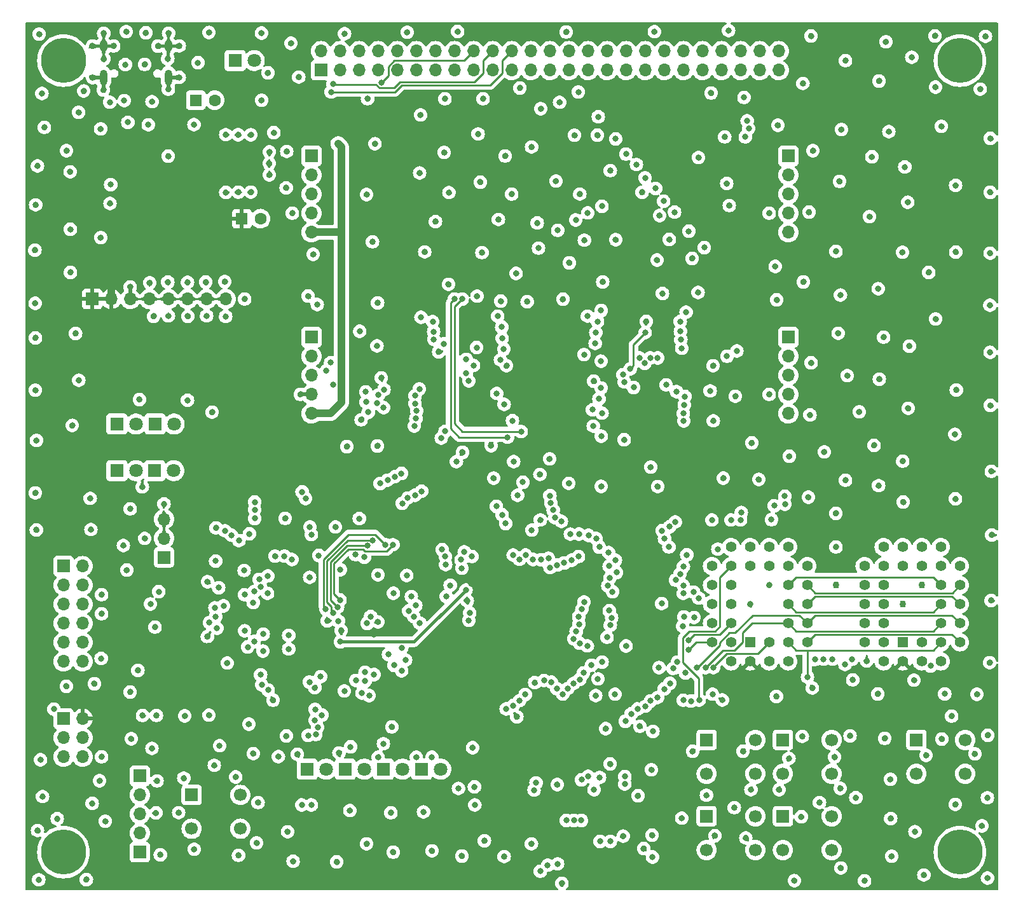
<source format=gbr>
G04 #@! TF.GenerationSoftware,KiCad,Pcbnew,7.0.7*
G04 #@! TF.CreationDate,2023-11-19T17:38:18+09:00*
G04 #@! TF.ProjectId,Pixy-68000,50697879-2d36-4383-9030-302e6b696361,rev?*
G04 #@! TF.SameCoordinates,Original*
G04 #@! TF.FileFunction,Copper,L2,Inr*
G04 #@! TF.FilePolarity,Positive*
%FSLAX46Y46*%
G04 Gerber Fmt 4.6, Leading zero omitted, Abs format (unit mm)*
G04 Created by KiCad (PCBNEW 7.0.7) date 2023-11-19 17:38:18*
%MOMM*%
%LPD*%
G01*
G04 APERTURE LIST*
G04 #@! TA.AperFunction,ComponentPad*
%ADD10R,1.800000X1.800000*%
G04 #@! TD*
G04 #@! TA.AperFunction,ComponentPad*
%ADD11C,1.800000*%
G04 #@! TD*
G04 #@! TA.AperFunction,ComponentPad*
%ADD12R,1.700000X1.700000*%
G04 #@! TD*
G04 #@! TA.AperFunction,ComponentPad*
%ADD13C,1.700000*%
G04 #@! TD*
G04 #@! TA.AperFunction,ComponentPad*
%ADD14C,6.000000*%
G04 #@! TD*
G04 #@! TA.AperFunction,ComponentPad*
%ADD15O,1.700000X1.700000*%
G04 #@! TD*
G04 #@! TA.AperFunction,ComponentPad*
%ADD16O,1.000000X2.100000*%
G04 #@! TD*
G04 #@! TA.AperFunction,ComponentPad*
%ADD17O,1.000000X1.600000*%
G04 #@! TD*
G04 #@! TA.AperFunction,ComponentPad*
%ADD18R,1.600000X1.600000*%
G04 #@! TD*
G04 #@! TA.AperFunction,ComponentPad*
%ADD19C,1.600000*%
G04 #@! TD*
G04 #@! TA.AperFunction,ComponentPad*
%ADD20R,1.422400X1.422400*%
G04 #@! TD*
G04 #@! TA.AperFunction,ComponentPad*
%ADD21C,1.422400*%
G04 #@! TD*
G04 #@! TA.AperFunction,ViaPad*
%ADD22C,0.800000*%
G04 #@! TD*
G04 #@! TA.AperFunction,Conductor*
%ADD23C,1.000000*%
G04 #@! TD*
G04 #@! TA.AperFunction,Conductor*
%ADD24C,0.250000*%
G04 #@! TD*
G04 #@! TA.AperFunction,Conductor*
%ADD25C,0.400000*%
G04 #@! TD*
G04 APERTURE END LIST*
D10*
X68018960Y-124830501D03*
D11*
X70558960Y-124830501D03*
D10*
X37596046Y-78870000D03*
D11*
X40136046Y-78870000D03*
D10*
X62938960Y-124830501D03*
D11*
X65478960Y-124830501D03*
D12*
X126290000Y-120940000D03*
D13*
X132790000Y-120940000D03*
X126290000Y-125440000D03*
X132790000Y-125440000D03*
D14*
X149860000Y-30480000D03*
D12*
X64770000Y-31750000D03*
D15*
X64770000Y-29210000D03*
X67310000Y-31750000D03*
X67310000Y-29210000D03*
X69850000Y-31750000D03*
X69850000Y-29210000D03*
X72390000Y-31750000D03*
X72390000Y-29210000D03*
X74930000Y-31750000D03*
X74930000Y-29210000D03*
X77470000Y-31750000D03*
X77470000Y-29210000D03*
X80010000Y-31750000D03*
X80010000Y-29210000D03*
X82550000Y-31750000D03*
X82550000Y-29210000D03*
X85090000Y-31750000D03*
X85090000Y-29210000D03*
X87630000Y-31750000D03*
X87630000Y-29210000D03*
X90170000Y-31750000D03*
X90170000Y-29210000D03*
X92710000Y-31750000D03*
X92710000Y-29210000D03*
X95250000Y-31750000D03*
X95250000Y-29210000D03*
X97790000Y-31750000D03*
X97790000Y-29210000D03*
X100330000Y-31750000D03*
X100330000Y-29210000D03*
X102870000Y-31750000D03*
X102870000Y-29210000D03*
X105410000Y-31750000D03*
X105410000Y-29210000D03*
X107950000Y-31750000D03*
X107950000Y-29210000D03*
X110490000Y-31750000D03*
X110490000Y-29210000D03*
X113030000Y-31750000D03*
X113030000Y-29210000D03*
X115570000Y-31750000D03*
X115570000Y-29210000D03*
X118110000Y-31750000D03*
X118110000Y-29210000D03*
X120650000Y-31750000D03*
X120650000Y-29210000D03*
X123190000Y-31750000D03*
X123190000Y-29210000D03*
X125730000Y-31750000D03*
X125730000Y-29210000D03*
D12*
X30480000Y-118110000D03*
D15*
X33020000Y-118110000D03*
X30480000Y-120650000D03*
X33020000Y-120650000D03*
X30480000Y-123190000D03*
X33020000Y-123190000D03*
D10*
X73098960Y-124830501D03*
D11*
X75638960Y-124830501D03*
D16*
X44446384Y-32724319D03*
D17*
X44446384Y-28544319D03*
D16*
X35806384Y-32724319D03*
D17*
X35806384Y-28544319D03*
D10*
X53340000Y-30475364D03*
D11*
X55880000Y-30475364D03*
D12*
X40640000Y-135890000D03*
X40640000Y-125730000D03*
D15*
X40640000Y-133350000D03*
X40640000Y-130810000D03*
X40640000Y-128270000D03*
D10*
X42676046Y-78870000D03*
D11*
X45216046Y-78870000D03*
D14*
X149860000Y-135890000D03*
D10*
X78178960Y-124830501D03*
D11*
X80718960Y-124830501D03*
D10*
X37596046Y-85090000D03*
D11*
X40136046Y-85090000D03*
D18*
X54222834Y-51527438D03*
D19*
X56722834Y-51527438D03*
D12*
X127000000Y-43180000D03*
D15*
X127000000Y-45720000D03*
X127000000Y-48260000D03*
X127000000Y-50800000D03*
X127000000Y-53340000D03*
D12*
X116130000Y-120940000D03*
D13*
X122630000Y-120940000D03*
X116130000Y-125440000D03*
X122630000Y-125440000D03*
D12*
X63500000Y-67310000D03*
D15*
X63500000Y-69850000D03*
X63500000Y-72390000D03*
X63500000Y-74930000D03*
X63500000Y-77470000D03*
D20*
X121920000Y-107950000D03*
D21*
X124460000Y-110490000D03*
X124460000Y-107950000D03*
X127000000Y-110490000D03*
X129540000Y-107950000D03*
X127000000Y-107950000D03*
X129540000Y-105410000D03*
X127000000Y-105410000D03*
X129540000Y-102870000D03*
X127000000Y-102870000D03*
X129540000Y-100330000D03*
X127000000Y-100330000D03*
X129540000Y-97790000D03*
X127000000Y-95250000D03*
X127000000Y-97790000D03*
X124460000Y-95250000D03*
X124460000Y-97790000D03*
X121920000Y-95250000D03*
X121920000Y-97790000D03*
X119380000Y-95250000D03*
X116840000Y-97790000D03*
X119380000Y-97790000D03*
X116840000Y-100330000D03*
X119380000Y-100330000D03*
X116840000Y-102870000D03*
X119380000Y-102870000D03*
X116840000Y-105410000D03*
X119380000Y-105410000D03*
X116840000Y-107950000D03*
X119380000Y-110490000D03*
X119380000Y-107950000D03*
X121920000Y-110490000D03*
D12*
X126290000Y-131100000D03*
D13*
X132790000Y-131100000D03*
X126290000Y-135600000D03*
X132790000Y-135600000D03*
D12*
X144070000Y-120940000D03*
D13*
X150570000Y-120940000D03*
X144070000Y-125440000D03*
X150570000Y-125440000D03*
D12*
X127000000Y-67310000D03*
D15*
X127000000Y-69850000D03*
X127000000Y-72390000D03*
X127000000Y-74930000D03*
X127000000Y-77470000D03*
D10*
X42637252Y-85090000D03*
D11*
X45177252Y-85090000D03*
D12*
X47550000Y-128270000D03*
D13*
X54050000Y-128270000D03*
X47550000Y-132770000D03*
X54050000Y-132770000D03*
D18*
X48116413Y-35745747D03*
D19*
X50616413Y-35745747D03*
D14*
X30480000Y-30480000D03*
D12*
X116130000Y-131100000D03*
D13*
X122630000Y-131100000D03*
X116130000Y-135600000D03*
X122630000Y-135600000D03*
D12*
X43871871Y-96628895D03*
D15*
X43871871Y-94088895D03*
X43871871Y-91548895D03*
D12*
X34290000Y-62230000D03*
D15*
X36830000Y-62230000D03*
X39370000Y-62230000D03*
X41910000Y-62230000D03*
X44450000Y-62230000D03*
X46990000Y-62230000D03*
X49530000Y-62230000D03*
X52070000Y-62230000D03*
D20*
X142240000Y-107950000D03*
D21*
X144780000Y-110490000D03*
X144780000Y-107950000D03*
X147320000Y-110490000D03*
X149860000Y-107950000D03*
X147320000Y-107950000D03*
X149860000Y-105410000D03*
X147320000Y-105410000D03*
X149860000Y-102870000D03*
X147320000Y-102870000D03*
X149860000Y-100330000D03*
X147320000Y-100330000D03*
X149860000Y-97790000D03*
X147320000Y-95250000D03*
X147320000Y-97790000D03*
X144780000Y-95250000D03*
X144780000Y-97790000D03*
X142240000Y-95250000D03*
X142240000Y-97790000D03*
X139700000Y-95250000D03*
X137160000Y-97790000D03*
X139700000Y-97790000D03*
X137160000Y-100330000D03*
X139700000Y-100330000D03*
X137160000Y-102870000D03*
X139700000Y-102870000D03*
X137160000Y-105410000D03*
X139700000Y-105410000D03*
X137160000Y-107950000D03*
X139700000Y-110490000D03*
X139700000Y-107950000D03*
X142240000Y-110490000D03*
D14*
X30480000Y-135890000D03*
D12*
X30480000Y-97790000D03*
D15*
X33020000Y-97790000D03*
X30480000Y-100330000D03*
X33020000Y-100330000D03*
X30480000Y-102870000D03*
X33020000Y-102870000D03*
X30480000Y-105410000D03*
X33020000Y-105410000D03*
X30480000Y-107950000D03*
X33020000Y-107950000D03*
X30480000Y-110490000D03*
X33020000Y-110490000D03*
D12*
X63500000Y-43180000D03*
D15*
X63500000Y-45720000D03*
X63500000Y-48260000D03*
X63500000Y-50800000D03*
X63500000Y-53340000D03*
D22*
X97783715Y-86775539D03*
X122137169Y-81383160D03*
X88720060Y-62511590D03*
X96225776Y-126885988D03*
X142212458Y-56008964D03*
X129888714Y-77658785D03*
X116987500Y-71106683D03*
X35503320Y-110095290D03*
X81280000Y-35560000D03*
X137160000Y-139700000D03*
X97844274Y-57408490D03*
X53795596Y-136311665D03*
X125417621Y-115153153D03*
X128950050Y-33517373D03*
X105410000Y-108426004D03*
X99240444Y-48248057D03*
X81812866Y-48047517D03*
X135586327Y-112941609D03*
X124460000Y-50800000D03*
X133992305Y-137995151D03*
X115051773Y-43388480D03*
X58501149Y-40076520D03*
X138430000Y-81716234D03*
X145363928Y-122989991D03*
X102688711Y-119433259D03*
X92817882Y-41982109D03*
X78422899Y-130538379D03*
X30863943Y-113798203D03*
X143122756Y-68496157D03*
X35448378Y-54053524D03*
X35284746Y-126386388D03*
X96996449Y-62249168D03*
X93564776Y-52095452D03*
X55440816Y-40364103D03*
X31365805Y-45286105D03*
X49861406Y-26733367D03*
X138912505Y-114820784D03*
X103294579Y-45127136D03*
X81170379Y-42708816D03*
X35428192Y-39571863D03*
X125255955Y-57886291D03*
X35845761Y-26846570D03*
X84955424Y-121972314D03*
X32522012Y-73049641D03*
X63731263Y-56278815D03*
X91263536Y-34125595D03*
X94049247Y-36891120D03*
X38841820Y-26624027D03*
X116725166Y-34792920D03*
X153917226Y-76396035D03*
X139123952Y-72904908D03*
X140593496Y-126183340D03*
X27028544Y-133003462D03*
X101089538Y-73158509D03*
X59098629Y-123152794D03*
X60009505Y-91433832D03*
X50565786Y-124327384D03*
X85994908Y-46665333D03*
X109612895Y-87199452D03*
X127088585Y-123393717D03*
X153849939Y-63054227D03*
X42490189Y-64527395D03*
X76253748Y-26708096D03*
X27608137Y-34860043D03*
X154010398Y-102363951D03*
X31653351Y-79060330D03*
X117019939Y-78446052D03*
X119957047Y-75175869D03*
X80446817Y-69272179D03*
X53419546Y-125871217D03*
X119139502Y-49777449D03*
X41306617Y-94108034D03*
X87428136Y-81749147D03*
X130027947Y-27202866D03*
X133825045Y-46561769D03*
X38918282Y-98327412D03*
X26876854Y-81055820D03*
X88398650Y-51635634D03*
X147390248Y-39234137D03*
X55752187Y-122758039D03*
X153876854Y-56118210D03*
X58391717Y-115648297D03*
X153532656Y-139327448D03*
X26754015Y-67409462D03*
X42935359Y-126400185D03*
X107533705Y-48013779D03*
X27694692Y-128481728D03*
X78031741Y-37715845D03*
X77910623Y-45447203D03*
X39503686Y-120794779D03*
X41017659Y-117686087D03*
X72312225Y-62739818D03*
X105151719Y-80961880D03*
X98527133Y-40417090D03*
X83535583Y-136403013D03*
X96552350Y-36023109D03*
X129767596Y-50649497D03*
X147449847Y-120823327D03*
X140002057Y-27976230D03*
X67173155Y-122668322D03*
X134620000Y-30480000D03*
X107750096Y-135397845D03*
X49538425Y-64469662D03*
X90758878Y-58813457D03*
X153890311Y-48011386D03*
X60136240Y-47424339D03*
X61062669Y-137098931D03*
X31411115Y-52943277D03*
X143453917Y-30035234D03*
X120978861Y-122451689D03*
X137444346Y-110421419D03*
X71631275Y-54610000D03*
X92232479Y-62572149D03*
X93928129Y-85584547D03*
X142240000Y-83820000D03*
X70983909Y-35560000D03*
X114982455Y-61344821D03*
X36679743Y-49491417D03*
X106982729Y-128377726D03*
X72231479Y-68463759D03*
X116107230Y-128305721D03*
X133350000Y-95250000D03*
X149183872Y-80246458D03*
X146602982Y-34001844D03*
X153264465Y-27249522D03*
X97435920Y-26667723D03*
X108078735Y-65216556D03*
X153573029Y-120325398D03*
X35560000Y-101600000D03*
X81755782Y-60270909D03*
X56845871Y-26814112D03*
X86537797Y-134373779D03*
X43862899Y-89520507D03*
X153815265Y-110649425D03*
X119048733Y-26479318D03*
X128730405Y-131172177D03*
X86216958Y-56047932D03*
X42854614Y-117686087D03*
X145054405Y-138923722D03*
X137821935Y-51255087D03*
X130048063Y-70720785D03*
X93987542Y-91641781D03*
X89162018Y-136473156D03*
X121920000Y-102870000D03*
X44377426Y-30227540D03*
X153917226Y-40838516D03*
X40595888Y-75608470D03*
X42266917Y-122069569D03*
X104021286Y-54332095D03*
X118218047Y-115623259D03*
X42794055Y-130659497D03*
X85205500Y-127187451D03*
X63952056Y-113979484D03*
X112810132Y-131360583D03*
X129010609Y-59945295D03*
X68617160Y-130342502D03*
X101578742Y-40403539D03*
X143870141Y-133163893D03*
X118806427Y-46840340D03*
X56859188Y-35763101D03*
X53761164Y-48005897D03*
X102090129Y-87183751D03*
X127801835Y-139677344D03*
X27244783Y-26957102D03*
X146542423Y-27188963D03*
X128864981Y-120473431D03*
X144780000Y-100330000D03*
X78588102Y-55950459D03*
X46629454Y-117746646D03*
X135230398Y-120406143D03*
X74212525Y-119206912D03*
X50283622Y-77291576D03*
X142520088Y-44647731D03*
X133340573Y-90769796D03*
X125783204Y-127565556D03*
X152792492Y-132383356D03*
X26682244Y-55718448D03*
X140766995Y-136433292D03*
X109518581Y-57040520D03*
X125619308Y-39088795D03*
X148755229Y-117768465D03*
X52081901Y-64550407D03*
X109170897Y-26627351D03*
X45900623Y-28519446D03*
X139086485Y-33195436D03*
X72349269Y-105221379D03*
X38456139Y-95043853D03*
X49437494Y-59968114D03*
X105018215Y-133756025D03*
X42671866Y-105913376D03*
X27020925Y-44498447D03*
X34348978Y-28537055D03*
X153876854Y-69325442D03*
X35791324Y-34388030D03*
X55168265Y-118836707D03*
X114195189Y-56823087D03*
X72355290Y-98965538D03*
X109855131Y-51102285D03*
X57878646Y-44170284D03*
X130217645Y-114034769D03*
X26742278Y-88045668D03*
X32092500Y-66809730D03*
X43379458Y-136230920D03*
X83617408Y-82644073D03*
X39362381Y-114565283D03*
X152568037Y-34274360D03*
X46994950Y-75709402D03*
X154046844Y-85169695D03*
X85550809Y-61845441D03*
X52094018Y-40340280D03*
X72390000Y-123245790D03*
X33528537Y-139543828D03*
X34601665Y-113459675D03*
X107228456Y-119122158D03*
X138972555Y-60853679D03*
X62041594Y-74930000D03*
X35560000Y-123190000D03*
X40391883Y-111678640D03*
X42281406Y-35941427D03*
X108775885Y-124920122D03*
X154101236Y-93643463D03*
X33179559Y-34526969D03*
X142303297Y-89255823D03*
X67907971Y-26894857D03*
X72805734Y-72726388D03*
X39370000Y-90170000D03*
X65618330Y-105078047D03*
X26742278Y-74367422D03*
X123075833Y-86258155D03*
X139846336Y-120729124D03*
X74082841Y-130639311D03*
X93246917Y-113304870D03*
X57905059Y-42647087D03*
X37166452Y-28528251D03*
X66709188Y-92586073D03*
X53748722Y-40354150D03*
X153519199Y-128642159D03*
X45822002Y-130625514D03*
X142969445Y-76780681D03*
X142916127Y-49338209D03*
X63065883Y-61835079D03*
X27940000Y-39370000D03*
X34036904Y-88770211D03*
X29652764Y-131428929D03*
X46508337Y-126023035D03*
X52102823Y-48026703D03*
X82969062Y-26600436D03*
X90853125Y-117868544D03*
X72288401Y-81789520D03*
X26709159Y-62784555D03*
X133925017Y-127390608D03*
X57713479Y-32109878D03*
X40979428Y-87251936D03*
X49665343Y-99882544D03*
X63262977Y-99296355D03*
X134067281Y-39658049D03*
X131152763Y-129274664D03*
X89472365Y-71106683D03*
X149304406Y-55977886D03*
X119808055Y-129960998D03*
X118533912Y-40640000D03*
X142240000Y-102870000D03*
X60782202Y-28166595D03*
X127133282Y-83169649D03*
X149267575Y-88831910D03*
X49644384Y-107184131D03*
X93151631Y-127618169D03*
X41968557Y-60069046D03*
X149253158Y-129530357D03*
X49859265Y-117645714D03*
X57887450Y-45693481D03*
X47035322Y-64530221D03*
X26778690Y-49686329D03*
X96067879Y-46524029D03*
X152121797Y-114859169D03*
X140395690Y-39930565D03*
X129676757Y-88619954D03*
X122028549Y-127565556D03*
X143750620Y-112986309D03*
X87769232Y-86085746D03*
X47881006Y-135504213D03*
X133946163Y-61701504D03*
X70844009Y-48307551D03*
X124460000Y-74930000D03*
X56389177Y-129280461D03*
X66876327Y-137179677D03*
X54610000Y-62230000D03*
X99842719Y-54392654D03*
X80019759Y-51913775D03*
X151863921Y-122801586D03*
X125467911Y-62337373D03*
X103284597Y-124138979D03*
X133157937Y-123205312D03*
X60154285Y-120411239D03*
X52281622Y-110701622D03*
X146635448Y-64887038D03*
X79553332Y-135706076D03*
X44370729Y-59968114D03*
X51960783Y-59907555D03*
X149287187Y-47092841D03*
X44450000Y-34290000D03*
X45891819Y-32710439D03*
X130282347Y-42474040D03*
X31411115Y-58676190D03*
X86360000Y-35560000D03*
X92795554Y-134777505D03*
X121342215Y-133984803D03*
X47862961Y-39006646D03*
X145705618Y-58688169D03*
X41445855Y-26775425D03*
X102296928Y-59947349D03*
X89305464Y-43180000D03*
X60960000Y-50800000D03*
X41294457Y-30984271D03*
X108867073Y-133621450D03*
X26871863Y-92977635D03*
X34295617Y-129390112D03*
X110245289Y-61491602D03*
X60320585Y-133168586D03*
X84248949Y-102419000D03*
X118352235Y-86076478D03*
X55440816Y-47993455D03*
X61628647Y-122847756D03*
X71964349Y-41555229D03*
X139033114Y-87075701D03*
X85692113Y-40246086D03*
X44451474Y-64469662D03*
X35560000Y-104140000D03*
X60216985Y-42579623D03*
X46994950Y-59988301D03*
X139700000Y-67310000D03*
X34331368Y-32736853D03*
X61816514Y-32668143D03*
X117224206Y-133702195D03*
X50800000Y-92710000D03*
X77470000Y-123245790D03*
X133643368Y-66788455D03*
X134862499Y-72428547D03*
X140640331Y-131414413D03*
X111167242Y-54291723D03*
X58650198Y-96471802D03*
X30880572Y-42474243D03*
X95205141Y-83516982D03*
X38720702Y-31014551D03*
X68225112Y-81880990D03*
X70853031Y-134777505D03*
X34136268Y-92924290D03*
X43074344Y-28537055D03*
X136441753Y-77250338D03*
X39370000Y-60615014D03*
X133350000Y-100330000D03*
X44483082Y-26828961D03*
X135997478Y-128628702D03*
X90170000Y-48260000D03*
X131796320Y-82594339D03*
X67473112Y-106362654D03*
X27190034Y-139564014D03*
X124460000Y-100330000D03*
X101362755Y-115040896D03*
X44431288Y-43205399D03*
X96857813Y-140031933D03*
X74391183Y-135888262D03*
X70122626Y-78314741D03*
X134620000Y-86360000D03*
X36051826Y-131772097D03*
X56197767Y-134656388D03*
X35854566Y-30253954D03*
X149373282Y-74340313D03*
X138124730Y-43291586D03*
X108684325Y-84615604D03*
X114260446Y-122452069D03*
X27432270Y-123576453D03*
X32501176Y-37371554D03*
X133350000Y-55880000D03*
X51154442Y-100676473D03*
X43180000Y-101195498D03*
X64486062Y-96369982D03*
X41778162Y-39022178D03*
X67047538Y-41559842D03*
X36771553Y-46990641D03*
X48391099Y-30749490D03*
X39058023Y-38705734D03*
X64277176Y-62960061D03*
X51265500Y-121711554D03*
X89421597Y-116808781D03*
X63057668Y-120348496D03*
X105307160Y-118449869D03*
X134561293Y-110902800D03*
X64080139Y-120222911D03*
X102075382Y-63760268D03*
X78093681Y-64649806D03*
X90373062Y-116358781D03*
X101599187Y-65215454D03*
X91207126Y-115701242D03*
X79655500Y-65243783D03*
X64338988Y-119257508D03*
X135520818Y-110178300D03*
X106093138Y-117450869D03*
X101371348Y-66698969D03*
X132887542Y-110178300D03*
X91974406Y-114901925D03*
X63970960Y-118328229D03*
X79771179Y-66586335D03*
X106928363Y-116804152D03*
X36632400Y-43363318D03*
X147375237Y-129043702D03*
X73157258Y-71330286D03*
X54245516Y-92541511D03*
X54970766Y-114099409D03*
X36830000Y-60621512D03*
X136488353Y-132299254D03*
X48350044Y-47998619D03*
X44416313Y-46471710D03*
X37392518Y-100330000D03*
X47455175Y-113312984D03*
X136486689Y-122157683D03*
X116898932Y-73143748D03*
X44294571Y-47677986D03*
X44312514Y-45309459D03*
X49675184Y-98445774D03*
X49704707Y-108457898D03*
X37346118Y-105400227D03*
X42266917Y-113312984D03*
X101109050Y-71544653D03*
X68052144Y-111023787D03*
X97126950Y-116375869D03*
X87490561Y-102633851D03*
X45442879Y-47489649D03*
X107002411Y-130099882D03*
X71779298Y-106916465D03*
X46898338Y-84465804D03*
X84740437Y-100144664D03*
X46598844Y-48007245D03*
X92014732Y-129765292D03*
X58071619Y-91205054D03*
X72088214Y-97433529D03*
X34078132Y-41901918D03*
X111660259Y-134173961D03*
X104989474Y-101538833D03*
X37382110Y-107935465D03*
X65528862Y-114185297D03*
X65107515Y-92037223D03*
X96913029Y-128270000D03*
X45477385Y-45471024D03*
X89398558Y-73143748D03*
X37405163Y-102861277D03*
X112724268Y-128858546D03*
X47465579Y-48650790D03*
X45263514Y-48691788D03*
X91907833Y-91513194D03*
X41843996Y-44936378D03*
X94488070Y-113017861D03*
X79801027Y-67585392D03*
X131712818Y-110178300D03*
X107952042Y-116457271D03*
X101283242Y-68148469D03*
X64911526Y-117620209D03*
X115975973Y-111304034D03*
X81119706Y-68172120D03*
X114022957Y-115765076D03*
X64001223Y-116873279D03*
X108666278Y-115747421D03*
X99815834Y-69626695D03*
X95462111Y-113242025D03*
X72420151Y-75020453D03*
X114866326Y-111303637D03*
X96186611Y-114130009D03*
X77302586Y-75101086D03*
X63227556Y-113232287D03*
X113030000Y-115650869D03*
X109586621Y-115298339D03*
X101793834Y-75527444D03*
X64727038Y-112511135D03*
X110490000Y-114151815D03*
X77280425Y-76147846D03*
X96976233Y-114827248D03*
X73105401Y-76670000D03*
X129556224Y-112565264D03*
X100929245Y-76976444D03*
X77511351Y-77120306D03*
X111235296Y-113402512D03*
X97636111Y-114076537D03*
X72270047Y-76121194D03*
X72840500Y-33404505D03*
X130555210Y-110235210D03*
X102195516Y-77421185D03*
X75516885Y-111737224D03*
X74506699Y-111012724D03*
X101034708Y-79150444D03*
X111685796Y-111419809D03*
X77407885Y-78151376D03*
X98395558Y-113426733D03*
X66363728Y-33622240D03*
X70775330Y-75956092D03*
X112223832Y-110577477D03*
X102212282Y-110577977D03*
X71059087Y-77309985D03*
X76036646Y-110288451D03*
X102104411Y-80498428D03*
X77193227Y-79127556D03*
X99230275Y-112876958D03*
X66135500Y-34654948D03*
X73764365Y-109563951D03*
X82550000Y-62230000D03*
X89601683Y-80646127D03*
X110150500Y-102777168D03*
X109786296Y-111315652D03*
X113082166Y-78468141D03*
X99730101Y-112011407D03*
X91440000Y-79874944D03*
X83571873Y-62232726D03*
X113030000Y-77470000D03*
X100787414Y-110989460D03*
X75528937Y-108674500D03*
X70922067Y-105418429D03*
X113151652Y-76321652D03*
X101649261Y-112813913D03*
X100249198Y-108418560D03*
X90273692Y-78425944D03*
X99040699Y-34661694D03*
X99223231Y-108074144D03*
X71387466Y-104494500D03*
X113741346Y-107654527D03*
X89166592Y-76251944D03*
X113237987Y-75210719D03*
X98427671Y-107469090D03*
X67085449Y-105094500D03*
X112124149Y-74558935D03*
X113743318Y-108926884D03*
X88175782Y-74802944D03*
X102870000Y-107270000D03*
X101701401Y-37958791D03*
X117037777Y-111304002D03*
X112703546Y-67657261D03*
X98749114Y-106511250D03*
X103927515Y-114847421D03*
X116917482Y-114852012D03*
X66369420Y-104028742D03*
X71665013Y-94339801D03*
X89122308Y-68901297D03*
X104011982Y-40905770D03*
X80912659Y-95601649D03*
X113320634Y-112028137D03*
X112949500Y-105794876D03*
X70958258Y-95065309D03*
X103299038Y-105660071D03*
X66986128Y-103242182D03*
X81325827Y-96530834D03*
X112636016Y-66539688D03*
X106782888Y-44313070D03*
X88900000Y-67451797D03*
X99131248Y-105513431D03*
X81371835Y-97587021D03*
X74361255Y-94949902D03*
X103478039Y-104676728D03*
X88847915Y-65968283D03*
X113097748Y-104560621D03*
X109334536Y-47501114D03*
X67310000Y-102296607D03*
X112614978Y-65215454D03*
X99096815Y-104502555D03*
X100258295Y-64506443D03*
X111855000Y-50657976D03*
X77904954Y-105355973D03*
X113389948Y-63981688D03*
X99513630Y-103522171D03*
X88303053Y-64506910D03*
X103161970Y-103728517D03*
X114446079Y-104635235D03*
X115069390Y-102052668D03*
X77129572Y-104494956D03*
X99814997Y-102569185D03*
X76450915Y-103761179D03*
X114397238Y-101257361D03*
X103596326Y-101197676D03*
X113005920Y-101418830D03*
X102974685Y-100415008D03*
X121528654Y-38491349D03*
X77403141Y-103036679D03*
X76811049Y-101862732D03*
X121729295Y-39516302D03*
X113030000Y-100377395D03*
X103244005Y-99371435D03*
X54610000Y-101600000D03*
X84580492Y-104017992D03*
X55893676Y-101169146D03*
X81439411Y-101824847D03*
X42057534Y-102852056D03*
X50746482Y-97123681D03*
X84076930Y-100969500D03*
X57079329Y-106853728D03*
X67358198Y-107874500D03*
X121106797Y-35383900D03*
X54610000Y-106403728D03*
X71186379Y-115039937D03*
X70223418Y-114688666D03*
X50928588Y-106053837D03*
X49912236Y-105324471D03*
X69405824Y-113014569D03*
X53845950Y-94394492D03*
X105392038Y-42922221D03*
X89368000Y-92120390D03*
X102191711Y-49876309D03*
X100286711Y-50756711D03*
X88900000Y-90960404D03*
X52867488Y-93687006D03*
X107928765Y-46095343D03*
X88135297Y-89837130D03*
X98698512Y-51708512D03*
X52003529Y-93093757D03*
X110401780Y-49204754D03*
X77876207Y-74204739D03*
X102075382Y-74078444D03*
X54541038Y-98379870D03*
X105951448Y-71529514D03*
X111107189Y-95250000D03*
X107950000Y-66698969D03*
X84871581Y-96520000D03*
X117628768Y-95538741D03*
X101833771Y-95252575D03*
X83850350Y-95888548D03*
X57696650Y-99104370D03*
X113754133Y-53193503D03*
X96302272Y-53080152D03*
X50744670Y-104495368D03*
X70653877Y-113099786D03*
X73361752Y-94949902D03*
X93743000Y-55456686D03*
X115813550Y-55377274D03*
X121279295Y-40640000D03*
X90428230Y-83869969D03*
X84452621Y-105009281D03*
X65410915Y-103501677D03*
X55745154Y-102645499D03*
X82806095Y-83871533D03*
X81985361Y-100347950D03*
X57655316Y-101421445D03*
X83531377Y-98078623D03*
X56732381Y-100554256D03*
X96272317Y-137449729D03*
X99445626Y-131660498D03*
X108916999Y-136536964D03*
X88668693Y-70333999D03*
X67885912Y-114428314D03*
X60473461Y-107015863D03*
X112814490Y-68792803D03*
X60474346Y-108830947D03*
X147834661Y-114814661D03*
X55867777Y-107828414D03*
X80790404Y-80752541D03*
X102065665Y-70503855D03*
X85505500Y-68680401D03*
X55011800Y-108559579D03*
X81295592Y-79852056D03*
X56735499Y-112258970D03*
X115142773Y-115631293D03*
X108978863Y-119812507D03*
X57046327Y-109114105D03*
X145944630Y-111091312D03*
X83435270Y-96957918D03*
X56532091Y-99574681D03*
X71845839Y-112240437D03*
X51800698Y-103094498D03*
X50646917Y-103357669D03*
X70644298Y-111937561D03*
X74418025Y-101412732D03*
X120154376Y-69143423D03*
X112000328Y-99652895D03*
X104131878Y-98646935D03*
X103156023Y-97797649D03*
X118834500Y-69850000D03*
X112588524Y-98844791D03*
X76200000Y-99043078D03*
X116590171Y-74459735D03*
X113033602Y-97858615D03*
X67356177Y-98259951D03*
X103978820Y-97010700D03*
X70549432Y-96617038D03*
X103066903Y-95977075D03*
X113483602Y-96286200D03*
X109612218Y-70075797D03*
X110735076Y-73660000D03*
X101410218Y-94122344D03*
X110510525Y-94139848D03*
X69375983Y-96259371D03*
X108612715Y-70075797D03*
X106410137Y-74003118D03*
X69877582Y-91467582D03*
X110208864Y-93072758D03*
X105164720Y-73278618D03*
X107870306Y-70782215D03*
X99060000Y-96520000D03*
X100404811Y-93700290D03*
X111185002Y-92555342D03*
X104976678Y-72296964D03*
X98180934Y-96995999D03*
X99120324Y-93539934D03*
X60908607Y-96921800D03*
X107163215Y-70075797D03*
X111950500Y-91912677D03*
X59909112Y-96471802D03*
X97170210Y-97370328D03*
X97984102Y-93540498D03*
X116840000Y-91654387D03*
X84125212Y-70270000D03*
X96780000Y-91833316D03*
X63494729Y-93588274D03*
X96212104Y-97654998D03*
X75603429Y-89441047D03*
X95919036Y-91325629D03*
X119380000Y-91654387D03*
X85090000Y-71070000D03*
X63297937Y-92593283D03*
X95267755Y-97999990D03*
X76328416Y-88716547D03*
X77290294Y-88354500D03*
X95698767Y-90350700D03*
X120650000Y-91654387D03*
X95060874Y-96756324D03*
X62731046Y-88787829D03*
X84131256Y-72078744D03*
X84455770Y-73118436D03*
X95380126Y-89403350D03*
X94081201Y-96954431D03*
X62262828Y-87904779D03*
X120742978Y-90659218D03*
X78168770Y-87816547D03*
X72645197Y-86794500D03*
X93014281Y-96905849D03*
X124771700Y-91602175D03*
X73156758Y-74283846D03*
X55949658Y-91450444D03*
X92849824Y-93004423D03*
X55949658Y-90293815D03*
X95260154Y-88411074D03*
X92022864Y-96309001D03*
X73638075Y-86344500D03*
X70742178Y-74598605D03*
X125117883Y-89760006D03*
X91206635Y-96885868D03*
X69932978Y-66513267D03*
X126567383Y-89553993D03*
X55949658Y-89262719D03*
X74584737Y-85894500D03*
X90953645Y-88361757D03*
X126533073Y-88488897D03*
X55235500Y-93490714D03*
X75495216Y-85444500D03*
X90371081Y-96318919D03*
X91666933Y-86625261D03*
X36657588Y-36022019D03*
X38575884Y-35800599D03*
X97446620Y-131660498D03*
X105235524Y-126816287D03*
X66057943Y-70711282D03*
X101860000Y-125934316D03*
X101128618Y-127558253D03*
X66394500Y-73660000D03*
X65494500Y-71763622D03*
X105235524Y-125816784D03*
X98446123Y-131660498D03*
X29206088Y-116836088D03*
X93980000Y-138430000D03*
X56879017Y-113589436D03*
X103310000Y-134457095D03*
X62230000Y-129601310D03*
X57735500Y-114301353D03*
X101938275Y-134456595D03*
X94968242Y-137623140D03*
X63500000Y-129601310D03*
X100359500Y-125789580D03*
X68719566Y-121850752D03*
X99459500Y-126249605D03*
X73085945Y-121446790D03*
X93413054Y-126653460D03*
X79541888Y-123245790D03*
X85262339Y-129601310D03*
X83085319Y-127402310D03*
D23*
X63500000Y-53340000D02*
X67494500Y-53340000D01*
X67494500Y-42006804D02*
X67494500Y-53340000D01*
X67494500Y-76015500D02*
X67494500Y-53340000D01*
X67047538Y-41559842D02*
X67494500Y-42006804D01*
X63500000Y-77470000D02*
X66040000Y-77470000D01*
X66040000Y-77470000D02*
X67494500Y-76015500D01*
D24*
X128036200Y-99293800D02*
X127000000Y-100330000D01*
X147320000Y-100330000D02*
X146283800Y-99293800D01*
X146283800Y-99293800D02*
X128036200Y-99293800D01*
X148823800Y-101366200D02*
X130576200Y-101366200D01*
X130576200Y-101366200D02*
X129540000Y-100330000D01*
X149860000Y-100330000D02*
X148823800Y-101366200D01*
X128036200Y-103906200D02*
X127000000Y-102870000D01*
X147320000Y-102870000D02*
X146283800Y-103906200D01*
X146283800Y-103906200D02*
X128036200Y-103906200D01*
D23*
X36830000Y-62230000D02*
X36830000Y-60621512D01*
D24*
X130593800Y-101816200D02*
X129540000Y-102870000D01*
X149860000Y-102870000D02*
X148806200Y-101816200D01*
X148806200Y-101816200D02*
X130593800Y-101816200D01*
X128036200Y-106446200D02*
X127000000Y-105410000D01*
X120883800Y-106680000D02*
X122153800Y-105410000D01*
X147320000Y-105410000D02*
X146283800Y-106446200D01*
X118324438Y-108992742D02*
X119841058Y-108992742D01*
X119841058Y-108992742D02*
X120883800Y-107950000D01*
X122153800Y-105410000D02*
X127000000Y-105410000D01*
X146283800Y-106446200D02*
X128036200Y-106446200D01*
X116013146Y-111304034D02*
X118324438Y-108992742D01*
X115975973Y-111304034D02*
X116013146Y-111304034D01*
X120883800Y-107950000D02*
X120883800Y-106680000D01*
X117876200Y-108379209D02*
X117876200Y-107988391D01*
X114951772Y-111303637D02*
X117876200Y-108379209D01*
X128486200Y-104356200D02*
X129540000Y-105410000D01*
X122270416Y-104356200D02*
X128486200Y-104356200D01*
X119946616Y-106680000D02*
X122270416Y-104356200D01*
X148806200Y-104356200D02*
X130593800Y-104356200D01*
X130593800Y-104356200D02*
X129540000Y-105410000D01*
X149860000Y-105410000D02*
X148806200Y-104356200D01*
X117876200Y-107988391D02*
X119184591Y-106680000D01*
X119184591Y-106680000D02*
X119946616Y-106680000D01*
X114866326Y-111303637D02*
X114951772Y-111303637D01*
X129556224Y-112565264D02*
X129540000Y-112549040D01*
X129540000Y-108986200D02*
X128036200Y-108986200D01*
X146283800Y-108986200D02*
X129540000Y-108986200D01*
X128036200Y-108986200D02*
X127000000Y-107950000D01*
X129540000Y-112549040D02*
X129540000Y-108986200D01*
X147320000Y-107950000D02*
X146283800Y-108986200D01*
X74538299Y-30480000D02*
X83820000Y-30480000D01*
X73755000Y-31263299D02*
X74538299Y-30480000D01*
X148806200Y-106896200D02*
X130593800Y-106896200D01*
X72840500Y-33404505D02*
X73755000Y-32490005D01*
X83820000Y-30480000D02*
X85090000Y-29210000D01*
X130593800Y-106896200D02*
X129540000Y-107950000D01*
X73755000Y-32490005D02*
X73755000Y-31263299D01*
X149860000Y-107950000D02*
X148806200Y-106896200D01*
X86360000Y-30480000D02*
X87630000Y-29210000D01*
X85201977Y-33299724D02*
X86360000Y-32141701D01*
X72540195Y-34129505D02*
X74493640Y-34129505D01*
X75323421Y-33299724D02*
X85201977Y-33299724D01*
X66408415Y-33666927D02*
X72077617Y-33666927D01*
X86360000Y-32141701D02*
X86360000Y-30480000D01*
X66363728Y-33622240D02*
X66408415Y-33666927D01*
X74493640Y-34129505D02*
X75323421Y-33299724D01*
X72077617Y-33666927D02*
X72540195Y-34129505D01*
X66135500Y-34654948D02*
X74604593Y-34654948D01*
X87291977Y-33749724D02*
X88900000Y-32141701D01*
X88900000Y-30480000D02*
X90170000Y-29210000D01*
X88900000Y-32141701D02*
X88900000Y-30480000D01*
X74604593Y-34654948D02*
X75509817Y-33749724D01*
X75509817Y-33749724D02*
X87291977Y-33749724D01*
X82046774Y-62733226D02*
X82046774Y-79506774D01*
X83186127Y-80646127D02*
X89601683Y-80646127D01*
X82046774Y-79506774D02*
X83186127Y-80646127D01*
X82550000Y-62230000D02*
X82046774Y-62733226D01*
X82550000Y-78804949D02*
X83619995Y-79874944D01*
X83619995Y-79874944D02*
X91440000Y-79874944D01*
X83571873Y-62232726D02*
X82550000Y-63254599D01*
X82550000Y-63254599D02*
X82550000Y-78804949D01*
X113741346Y-107654527D02*
X114482073Y-106913800D01*
X114482073Y-106913800D02*
X117876200Y-106913800D01*
X117876200Y-106913800D02*
X119380000Y-105410000D01*
X114720202Y-107950000D02*
X116840000Y-107950000D01*
X113743318Y-108926884D02*
X114720202Y-107950000D01*
X122956200Y-109453800D02*
X124460000Y-107950000D01*
X65553230Y-97090255D02*
X65553230Y-102618687D01*
X117037777Y-111304002D02*
X117037777Y-111204150D01*
X66135915Y-103795237D02*
X66369420Y-104028742D01*
X71664005Y-94340809D02*
X68302676Y-94340809D01*
X117037777Y-111204150D02*
X118788127Y-109453800D01*
X68302676Y-94340809D02*
X65553230Y-97090255D01*
X65553230Y-102618687D02*
X66135915Y-103201372D01*
X118788127Y-109453800D02*
X122956200Y-109453800D01*
X71665013Y-94339801D02*
X71664005Y-94340809D01*
X66135915Y-103201372D02*
X66135915Y-103795237D01*
X70945480Y-95052531D02*
X68227350Y-95052531D01*
X68227350Y-95052531D02*
X66040000Y-97239881D01*
X70958258Y-95065309D02*
X70945480Y-95052531D01*
X66040000Y-102296054D02*
X66986128Y-103242182D01*
X66040000Y-97239881D02*
X66040000Y-102296054D01*
X73546650Y-95790309D02*
X74361255Y-94975704D01*
X70657953Y-95790309D02*
X73546650Y-95790309D01*
X66490000Y-97466266D02*
X68421395Y-95534871D01*
X67310000Y-102296607D02*
X66490000Y-101476607D01*
X70402515Y-95534871D02*
X70657953Y-95790309D01*
X74361255Y-94975704D02*
X74361255Y-94949902D01*
X68421395Y-95534871D02*
X70402515Y-95534871D01*
X66490000Y-101476607D02*
X66490000Y-97466266D01*
D25*
X67358198Y-107874500D02*
X77171930Y-107874500D01*
X77171930Y-107874500D02*
X84076930Y-100969500D01*
D24*
X106380341Y-71100621D02*
X105951448Y-71529514D01*
X106380341Y-68268628D02*
X106380341Y-71100621D01*
X107950000Y-66698969D02*
X106380341Y-68268628D01*
X73361752Y-94949902D02*
X72002673Y-93590823D01*
X65103230Y-103229001D02*
X65375906Y-103501677D01*
X68416266Y-93590823D02*
X65103230Y-96903859D01*
X72002673Y-93590823D02*
X68416266Y-93590823D01*
X65375906Y-103501677D02*
X65410915Y-103501677D01*
X65103230Y-96903859D02*
X65103230Y-103229001D01*
X117883139Y-99286861D02*
X119380000Y-97790000D01*
X115142773Y-115631293D02*
X115071431Y-115559951D01*
X112948332Y-110630530D02*
X112948332Y-107339602D01*
X115071431Y-115559951D02*
X115071431Y-112753629D01*
X113824134Y-106463800D02*
X117251609Y-106463800D01*
X117251609Y-106463800D02*
X117883139Y-105832270D01*
X112948332Y-107339602D02*
X113824134Y-106463800D01*
X117883139Y-105832270D02*
X117883139Y-99286861D01*
X115071431Y-112753629D02*
X112948332Y-110630530D01*
X95060874Y-97000063D02*
X95060874Y-96756324D01*
G04 #@! TA.AperFunction,Conductor*
G36*
X96912076Y-139639642D02*
G01*
X96943169Y-139646250D01*
X96967800Y-139651485D01*
X96992455Y-139659497D01*
X97019025Y-139671326D01*
X97032536Y-139677342D01*
X97044495Y-139682666D01*
X97066940Y-139695625D01*
X97113028Y-139729110D01*
X97132291Y-139746454D01*
X97170414Y-139788793D01*
X97185649Y-139809761D01*
X97214135Y-139859101D01*
X97224678Y-139882781D01*
X97242281Y-139936957D01*
X97247670Y-139962312D01*
X97253626Y-140018970D01*
X97253626Y-140044891D01*
X97252034Y-140060034D01*
X97247671Y-140101548D01*
X97242281Y-140126904D01*
X97224677Y-140181084D01*
X97214133Y-140204766D01*
X97185649Y-140254102D01*
X97170412Y-140275074D01*
X97132297Y-140317405D01*
X97113034Y-140334750D01*
X97099331Y-140344706D01*
X97076974Y-140362986D01*
X97076975Y-140362986D01*
X97076970Y-140362990D01*
X97045505Y-140391868D01*
X97045493Y-140391880D01*
X97045492Y-140391880D01*
X97005272Y-140433263D01*
X97005269Y-140433267D01*
X96963213Y-140498709D01*
X96910409Y-140544464D01*
X96841251Y-140554407D01*
X96777695Y-140525382D01*
X96753155Y-140495366D01*
X96752917Y-140495525D01*
X96751338Y-140493144D01*
X96750919Y-140492632D01*
X96750466Y-140491829D01*
X96707800Y-140436499D01*
X96707798Y-140436496D01*
X96604630Y-140336234D01*
X96604620Y-140336224D01*
X96602586Y-140334746D01*
X96583328Y-140317405D01*
X96545213Y-140275075D01*
X96529975Y-140254102D01*
X96501491Y-140204766D01*
X96490949Y-140181088D01*
X96473343Y-140126904D01*
X96467954Y-140101550D01*
X96464884Y-140072344D01*
X96461999Y-140044889D01*
X96461999Y-140018970D01*
X96466883Y-139972500D01*
X96467954Y-139962307D01*
X96473341Y-139936965D01*
X96490948Y-139882774D01*
X96501485Y-139859109D01*
X96529978Y-139809757D01*
X96545205Y-139788799D01*
X96583332Y-139746454D01*
X96602584Y-139729118D01*
X96648690Y-139695620D01*
X96671125Y-139682669D01*
X96723170Y-139659496D01*
X96747812Y-139651489D01*
X96803556Y-139639641D01*
X96829327Y-139636933D01*
X96886297Y-139636933D01*
X96912076Y-139639642D01*
G37*
G04 #@! TD.AperFunction*
G04 #@! TA.AperFunction,Conductor*
G36*
X137214262Y-139307709D02*
G01*
X137246135Y-139314483D01*
X137269987Y-139319552D01*
X137294639Y-139327562D01*
X137346678Y-139350732D01*
X137369128Y-139363694D01*
X137415218Y-139397181D01*
X137434482Y-139414525D01*
X137472600Y-139456859D01*
X137487837Y-139477831D01*
X137516322Y-139527168D01*
X137526864Y-139550847D01*
X137544468Y-139605027D01*
X137549858Y-139630382D01*
X137555813Y-139687037D01*
X137555813Y-139712958D01*
X137554816Y-139722448D01*
X137549858Y-139769615D01*
X137544468Y-139794971D01*
X137526864Y-139849151D01*
X137516320Y-139872833D01*
X137487836Y-139922169D01*
X137472599Y-139943141D01*
X137434488Y-139985468D01*
X137415221Y-140002816D01*
X137369124Y-140036306D01*
X137346677Y-140049265D01*
X137294639Y-140072434D01*
X137269986Y-140080445D01*
X137232790Y-140088352D01*
X137214263Y-140092290D01*
X137188482Y-140095000D01*
X137131516Y-140095000D01*
X137105736Y-140092290D01*
X137083984Y-140087666D01*
X137050010Y-140080445D01*
X137025356Y-140072434D01*
X136973325Y-140049268D01*
X136950878Y-140036308D01*
X136904777Y-140002815D01*
X136885514Y-139985472D01*
X136847397Y-139943139D01*
X136832162Y-139922169D01*
X136827031Y-139913282D01*
X136803676Y-139872829D01*
X136793136Y-139849155D01*
X136775530Y-139794971D01*
X136770141Y-139769617D01*
X136769122Y-139759924D01*
X136764186Y-139712956D01*
X136764186Y-139687037D01*
X136764186Y-139687035D01*
X136770141Y-139630374D01*
X136775528Y-139605032D01*
X136793135Y-139550841D01*
X136803672Y-139527176D01*
X136832165Y-139477824D01*
X136847392Y-139456866D01*
X136885519Y-139414521D01*
X136904771Y-139397185D01*
X136950877Y-139363687D01*
X136973312Y-139350736D01*
X137025357Y-139327563D01*
X137049999Y-139319556D01*
X137105743Y-139307708D01*
X137131514Y-139305000D01*
X137188484Y-139305000D01*
X137214262Y-139307709D01*
G37*
G04 #@! TD.AperFunction*
G04 #@! TA.AperFunction,Conductor*
G36*
X127856099Y-139285053D02*
G01*
X127911823Y-139296897D01*
X127936477Y-139304908D01*
X127936684Y-139305000D01*
X127988512Y-139328075D01*
X128010952Y-139341030D01*
X128057062Y-139374530D01*
X128076318Y-139391869D01*
X128103828Y-139422422D01*
X128114434Y-139434201D01*
X128129671Y-139455173D01*
X128158155Y-139504509D01*
X128168699Y-139528191D01*
X128186303Y-139582371D01*
X128191693Y-139607727D01*
X128197648Y-139664383D01*
X128197648Y-139690299D01*
X128196630Y-139699995D01*
X128191692Y-139746962D01*
X128186302Y-139772318D01*
X128168698Y-139826495D01*
X128158156Y-139850173D01*
X128129672Y-139899511D01*
X128114434Y-139920485D01*
X128076323Y-139962812D01*
X128057056Y-139980160D01*
X128010959Y-140013650D01*
X127988512Y-140026609D01*
X127936474Y-140049778D01*
X127911821Y-140057789D01*
X127874625Y-140065696D01*
X127856098Y-140069634D01*
X127830317Y-140072344D01*
X127773351Y-140072344D01*
X127747571Y-140069634D01*
X127725819Y-140065010D01*
X127691845Y-140057789D01*
X127667191Y-140049778D01*
X127615160Y-140026612D01*
X127592713Y-140013652D01*
X127546612Y-139980159D01*
X127527349Y-139962816D01*
X127489232Y-139920483D01*
X127473997Y-139899513D01*
X127470292Y-139893096D01*
X127445511Y-139850173D01*
X127434971Y-139826499D01*
X127417365Y-139772316D01*
X127411976Y-139746965D01*
X127406021Y-139690299D01*
X127406021Y-139664381D01*
X127406534Y-139659498D01*
X127411976Y-139607718D01*
X127417363Y-139582376D01*
X127434970Y-139528185D01*
X127445507Y-139504520D01*
X127474000Y-139455168D01*
X127489227Y-139434210D01*
X127527354Y-139391865D01*
X127546606Y-139374529D01*
X127592712Y-139341031D01*
X127615147Y-139328080D01*
X127667192Y-139304907D01*
X127691834Y-139296900D01*
X127747578Y-139285052D01*
X127773349Y-139282344D01*
X127830319Y-139282344D01*
X127856099Y-139285053D01*
G37*
G04 #@! TD.AperFunction*
G04 #@! TA.AperFunction,Conductor*
G36*
X27244298Y-139171723D02*
G01*
X27300022Y-139183567D01*
X27324676Y-139191578D01*
X27331374Y-139194560D01*
X27376711Y-139214745D01*
X27399151Y-139227700D01*
X27445261Y-139261200D01*
X27464517Y-139278539D01*
X27496881Y-139314483D01*
X27502633Y-139320871D01*
X27517871Y-139341845D01*
X27546355Y-139391183D01*
X27556897Y-139414861D01*
X27574501Y-139469038D01*
X27579892Y-139494397D01*
X27585087Y-139543831D01*
X27585847Y-139551061D01*
X27585846Y-139576975D01*
X27579892Y-139633628D01*
X27574502Y-139658985D01*
X27556898Y-139713165D01*
X27546354Y-139736847D01*
X27517870Y-139786183D01*
X27502633Y-139807155D01*
X27464522Y-139849482D01*
X27445255Y-139866830D01*
X27399158Y-139900320D01*
X27376711Y-139913279D01*
X27324673Y-139936448D01*
X27300020Y-139944459D01*
X27262824Y-139952366D01*
X27244297Y-139956304D01*
X27218516Y-139959014D01*
X27161550Y-139959014D01*
X27135770Y-139956304D01*
X27103072Y-139949354D01*
X27080044Y-139944459D01*
X27055390Y-139936448D01*
X27003359Y-139913282D01*
X26980912Y-139900322D01*
X26934811Y-139866829D01*
X26915548Y-139849486D01*
X26877431Y-139807153D01*
X26862196Y-139786183D01*
X26850542Y-139765997D01*
X26833710Y-139736843D01*
X26823170Y-139713169D01*
X26805564Y-139658985D01*
X26800175Y-139633631D01*
X26799821Y-139630264D01*
X26794220Y-139576970D01*
X26794220Y-139551051D01*
X26794241Y-139550850D01*
X26800175Y-139494388D01*
X26805562Y-139469046D01*
X26823169Y-139414855D01*
X26833706Y-139391190D01*
X26862199Y-139341838D01*
X26877426Y-139320880D01*
X26915553Y-139278535D01*
X26934805Y-139261199D01*
X26980911Y-139227701D01*
X27003346Y-139214750D01*
X27055391Y-139191577D01*
X27080033Y-139183570D01*
X27135777Y-139171722D01*
X27161548Y-139169014D01*
X27218518Y-139169014D01*
X27244298Y-139171723D01*
G37*
G04 #@! TD.AperFunction*
G04 #@! TA.AperFunction,Conductor*
G36*
X33582800Y-139151537D02*
G01*
X33609337Y-139157177D01*
X33638524Y-139163380D01*
X33663175Y-139171390D01*
X33715221Y-139194562D01*
X33737664Y-139207520D01*
X33783752Y-139241005D01*
X33803016Y-139258350D01*
X33841137Y-139300688D01*
X33856374Y-139321659D01*
X33859784Y-139327565D01*
X33884859Y-139370996D01*
X33895401Y-139394675D01*
X33913005Y-139448855D01*
X33918395Y-139474210D01*
X33924350Y-139530865D01*
X33924350Y-139556786D01*
X33922899Y-139570589D01*
X33918395Y-139613443D01*
X33913005Y-139638799D01*
X33895401Y-139692979D01*
X33884857Y-139716661D01*
X33856373Y-139765997D01*
X33841136Y-139786969D01*
X33803025Y-139829296D01*
X33783758Y-139846644D01*
X33737661Y-139880134D01*
X33715214Y-139893093D01*
X33663176Y-139916262D01*
X33638523Y-139924273D01*
X33601327Y-139932180D01*
X33582800Y-139936118D01*
X33557019Y-139938828D01*
X33500053Y-139938828D01*
X33474273Y-139936118D01*
X33452521Y-139931494D01*
X33418547Y-139924273D01*
X33393893Y-139916262D01*
X33341862Y-139893096D01*
X33319415Y-139880136D01*
X33273314Y-139846643D01*
X33254051Y-139829300D01*
X33215934Y-139786967D01*
X33200699Y-139765997D01*
X33197193Y-139759924D01*
X33172213Y-139716657D01*
X33161673Y-139692983D01*
X33144067Y-139638799D01*
X33138678Y-139613445D01*
X33138622Y-139612916D01*
X33132723Y-139556784D01*
X33132723Y-139530865D01*
X33133112Y-139527164D01*
X33138678Y-139474202D01*
X33144065Y-139448860D01*
X33161672Y-139394669D01*
X33172209Y-139371004D01*
X33200702Y-139321652D01*
X33215929Y-139300694D01*
X33254056Y-139258349D01*
X33273308Y-139241013D01*
X33319414Y-139207515D01*
X33341849Y-139194564D01*
X33393894Y-139171391D01*
X33418536Y-139163384D01*
X33474280Y-139151536D01*
X33500051Y-139148828D01*
X33557021Y-139148828D01*
X33582800Y-139151537D01*
G37*
G04 #@! TD.AperFunction*
G04 #@! TA.AperFunction,Conductor*
G36*
X153586920Y-138935157D02*
G01*
X153642644Y-138947001D01*
X153667298Y-138955012D01*
X153676123Y-138958941D01*
X153719333Y-138978179D01*
X153741773Y-138991134D01*
X153787883Y-139024634D01*
X153807139Y-139041973D01*
X153845255Y-139084305D01*
X153860492Y-139105277D01*
X153888976Y-139154613D01*
X153899520Y-139178295D01*
X153917124Y-139232475D01*
X153922514Y-139257830D01*
X153928469Y-139314485D01*
X153928469Y-139340408D01*
X153922514Y-139397063D01*
X153917124Y-139422419D01*
X153899520Y-139476599D01*
X153888976Y-139500281D01*
X153860492Y-139549617D01*
X153845255Y-139570589D01*
X153807144Y-139612916D01*
X153787877Y-139630264D01*
X153741780Y-139663754D01*
X153719333Y-139676713D01*
X153667295Y-139699882D01*
X153642642Y-139707893D01*
X153617842Y-139713165D01*
X153586919Y-139719738D01*
X153561138Y-139722448D01*
X153504172Y-139722448D01*
X153478392Y-139719738D01*
X153456640Y-139715114D01*
X153422666Y-139707893D01*
X153398012Y-139699882D01*
X153345981Y-139676716D01*
X153323534Y-139663756D01*
X153277433Y-139630263D01*
X153258170Y-139612920D01*
X153220053Y-139570587D01*
X153204818Y-139549617D01*
X153176332Y-139500277D01*
X153165792Y-139476603D01*
X153148186Y-139422419D01*
X153142797Y-139397065D01*
X153142546Y-139394678D01*
X153136842Y-139340404D01*
X153136842Y-139314485D01*
X153137274Y-139310373D01*
X153142797Y-139257822D01*
X153148184Y-139232480D01*
X153165791Y-139178289D01*
X153176328Y-139154624D01*
X153204821Y-139105272D01*
X153220048Y-139084314D01*
X153258175Y-139041969D01*
X153277427Y-139024633D01*
X153323533Y-138991135D01*
X153345968Y-138978184D01*
X153398013Y-138955011D01*
X153422655Y-138947004D01*
X153478399Y-138935156D01*
X153504170Y-138932448D01*
X153561140Y-138932448D01*
X153586920Y-138935157D01*
G37*
G04 #@! TD.AperFunction*
G04 #@! TA.AperFunction,Conductor*
G36*
X145108668Y-138531431D02*
G01*
X145139761Y-138538039D01*
X145164392Y-138543274D01*
X145189043Y-138551284D01*
X145241089Y-138574456D01*
X145263532Y-138587414D01*
X145309620Y-138620899D01*
X145328884Y-138638244D01*
X145367005Y-138680582D01*
X145382242Y-138701553D01*
X145410727Y-138750890D01*
X145421269Y-138774569D01*
X145438873Y-138828749D01*
X145444263Y-138854104D01*
X145450218Y-138910759D01*
X145450218Y-138936682D01*
X145444263Y-138993337D01*
X145438873Y-139018693D01*
X145421269Y-139072873D01*
X145410725Y-139096555D01*
X145382241Y-139145891D01*
X145367004Y-139166863D01*
X145328893Y-139209190D01*
X145309626Y-139226538D01*
X145263529Y-139260028D01*
X145241082Y-139272987D01*
X145189044Y-139296156D01*
X145164391Y-139304167D01*
X145135202Y-139310372D01*
X145108668Y-139316012D01*
X145082887Y-139318722D01*
X145025921Y-139318722D01*
X145000141Y-139316012D01*
X144978389Y-139311388D01*
X144944415Y-139304167D01*
X144919761Y-139296156D01*
X144867730Y-139272990D01*
X144845283Y-139260030D01*
X144799182Y-139226537D01*
X144779919Y-139209194D01*
X144741802Y-139166861D01*
X144726567Y-139145891D01*
X144698083Y-139096555D01*
X144687541Y-139072877D01*
X144669935Y-139018693D01*
X144664546Y-138993339D01*
X144664315Y-138991142D01*
X144658591Y-138936678D01*
X144658591Y-138910759D01*
X144658591Y-138910757D01*
X144664546Y-138854096D01*
X144669933Y-138828754D01*
X144687540Y-138774563D01*
X144698077Y-138750898D01*
X144726570Y-138701546D01*
X144741797Y-138680588D01*
X144779924Y-138638243D01*
X144799176Y-138620907D01*
X144845282Y-138587409D01*
X144867717Y-138574458D01*
X144919762Y-138551285D01*
X144944404Y-138543278D01*
X145000148Y-138531430D01*
X145025919Y-138528722D01*
X145082889Y-138528722D01*
X145108668Y-138531431D01*
G37*
G04 #@! TD.AperFunction*
G04 #@! TA.AperFunction,Conductor*
G36*
X134046568Y-137602860D02*
G01*
X134077661Y-137609468D01*
X134102292Y-137614703D01*
X134126943Y-137622713D01*
X134178989Y-137645885D01*
X134201432Y-137658843D01*
X134247520Y-137692328D01*
X134266784Y-137709673D01*
X134304905Y-137752011D01*
X134320142Y-137772982D01*
X134348627Y-137822319D01*
X134359169Y-137845998D01*
X134376773Y-137900178D01*
X134382163Y-137925533D01*
X134388118Y-137982188D01*
X134388118Y-138008111D01*
X134382163Y-138064766D01*
X134376773Y-138090122D01*
X134359169Y-138144302D01*
X134348625Y-138167984D01*
X134320141Y-138217320D01*
X134304904Y-138238292D01*
X134266793Y-138280619D01*
X134247526Y-138297967D01*
X134201429Y-138331457D01*
X134178982Y-138344416D01*
X134126944Y-138367585D01*
X134102291Y-138375596D01*
X134065095Y-138383503D01*
X134046568Y-138387441D01*
X134020787Y-138390151D01*
X133963821Y-138390151D01*
X133938041Y-138387441D01*
X133916289Y-138382817D01*
X133882315Y-138375596D01*
X133857661Y-138367585D01*
X133805630Y-138344419D01*
X133783183Y-138331459D01*
X133737082Y-138297966D01*
X133717819Y-138280623D01*
X133679702Y-138238290D01*
X133664467Y-138217320D01*
X133635983Y-138167984D01*
X133625441Y-138144306D01*
X133607835Y-138090122D01*
X133602446Y-138064768D01*
X133596491Y-138008109D01*
X133596491Y-137982188D01*
X133596491Y-137982186D01*
X133602446Y-137925525D01*
X133607833Y-137900183D01*
X133625440Y-137845992D01*
X133635977Y-137822327D01*
X133664470Y-137772975D01*
X133679697Y-137752017D01*
X133717824Y-137709672D01*
X133737076Y-137692336D01*
X133783182Y-137658838D01*
X133805617Y-137645887D01*
X133857662Y-137622714D01*
X133882304Y-137614707D01*
X133938048Y-137602859D01*
X133963819Y-137600151D01*
X134020789Y-137600151D01*
X134046568Y-137602860D01*
G37*
G04 #@! TD.AperFunction*
G04 #@! TA.AperFunction,Conductor*
G36*
X66930591Y-136787386D02*
G01*
X66986315Y-136799230D01*
X67010969Y-136807241D01*
X67015958Y-136809462D01*
X67063004Y-136830408D01*
X67085444Y-136843363D01*
X67131554Y-136876863D01*
X67150810Y-136894202D01*
X67179530Y-136926099D01*
X67188926Y-136936534D01*
X67204163Y-136957506D01*
X67232647Y-137006842D01*
X67243191Y-137030524D01*
X67260795Y-137084704D01*
X67266185Y-137110059D01*
X67272140Y-137166714D01*
X67272140Y-137192637D01*
X67266185Y-137249292D01*
X67260795Y-137274648D01*
X67243191Y-137328828D01*
X67232647Y-137352510D01*
X67204163Y-137401846D01*
X67188926Y-137422818D01*
X67150815Y-137465145D01*
X67131548Y-137482493D01*
X67085451Y-137515983D01*
X67063004Y-137528942D01*
X67010966Y-137552111D01*
X66986313Y-137560122D01*
X66949117Y-137568029D01*
X66930590Y-137571967D01*
X66904809Y-137574677D01*
X66847843Y-137574677D01*
X66822063Y-137571967D01*
X66800311Y-137567343D01*
X66766337Y-137560122D01*
X66741683Y-137552111D01*
X66689652Y-137528945D01*
X66667205Y-137515985D01*
X66621104Y-137482492D01*
X66601841Y-137465149D01*
X66563724Y-137422816D01*
X66548489Y-137401846D01*
X66548431Y-137401746D01*
X66520003Y-137352506D01*
X66509463Y-137328832D01*
X66491857Y-137274648D01*
X66486468Y-137249294D01*
X66480646Y-137193905D01*
X66480513Y-137192633D01*
X66480513Y-137166714D01*
X66480513Y-137166712D01*
X66486468Y-137110051D01*
X66491855Y-137084709D01*
X66509462Y-137030518D01*
X66519999Y-137006853D01*
X66548492Y-136957501D01*
X66563719Y-136936543D01*
X66601846Y-136894198D01*
X66621098Y-136876862D01*
X66667204Y-136843364D01*
X66689639Y-136830413D01*
X66741684Y-136807240D01*
X66766326Y-136799233D01*
X66822070Y-136787385D01*
X66847841Y-136784677D01*
X66904811Y-136784677D01*
X66930591Y-136787386D01*
G37*
G04 #@! TD.AperFunction*
G04 #@! TA.AperFunction,Conductor*
G36*
X61116933Y-136706640D02*
G01*
X61172657Y-136718484D01*
X61197311Y-136726495D01*
X61201698Y-136728448D01*
X61249346Y-136749662D01*
X61271786Y-136762617D01*
X61317896Y-136796117D01*
X61337152Y-136813456D01*
X61373299Y-136853601D01*
X61375268Y-136855788D01*
X61390505Y-136876760D01*
X61418989Y-136926096D01*
X61429533Y-136949778D01*
X61447137Y-137003958D01*
X61452527Y-137029313D01*
X61458482Y-137085966D01*
X61458482Y-137111888D01*
X61456911Y-137126840D01*
X61452526Y-137168547D01*
X61447137Y-137193900D01*
X61429533Y-137248081D01*
X61418989Y-137271764D01*
X61390505Y-137321100D01*
X61375268Y-137342072D01*
X61337157Y-137384399D01*
X61317890Y-137401747D01*
X61271793Y-137435237D01*
X61249346Y-137448196D01*
X61197308Y-137471365D01*
X61172655Y-137479376D01*
X61135459Y-137487283D01*
X61116932Y-137491221D01*
X61091151Y-137493931D01*
X61034185Y-137493931D01*
X61008405Y-137491221D01*
X60986653Y-137486597D01*
X60952679Y-137479376D01*
X60928025Y-137471365D01*
X60875994Y-137448199D01*
X60853547Y-137435239D01*
X60807446Y-137401746D01*
X60788183Y-137384403D01*
X60750066Y-137342070D01*
X60734831Y-137321100D01*
X60706347Y-137271764D01*
X60695805Y-137248086D01*
X60678199Y-137193903D01*
X60672810Y-137168548D01*
X60672617Y-137166714D01*
X60666855Y-137111887D01*
X60666855Y-137085968D01*
X60666988Y-137084701D01*
X60672810Y-137029305D01*
X60678197Y-137003963D01*
X60695804Y-136949772D01*
X60706341Y-136926107D01*
X60734834Y-136876755D01*
X60750061Y-136855797D01*
X60788188Y-136813452D01*
X60807440Y-136796116D01*
X60853546Y-136762618D01*
X60875981Y-136749667D01*
X60928026Y-136726494D01*
X60952668Y-136718487D01*
X61008412Y-136706639D01*
X61034183Y-136703931D01*
X61091153Y-136703931D01*
X61116933Y-136706640D01*
G37*
G04 #@! TD.AperFunction*
G04 #@! TA.AperFunction,Conductor*
G36*
X89216282Y-136080865D02*
G01*
X89272006Y-136092709D01*
X89296660Y-136100720D01*
X89297460Y-136101076D01*
X89348695Y-136123887D01*
X89371135Y-136136842D01*
X89417245Y-136170342D01*
X89436501Y-136187681D01*
X89469714Y-136224568D01*
X89474617Y-136230013D01*
X89489854Y-136250985D01*
X89518338Y-136300321D01*
X89528882Y-136324003D01*
X89546486Y-136378183D01*
X89551876Y-136403538D01*
X89557831Y-136460193D01*
X89557831Y-136486116D01*
X89551876Y-136542771D01*
X89546486Y-136568127D01*
X89528882Y-136622307D01*
X89518338Y-136645989D01*
X89489854Y-136695325D01*
X89474617Y-136716297D01*
X89436506Y-136758624D01*
X89417239Y-136775972D01*
X89371142Y-136809462D01*
X89348695Y-136822421D01*
X89296657Y-136845590D01*
X89272004Y-136853601D01*
X89234808Y-136861508D01*
X89216281Y-136865446D01*
X89190500Y-136868156D01*
X89133534Y-136868156D01*
X89107754Y-136865446D01*
X89086002Y-136860822D01*
X89052028Y-136853601D01*
X89027374Y-136845590D01*
X88975343Y-136822424D01*
X88952896Y-136809464D01*
X88906795Y-136775971D01*
X88887532Y-136758628D01*
X88849415Y-136716295D01*
X88834180Y-136695325D01*
X88811263Y-136655631D01*
X88805694Y-136645985D01*
X88795154Y-136622311D01*
X88777548Y-136568127D01*
X88772159Y-136542773D01*
X88771219Y-136533834D01*
X88766204Y-136486112D01*
X88766204Y-136460193D01*
X88767669Y-136446252D01*
X88772159Y-136403530D01*
X88777546Y-136378188D01*
X88795153Y-136323997D01*
X88805690Y-136300332D01*
X88834183Y-136250980D01*
X88849410Y-136230022D01*
X88887537Y-136187677D01*
X88906789Y-136170341D01*
X88952895Y-136136843D01*
X88975330Y-136123892D01*
X89027375Y-136100719D01*
X89052017Y-136092712D01*
X89107761Y-136080864D01*
X89133532Y-136078156D01*
X89190502Y-136078156D01*
X89216282Y-136080865D01*
G37*
G04 #@! TD.AperFunction*
G04 #@! TA.AperFunction,Conductor*
G36*
X140821258Y-136041001D02*
G01*
X140852351Y-136047609D01*
X140876982Y-136052844D01*
X140901633Y-136060854D01*
X140953679Y-136084026D01*
X140976122Y-136096984D01*
X141022210Y-136130469D01*
X141041474Y-136147814D01*
X141079595Y-136190152D01*
X141094832Y-136211123D01*
X141098777Y-136217955D01*
X141123317Y-136260460D01*
X141133859Y-136284139D01*
X141151463Y-136338319D01*
X141156853Y-136363674D01*
X141162808Y-136420329D01*
X141162808Y-136446252D01*
X141156853Y-136502907D01*
X141151463Y-136528263D01*
X141133859Y-136582443D01*
X141123315Y-136606125D01*
X141094831Y-136655461D01*
X141079594Y-136676433D01*
X141041483Y-136718760D01*
X141022216Y-136736108D01*
X140976119Y-136769598D01*
X140953672Y-136782557D01*
X140901634Y-136805726D01*
X140876981Y-136813737D01*
X140839785Y-136821644D01*
X140821258Y-136825582D01*
X140795477Y-136828292D01*
X140738511Y-136828292D01*
X140712731Y-136825582D01*
X140690979Y-136820958D01*
X140657005Y-136813737D01*
X140632351Y-136805726D01*
X140580320Y-136782560D01*
X140557873Y-136769600D01*
X140511772Y-136736107D01*
X140492509Y-136718764D01*
X140454392Y-136676431D01*
X140439157Y-136655461D01*
X140433784Y-136646154D01*
X140410671Y-136606121D01*
X140400131Y-136582447D01*
X140382525Y-136528263D01*
X140377136Y-136502909D01*
X140372646Y-136460193D01*
X140371181Y-136446248D01*
X140371181Y-136420329D01*
X140371639Y-136415971D01*
X140377136Y-136363666D01*
X140382523Y-136338324D01*
X140400130Y-136284133D01*
X140410667Y-136260468D01*
X140439160Y-136211116D01*
X140454387Y-136190158D01*
X140492514Y-136147813D01*
X140511766Y-136130477D01*
X140557872Y-136096979D01*
X140580307Y-136084028D01*
X140632352Y-136060855D01*
X140656994Y-136052848D01*
X140712738Y-136041000D01*
X140738509Y-136038292D01*
X140795479Y-136038292D01*
X140821258Y-136041001D01*
G37*
G04 #@! TD.AperFunction*
G04 #@! TA.AperFunction,Conductor*
G36*
X83589847Y-136010722D02*
G01*
X83645571Y-136022566D01*
X83670225Y-136030577D01*
X83679050Y-136034506D01*
X83722260Y-136053744D01*
X83744700Y-136066699D01*
X83790810Y-136100199D01*
X83810066Y-136117538D01*
X83837801Y-136148341D01*
X83848182Y-136159870D01*
X83863419Y-136180842D01*
X83891903Y-136230178D01*
X83902447Y-136253860D01*
X83920051Y-136308040D01*
X83925441Y-136333397D01*
X83931396Y-136390056D01*
X83931397Y-136415968D01*
X83930940Y-136420317D01*
X83925440Y-136472631D01*
X83920050Y-136497987D01*
X83902446Y-136552164D01*
X83891904Y-136575842D01*
X83863420Y-136625180D01*
X83848182Y-136646154D01*
X83810071Y-136688481D01*
X83790804Y-136705829D01*
X83744707Y-136739319D01*
X83722260Y-136752278D01*
X83670222Y-136775447D01*
X83645569Y-136783458D01*
X83608373Y-136791365D01*
X83589846Y-136795303D01*
X83564065Y-136798013D01*
X83507099Y-136798013D01*
X83481319Y-136795303D01*
X83459567Y-136790679D01*
X83425593Y-136783458D01*
X83400939Y-136775447D01*
X83348908Y-136752281D01*
X83326461Y-136739321D01*
X83280360Y-136705828D01*
X83261097Y-136688485D01*
X83222980Y-136646152D01*
X83207745Y-136625182D01*
X83207744Y-136625180D01*
X83179259Y-136575842D01*
X83168719Y-136552168D01*
X83151113Y-136497985D01*
X83145724Y-136472634D01*
X83139769Y-136415968D01*
X83139769Y-136390050D01*
X83140690Y-136381285D01*
X83145724Y-136333387D01*
X83151111Y-136308045D01*
X83168718Y-136253854D01*
X83179255Y-136230189D01*
X83207748Y-136180837D01*
X83222975Y-136159879D01*
X83261102Y-136117534D01*
X83280354Y-136100198D01*
X83326460Y-136066700D01*
X83348895Y-136053749D01*
X83400940Y-136030576D01*
X83425582Y-136022569D01*
X83481326Y-136010721D01*
X83507097Y-136008013D01*
X83564067Y-136008013D01*
X83589847Y-136010722D01*
G37*
G04 #@! TD.AperFunction*
G04 #@! TA.AperFunction,Conductor*
G36*
X53849859Y-135919374D02*
G01*
X53880952Y-135925982D01*
X53905583Y-135931217D01*
X53930234Y-135939227D01*
X53982280Y-135962399D01*
X54004722Y-135975356D01*
X54035152Y-135997465D01*
X54050812Y-136008843D01*
X54070074Y-136026187D01*
X54108196Y-136068525D01*
X54123434Y-136089497D01*
X54126853Y-136095418D01*
X54151918Y-136138833D01*
X54162461Y-136162513D01*
X54180064Y-136216690D01*
X54185453Y-136242045D01*
X54191409Y-136298702D01*
X54191409Y-136324626D01*
X54185453Y-136381285D01*
X54180063Y-136406641D01*
X54162460Y-136460816D01*
X54151917Y-136484496D01*
X54123433Y-136533833D01*
X54108195Y-136554806D01*
X54070081Y-136597136D01*
X54050816Y-136614482D01*
X54004726Y-136647968D01*
X53982276Y-136660930D01*
X53930235Y-136684100D01*
X53905582Y-136692110D01*
X53849858Y-136703955D01*
X53824078Y-136706665D01*
X53767112Y-136706665D01*
X53741332Y-136703955D01*
X53714110Y-136698169D01*
X53685606Y-136692110D01*
X53660952Y-136684099D01*
X53608921Y-136660933D01*
X53586474Y-136647973D01*
X53540373Y-136614480D01*
X53521110Y-136597137D01*
X53482993Y-136554804D01*
X53467758Y-136533834D01*
X53439272Y-136484494D01*
X53428732Y-136460820D01*
X53411126Y-136406637D01*
X53405737Y-136381282D01*
X53405411Y-136378183D01*
X53399782Y-136324621D01*
X53399782Y-136298702D01*
X53399782Y-136298701D01*
X53405737Y-136242039D01*
X53411124Y-136216697D01*
X53428731Y-136162506D01*
X53439268Y-136138841D01*
X53467761Y-136089489D01*
X53482988Y-136068531D01*
X53521115Y-136026186D01*
X53540367Y-136008850D01*
X53586473Y-135975352D01*
X53608908Y-135962401D01*
X53660953Y-135939228D01*
X53685595Y-135931221D01*
X53741339Y-135919373D01*
X53767110Y-135916665D01*
X53824080Y-135916665D01*
X53849859Y-135919374D01*
G37*
G04 #@! TD.AperFunction*
G04 #@! TA.AperFunction,Conductor*
G36*
X43433722Y-135838629D02*
G01*
X43489446Y-135850473D01*
X43514100Y-135858484D01*
X43522317Y-135862142D01*
X43566137Y-135881652D01*
X43588582Y-135894610D01*
X43601670Y-135904120D01*
X43614130Y-135913173D01*
X43634680Y-135928104D01*
X43653941Y-135945447D01*
X43692055Y-135987775D01*
X43707294Y-136008749D01*
X43735778Y-136058085D01*
X43746322Y-136081767D01*
X43763926Y-136135947D01*
X43769316Y-136161302D01*
X43775271Y-136217957D01*
X43775271Y-136243881D01*
X43769316Y-136300534D01*
X43763927Y-136325888D01*
X43755861Y-136350714D01*
X43746322Y-136380071D01*
X43735778Y-136403753D01*
X43707294Y-136453089D01*
X43692057Y-136474061D01*
X43653946Y-136516388D01*
X43634679Y-136533736D01*
X43588582Y-136567226D01*
X43566135Y-136580185D01*
X43514097Y-136603354D01*
X43489444Y-136611365D01*
X43452248Y-136619272D01*
X43433721Y-136623210D01*
X43407940Y-136625920D01*
X43350974Y-136625920D01*
X43325194Y-136623210D01*
X43303442Y-136618586D01*
X43269468Y-136611365D01*
X43244814Y-136603354D01*
X43192783Y-136580188D01*
X43170336Y-136567228D01*
X43124235Y-136533735D01*
X43104972Y-136516392D01*
X43066855Y-136474059D01*
X43051620Y-136453089D01*
X43047672Y-136446250D01*
X43023134Y-136403749D01*
X43012594Y-136380075D01*
X42994988Y-136325892D01*
X42989599Y-136300537D01*
X42989576Y-136300321D01*
X42983644Y-136243876D01*
X42983644Y-136217957D01*
X42984362Y-136211123D01*
X42989599Y-136161294D01*
X42994986Y-136135952D01*
X43012593Y-136081761D01*
X43023130Y-136058096D01*
X43051623Y-136008744D01*
X43066850Y-135987786D01*
X43104977Y-135945441D01*
X43124229Y-135928105D01*
X43170335Y-135894607D01*
X43192770Y-135881656D01*
X43244815Y-135858483D01*
X43269457Y-135850476D01*
X43325201Y-135838628D01*
X43350972Y-135835920D01*
X43407942Y-135835920D01*
X43433722Y-135838629D01*
G37*
G04 #@! TD.AperFunction*
G04 #@! TA.AperFunction,Conductor*
G36*
X74445446Y-135495971D02*
G01*
X74476539Y-135502579D01*
X74501170Y-135507814D01*
X74525821Y-135515824D01*
X74577867Y-135538996D01*
X74600310Y-135551954D01*
X74646398Y-135585439D01*
X74665662Y-135602784D01*
X74703783Y-135645122D01*
X74719020Y-135666094D01*
X74742103Y-135706075D01*
X74747505Y-135715432D01*
X74758045Y-135739107D01*
X74775650Y-135793287D01*
X74781041Y-135818644D01*
X74786996Y-135875299D01*
X74786996Y-135901222D01*
X74781041Y-135957877D01*
X74775651Y-135983233D01*
X74758047Y-136037413D01*
X74747503Y-136061095D01*
X74719019Y-136110431D01*
X74703782Y-136131403D01*
X74665671Y-136173730D01*
X74646404Y-136191078D01*
X74600307Y-136224568D01*
X74577860Y-136237527D01*
X74525822Y-136260696D01*
X74501169Y-136268707D01*
X74463973Y-136276614D01*
X74445446Y-136280552D01*
X74419665Y-136283262D01*
X74362699Y-136283262D01*
X74336919Y-136280552D01*
X74315167Y-136275928D01*
X74281193Y-136268707D01*
X74256539Y-136260696D01*
X74204508Y-136237530D01*
X74182061Y-136224570D01*
X74135960Y-136191077D01*
X74116697Y-136173734D01*
X74078580Y-136131401D01*
X74063345Y-136110431D01*
X74057739Y-136100721D01*
X74034859Y-136061091D01*
X74024319Y-136037417D01*
X74006713Y-135983233D01*
X74001324Y-135957879D01*
X74000017Y-135945447D01*
X73995369Y-135901218D01*
X73995369Y-135875299D01*
X73997136Y-135858485D01*
X74001324Y-135818636D01*
X74006711Y-135793294D01*
X74024318Y-135739103D01*
X74034855Y-135715438D01*
X74063348Y-135666086D01*
X74078575Y-135645128D01*
X74116702Y-135602783D01*
X74135954Y-135585447D01*
X74182060Y-135551949D01*
X74204495Y-135538998D01*
X74256540Y-135515825D01*
X74281182Y-135507818D01*
X74336926Y-135495970D01*
X74362697Y-135493262D01*
X74419667Y-135493262D01*
X74445446Y-135495971D01*
G37*
G04 #@! TD.AperFunction*
G04 #@! TA.AperFunction,Conductor*
G36*
X79607596Y-135313785D02*
G01*
X79663320Y-135325629D01*
X79687972Y-135333639D01*
X79740011Y-135356808D01*
X79762455Y-135369766D01*
X79801100Y-135397843D01*
X79808546Y-135403253D01*
X79808556Y-135403260D01*
X79827815Y-135420602D01*
X79865930Y-135462932D01*
X79881168Y-135483905D01*
X79909652Y-135533241D01*
X79920196Y-135556923D01*
X79937800Y-135611103D01*
X79943190Y-135636458D01*
X79949145Y-135693113D01*
X79949145Y-135719034D01*
X79947556Y-135734153D01*
X79943190Y-135775691D01*
X79937800Y-135801047D01*
X79920196Y-135855227D01*
X79909652Y-135878909D01*
X79881168Y-135928245D01*
X79865930Y-135949218D01*
X79827815Y-135991548D01*
X79808553Y-136008892D01*
X79762465Y-136042378D01*
X79740012Y-136055341D01*
X79687972Y-136078510D01*
X79663322Y-136086520D01*
X79634209Y-136092709D01*
X79607594Y-136098366D01*
X79581814Y-136101076D01*
X79524848Y-136101076D01*
X79499068Y-136098366D01*
X79472453Y-136092709D01*
X79443342Y-136086521D01*
X79418688Y-136078510D01*
X79366657Y-136055344D01*
X79344210Y-136042384D01*
X79298109Y-136008891D01*
X79278846Y-135991548D01*
X79240729Y-135949215D01*
X79225494Y-135928245D01*
X79225409Y-135928097D01*
X79197008Y-135878905D01*
X79186468Y-135855231D01*
X79168862Y-135801047D01*
X79163473Y-135775693D01*
X79163461Y-135775581D01*
X79157518Y-135719032D01*
X79157518Y-135693113D01*
X79159207Y-135677046D01*
X79163473Y-135636450D01*
X79168860Y-135611108D01*
X79186467Y-135556917D01*
X79197004Y-135533252D01*
X79225497Y-135483900D01*
X79240724Y-135462942D01*
X79278851Y-135420597D01*
X79298103Y-135403261D01*
X79344209Y-135369763D01*
X79366644Y-135356812D01*
X79418689Y-135333639D01*
X79443331Y-135325632D01*
X79499075Y-135313784D01*
X79524846Y-135311076D01*
X79581816Y-135311076D01*
X79607596Y-135313785D01*
G37*
G04 #@! TD.AperFunction*
G04 #@! TA.AperFunction,Conductor*
G36*
X47935268Y-135111922D02*
G01*
X47964939Y-135118228D01*
X47990996Y-135123766D01*
X48015641Y-135131773D01*
X48067690Y-135154948D01*
X48090131Y-135167904D01*
X48136221Y-135201390D01*
X48155484Y-135218735D01*
X48193605Y-135261072D01*
X48208843Y-135282044D01*
X48237328Y-135331381D01*
X48247870Y-135355060D01*
X48265474Y-135409240D01*
X48270864Y-135434595D01*
X48276819Y-135491250D01*
X48276818Y-135517171D01*
X48275130Y-135533241D01*
X48270864Y-135573828D01*
X48265474Y-135599184D01*
X48247870Y-135653364D01*
X48237326Y-135677046D01*
X48208842Y-135726382D01*
X48193604Y-135747355D01*
X48155493Y-135789681D01*
X48136229Y-135807027D01*
X48090129Y-135840520D01*
X48067678Y-135853481D01*
X48015645Y-135876647D01*
X47991000Y-135884656D01*
X47974052Y-135888259D01*
X47935270Y-135896503D01*
X47909488Y-135899213D01*
X47852522Y-135899213D01*
X47826742Y-135896503D01*
X47796142Y-135889999D01*
X47771016Y-135884658D01*
X47746362Y-135876647D01*
X47694331Y-135853481D01*
X47671884Y-135840521D01*
X47625783Y-135807028D01*
X47606520Y-135789685D01*
X47568403Y-135747352D01*
X47553168Y-135726382D01*
X47546845Y-135715430D01*
X47524682Y-135677042D01*
X47514142Y-135653368D01*
X47496536Y-135599184D01*
X47491147Y-135573830D01*
X47489629Y-135559391D01*
X47485192Y-135517169D01*
X47485192Y-135491250D01*
X47488168Y-135462936D01*
X47491147Y-135434587D01*
X47496534Y-135409245D01*
X47514141Y-135355054D01*
X47524678Y-135331389D01*
X47553171Y-135282037D01*
X47568398Y-135261079D01*
X47606525Y-135218734D01*
X47625777Y-135201398D01*
X47671883Y-135167900D01*
X47694318Y-135154949D01*
X47746363Y-135131776D01*
X47771005Y-135123769D01*
X47826749Y-135111921D01*
X47852520Y-135109213D01*
X47909490Y-135109213D01*
X47935268Y-135111922D01*
G37*
G04 #@! TD.AperFunction*
G04 #@! TA.AperFunction,Conductor*
G36*
X107804360Y-135005554D02*
G01*
X107860084Y-135017398D01*
X107884738Y-135025409D01*
X107892404Y-135028822D01*
X107936773Y-135048576D01*
X107959213Y-135061531D01*
X108005323Y-135095031D01*
X108024579Y-135112370D01*
X108042053Y-135131777D01*
X108062695Y-135154702D01*
X108077932Y-135175674D01*
X108106416Y-135225010D01*
X108116960Y-135248692D01*
X108134564Y-135302872D01*
X108139954Y-135328227D01*
X108142958Y-135356810D01*
X108145909Y-135384879D01*
X108145909Y-135410802D01*
X108140067Y-135466388D01*
X108138727Y-135488018D01*
X108138118Y-135520059D01*
X108139148Y-135563322D01*
X108139149Y-135563326D01*
X108146944Y-135599997D01*
X108158156Y-135652747D01*
X108152838Y-135722414D01*
X108110700Y-135778147D01*
X108045120Y-135802251D01*
X108009934Y-135799566D01*
X107982186Y-135793392D01*
X107926452Y-135789140D01*
X107912520Y-135788077D01*
X107912519Y-135788077D01*
X107843148Y-135792707D01*
X107839018Y-135792845D01*
X107721612Y-135792845D01*
X107695832Y-135790135D01*
X107674080Y-135785511D01*
X107640106Y-135778290D01*
X107615452Y-135770279D01*
X107563421Y-135747113D01*
X107540974Y-135734153D01*
X107494873Y-135700660D01*
X107475610Y-135683317D01*
X107437493Y-135640984D01*
X107422258Y-135620014D01*
X107412312Y-135602787D01*
X107393772Y-135570674D01*
X107383232Y-135547000D01*
X107365626Y-135492817D01*
X107360237Y-135467462D01*
X107360124Y-135466388D01*
X107354282Y-135410801D01*
X107354282Y-135384882D01*
X107360237Y-135328219D01*
X107365624Y-135302877D01*
X107383231Y-135248686D01*
X107393768Y-135225021D01*
X107422261Y-135175669D01*
X107437488Y-135154711D01*
X107475615Y-135112366D01*
X107494867Y-135095030D01*
X107540973Y-135061532D01*
X107563408Y-135048581D01*
X107615453Y-135025408D01*
X107640095Y-135017401D01*
X107695839Y-135005553D01*
X107721610Y-135002845D01*
X107778580Y-135002845D01*
X107804360Y-135005554D01*
G37*
G04 #@! TD.AperFunction*
G04 #@! TA.AperFunction,Conductor*
G36*
X70907294Y-134385214D02*
G01*
X70938387Y-134391822D01*
X70963018Y-134397057D01*
X70987669Y-134405067D01*
X71039715Y-134428239D01*
X71062158Y-134441197D01*
X71108250Y-134474685D01*
X71127510Y-134492026D01*
X71137230Y-134502821D01*
X71165632Y-134534365D01*
X71180867Y-134555334D01*
X71180870Y-134555339D01*
X71209352Y-134604670D01*
X71219896Y-134628353D01*
X71237499Y-134682530D01*
X71242889Y-134707885D01*
X71247759Y-134754224D01*
X71248844Y-134764541D01*
X71248844Y-134790465D01*
X71242889Y-134847120D01*
X71237499Y-134872476D01*
X71219895Y-134926656D01*
X71209351Y-134950338D01*
X71180867Y-134999674D01*
X71165630Y-135020646D01*
X71127519Y-135062973D01*
X71108252Y-135080321D01*
X71062155Y-135113811D01*
X71039708Y-135126770D01*
X70987670Y-135149939D01*
X70963017Y-135157950D01*
X70932727Y-135164389D01*
X70907294Y-135169795D01*
X70881513Y-135172505D01*
X70824547Y-135172505D01*
X70798767Y-135169795D01*
X70777015Y-135165171D01*
X70743041Y-135157950D01*
X70718387Y-135149939D01*
X70666356Y-135126773D01*
X70643909Y-135113813D01*
X70597808Y-135080320D01*
X70578545Y-135062977D01*
X70540428Y-135020644D01*
X70525193Y-134999674D01*
X70501828Y-134959204D01*
X70496707Y-134950334D01*
X70486167Y-134926660D01*
X70468561Y-134872476D01*
X70463172Y-134847122D01*
X70460104Y-134817934D01*
X70457217Y-134790461D01*
X70457217Y-134764542D01*
X70457217Y-134764541D01*
X70463172Y-134707879D01*
X70468559Y-134682537D01*
X70486166Y-134628346D01*
X70496703Y-134604681D01*
X70525196Y-134555329D01*
X70540423Y-134534371D01*
X70578550Y-134492026D01*
X70597802Y-134474690D01*
X70643908Y-134441192D01*
X70666343Y-134428241D01*
X70718388Y-134405068D01*
X70743030Y-134397061D01*
X70798774Y-134385213D01*
X70824545Y-134382505D01*
X70881515Y-134382505D01*
X70907294Y-134385214D01*
G37*
G04 #@! TD.AperFunction*
G04 #@! TA.AperFunction,Conductor*
G36*
X92849817Y-134385214D02*
G01*
X92880910Y-134391822D01*
X92905541Y-134397057D01*
X92930192Y-134405067D01*
X92982237Y-134428238D01*
X93004684Y-134441199D01*
X93025871Y-134456593D01*
X93050769Y-134474682D01*
X93050773Y-134474685D01*
X93070033Y-134492028D01*
X93108154Y-134534364D01*
X93123390Y-134555333D01*
X93151876Y-134604673D01*
X93162419Y-134628353D01*
X93180022Y-134682529D01*
X93185411Y-134707884D01*
X93191367Y-134764542D01*
X93191367Y-134790465D01*
X93185412Y-134847120D01*
X93180022Y-134872476D01*
X93162418Y-134926656D01*
X93151874Y-134950338D01*
X93123389Y-134999675D01*
X93108154Y-135020645D01*
X93103865Y-135025409D01*
X93073081Y-135059599D01*
X93071334Y-135061539D01*
X93070031Y-135062986D01*
X93050781Y-135080316D01*
X93004682Y-135113809D01*
X92982231Y-135126771D01*
X92930192Y-135149940D01*
X92905540Y-135157950D01*
X92875250Y-135164389D01*
X92849817Y-135169795D01*
X92824036Y-135172505D01*
X92767070Y-135172505D01*
X92741290Y-135169795D01*
X92719538Y-135165171D01*
X92685564Y-135157950D01*
X92660910Y-135149939D01*
X92608879Y-135126773D01*
X92586432Y-135113813D01*
X92540331Y-135080320D01*
X92521068Y-135062977D01*
X92482951Y-135020644D01*
X92467716Y-134999674D01*
X92444351Y-134959204D01*
X92439230Y-134950334D01*
X92428690Y-134926660D01*
X92411084Y-134872476D01*
X92405695Y-134847122D01*
X92402627Y-134817934D01*
X92399740Y-134790461D01*
X92399740Y-134764542D01*
X92399740Y-134764541D01*
X92405695Y-134707879D01*
X92411082Y-134682537D01*
X92428689Y-134628346D01*
X92439226Y-134604681D01*
X92467719Y-134555329D01*
X92482946Y-134534371D01*
X92521073Y-134492026D01*
X92540325Y-134474690D01*
X92586431Y-134441192D01*
X92608866Y-134428241D01*
X92660911Y-134405068D01*
X92685553Y-134397061D01*
X92741297Y-134385213D01*
X92767068Y-134382505D01*
X92824038Y-134382505D01*
X92849817Y-134385214D01*
G37*
G04 #@! TD.AperFunction*
G04 #@! TA.AperFunction,Conductor*
G36*
X56252031Y-134264097D02*
G01*
X56307755Y-134275941D01*
X56332409Y-134283952D01*
X56340643Y-134287618D01*
X56384444Y-134307119D01*
X56406887Y-134320076D01*
X56442201Y-134345733D01*
X56452989Y-134353571D01*
X56472255Y-134370920D01*
X56474477Y-134373387D01*
X56474828Y-134373777D01*
X56486497Y-134386737D01*
X56510365Y-134413244D01*
X56525603Y-134434217D01*
X56554087Y-134483553D01*
X56564631Y-134507235D01*
X56582235Y-134561415D01*
X56587625Y-134586772D01*
X56593579Y-134643425D01*
X56593579Y-134669345D01*
X56587762Y-134724702D01*
X56587617Y-134726074D01*
X56582236Y-134751355D01*
X56573741Y-134777501D01*
X56564631Y-134805540D01*
X56554087Y-134829221D01*
X56525603Y-134878557D01*
X56510366Y-134899529D01*
X56472255Y-134941856D01*
X56452988Y-134959204D01*
X56406891Y-134992694D01*
X56384444Y-135005653D01*
X56332406Y-135028822D01*
X56307753Y-135036833D01*
X56270557Y-135044740D01*
X56252030Y-135048678D01*
X56226249Y-135051388D01*
X56169283Y-135051388D01*
X56143503Y-135048678D01*
X56121751Y-135044054D01*
X56087777Y-135036833D01*
X56063123Y-135028822D01*
X56011092Y-135005656D01*
X55988645Y-134992696D01*
X55942544Y-134959203D01*
X55923281Y-134941860D01*
X55885164Y-134899527D01*
X55869929Y-134878557D01*
X55841445Y-134829221D01*
X55830903Y-134805543D01*
X55813297Y-134751360D01*
X55807908Y-134726005D01*
X55807771Y-134724702D01*
X55801953Y-134669344D01*
X55801953Y-134643425D01*
X55803537Y-134628353D01*
X55807908Y-134586762D01*
X55813295Y-134561420D01*
X55830902Y-134507229D01*
X55841439Y-134483564D01*
X55869932Y-134434212D01*
X55885159Y-134413254D01*
X55923286Y-134370909D01*
X55942538Y-134353573D01*
X55988644Y-134320075D01*
X56011079Y-134307124D01*
X56063124Y-134283951D01*
X56087766Y-134275944D01*
X56143510Y-134264096D01*
X56169281Y-134261388D01*
X56226251Y-134261388D01*
X56252031Y-134264097D01*
G37*
G04 #@! TD.AperFunction*
G04 #@! TA.AperFunction,Conductor*
G36*
X86592060Y-133981488D02*
G01*
X86621203Y-133987682D01*
X86647784Y-133993331D01*
X86672435Y-134001341D01*
X86724481Y-134024513D01*
X86746924Y-134037471D01*
X86793012Y-134070956D01*
X86812276Y-134088301D01*
X86850397Y-134130639D01*
X86865634Y-134151610D01*
X86872718Y-134163879D01*
X86894119Y-134200947D01*
X86904661Y-134224626D01*
X86922265Y-134278806D01*
X86927655Y-134304161D01*
X86933610Y-134360816D01*
X86933610Y-134386737D01*
X86931683Y-134405070D01*
X86927655Y-134443396D01*
X86922265Y-134468752D01*
X86904662Y-134522929D01*
X86894117Y-134546613D01*
X86865632Y-134595948D01*
X86850397Y-134616917D01*
X86812285Y-134659246D01*
X86793018Y-134676594D01*
X86746922Y-134710084D01*
X86724474Y-134723044D01*
X86672436Y-134746213D01*
X86647783Y-134754224D01*
X86610587Y-134762131D01*
X86592060Y-134766069D01*
X86566279Y-134768779D01*
X86509313Y-134768779D01*
X86483533Y-134766069D01*
X86461781Y-134761445D01*
X86427807Y-134754224D01*
X86403153Y-134746213D01*
X86351122Y-134723047D01*
X86328675Y-134710087D01*
X86282574Y-134676594D01*
X86263311Y-134659251D01*
X86225194Y-134616917D01*
X86209959Y-134595948D01*
X86197177Y-134573809D01*
X86181473Y-134546608D01*
X86170933Y-134522934D01*
X86153327Y-134468751D01*
X86147938Y-134443396D01*
X86147707Y-134441199D01*
X86141983Y-134386735D01*
X86141983Y-134360816D01*
X86142359Y-134357237D01*
X86147938Y-134304153D01*
X86153325Y-134278811D01*
X86170932Y-134224620D01*
X86181469Y-134200955D01*
X86209962Y-134151603D01*
X86225189Y-134130645D01*
X86263316Y-134088300D01*
X86282568Y-134070964D01*
X86328674Y-134037466D01*
X86351109Y-134024515D01*
X86403154Y-134001342D01*
X86427796Y-133993335D01*
X86483540Y-133981487D01*
X86509311Y-133978779D01*
X86566281Y-133978779D01*
X86592060Y-133981488D01*
G37*
G04 #@! TD.AperFunction*
G04 #@! TA.AperFunction,Conductor*
G36*
X121396474Y-133592511D02*
G01*
X121452204Y-133604356D01*
X121476849Y-133612364D01*
X121506777Y-133625689D01*
X121528887Y-133635533D01*
X121551338Y-133648494D01*
X121597436Y-133681985D01*
X121616698Y-133699328D01*
X121654814Y-133741660D01*
X121670051Y-133762632D01*
X121698535Y-133811968D01*
X121709079Y-133835650D01*
X121726683Y-133889830D01*
X121732073Y-133915185D01*
X121738028Y-133971840D01*
X121738028Y-133997761D01*
X121737594Y-134001895D01*
X121728090Y-134092331D01*
X121727771Y-134095363D01*
X121726452Y-134122370D01*
X121726392Y-134123593D01*
X121726688Y-134165381D01*
X121728327Y-134191372D01*
X121730243Y-134221760D01*
X121730244Y-134221765D01*
X121756410Y-134319454D01*
X121754740Y-134389304D01*
X121715572Y-134447163D01*
X121651341Y-134474660D01*
X121585120Y-134464330D01*
X121487981Y-134419967D01*
X121487976Y-134419965D01*
X121487975Y-134419965D01*
X121465086Y-134413244D01*
X121420941Y-134400281D01*
X121420935Y-134400279D01*
X121349113Y-134389953D01*
X121345052Y-134389230D01*
X121311238Y-134382043D01*
X121232226Y-134365248D01*
X121207571Y-134357237D01*
X121155540Y-134334071D01*
X121133093Y-134321111D01*
X121086992Y-134287618D01*
X121067729Y-134270275D01*
X121029612Y-134227942D01*
X121014377Y-134206972D01*
X120985891Y-134157632D01*
X120975351Y-134133958D01*
X120957745Y-134079775D01*
X120952356Y-134054420D01*
X120950997Y-134041493D01*
X120946401Y-133997759D01*
X120946401Y-133971840D01*
X120947904Y-133957540D01*
X120952356Y-133915177D01*
X120957743Y-133889835D01*
X120975350Y-133835644D01*
X120985887Y-133811979D01*
X121014380Y-133762627D01*
X121029607Y-133741669D01*
X121067734Y-133699324D01*
X121086986Y-133681988D01*
X121133092Y-133648490D01*
X121155527Y-133635539D01*
X121207572Y-133612366D01*
X121232214Y-133604359D01*
X121287958Y-133592511D01*
X121313729Y-133589803D01*
X121370704Y-133589803D01*
X121396474Y-133592511D01*
G37*
G04 #@! TD.AperFunction*
G04 #@! TA.AperFunction,Conductor*
G36*
X117278469Y-133309904D02*
G01*
X117309562Y-133316512D01*
X117334193Y-133321747D01*
X117358844Y-133329757D01*
X117410890Y-133352929D01*
X117433333Y-133365887D01*
X117479421Y-133399372D01*
X117498685Y-133416717D01*
X117536806Y-133459055D01*
X117552043Y-133480026D01*
X117580528Y-133529363D01*
X117591070Y-133553042D01*
X117608674Y-133607222D01*
X117614064Y-133632577D01*
X117614257Y-133634411D01*
X117620019Y-133689232D01*
X117620019Y-133715155D01*
X117614064Y-133771810D01*
X117608675Y-133797162D01*
X117598464Y-133828594D01*
X117591069Y-133851348D01*
X117580528Y-133875024D01*
X117552043Y-133924363D01*
X117536805Y-133945336D01*
X117501263Y-133984810D01*
X117498676Y-133987682D01*
X117479427Y-134005010D01*
X117433331Y-134038500D01*
X117410883Y-134051460D01*
X117358846Y-134074629D01*
X117334191Y-134082640D01*
X117205267Y-134110044D01*
X117205261Y-134110046D01*
X117198555Y-134111471D01*
X117188921Y-134113183D01*
X117186790Y-134113802D01*
X117182397Y-134114905D01*
X117172121Y-134117089D01*
X117165356Y-134119378D01*
X117155390Y-134121709D01*
X117153512Y-134122370D01*
X117145352Y-134124315D01*
X117074056Y-134150426D01*
X117004336Y-134154996D01*
X116943213Y-134121147D01*
X116910093Y-134059626D01*
X116907976Y-134045782D01*
X116905578Y-134020650D01*
X116901418Y-134003499D01*
X116901419Y-134003465D01*
X116889962Y-133956268D01*
X116890149Y-133952320D01*
X116886359Y-133940657D01*
X116885071Y-133936110D01*
X116882875Y-133927058D01*
X116878050Y-133915083D01*
X116873872Y-133902224D01*
X116839735Y-133797162D01*
X116834347Y-133771812D01*
X116833382Y-133762634D01*
X116828392Y-133715151D01*
X116828392Y-133689232D01*
X116829154Y-133681980D01*
X116834347Y-133632569D01*
X116839734Y-133607227D01*
X116857341Y-133553036D01*
X116867878Y-133529371D01*
X116896371Y-133480019D01*
X116911598Y-133459061D01*
X116949725Y-133416716D01*
X116968977Y-133399380D01*
X117015083Y-133365882D01*
X117037518Y-133352931D01*
X117089563Y-133329758D01*
X117114205Y-133321751D01*
X117169949Y-133309903D01*
X117195720Y-133307195D01*
X117252690Y-133307195D01*
X117278469Y-133309904D01*
G37*
G04 #@! TD.AperFunction*
G04 #@! TA.AperFunction,Conductor*
G36*
X105072478Y-133363734D02*
G01*
X105103571Y-133370342D01*
X105128202Y-133375577D01*
X105152853Y-133383587D01*
X105204899Y-133406759D01*
X105227342Y-133419717D01*
X105273430Y-133453202D01*
X105292694Y-133470547D01*
X105330815Y-133512885D01*
X105346052Y-133533857D01*
X105374535Y-133583191D01*
X105385078Y-133606871D01*
X105389815Y-133621447D01*
X105402684Y-133661057D01*
X105408074Y-133686415D01*
X105414027Y-133743063D01*
X105414027Y-133768982D01*
X105408073Y-133825638D01*
X105402683Y-133850996D01*
X105385079Y-133905176D01*
X105374535Y-133928858D01*
X105346051Y-133978194D01*
X105330814Y-133999166D01*
X105292703Y-134041493D01*
X105273436Y-134058841D01*
X105227339Y-134092331D01*
X105204892Y-134105290D01*
X105152854Y-134128459D01*
X105128201Y-134136470D01*
X105091005Y-134144377D01*
X105072478Y-134148315D01*
X105046697Y-134151025D01*
X104989731Y-134151025D01*
X104963951Y-134148315D01*
X104942199Y-134143691D01*
X104908225Y-134136470D01*
X104883571Y-134128459D01*
X104831533Y-134105290D01*
X104809084Y-134092329D01*
X104704213Y-134016136D01*
X104683872Y-134003465D01*
X104652204Y-133983738D01*
X104605712Y-133931586D01*
X104594795Y-133862574D01*
X104597546Y-133848119D01*
X104621197Y-133754526D01*
X104628356Y-133686400D01*
X104633743Y-133661057D01*
X104651350Y-133606866D01*
X104661887Y-133583201D01*
X104690380Y-133533849D01*
X104705607Y-133512891D01*
X104743734Y-133470546D01*
X104762986Y-133453210D01*
X104809092Y-133419712D01*
X104831527Y-133406761D01*
X104883572Y-133383588D01*
X104908214Y-133375581D01*
X104963958Y-133363733D01*
X104989729Y-133361025D01*
X105046699Y-133361025D01*
X105072478Y-133363734D01*
G37*
G04 #@! TD.AperFunction*
G04 #@! TA.AperFunction,Conductor*
G36*
X108921337Y-133229159D02*
G01*
X108977061Y-133241003D01*
X109001715Y-133249014D01*
X109006542Y-133251163D01*
X109053750Y-133272181D01*
X109076190Y-133285136D01*
X109122300Y-133318636D01*
X109141556Y-133335975D01*
X109177214Y-133375577D01*
X109179672Y-133378307D01*
X109194909Y-133399279D01*
X109223393Y-133448615D01*
X109233937Y-133472297D01*
X109251541Y-133526477D01*
X109256931Y-133551832D01*
X109262886Y-133608487D01*
X109262886Y-133634408D01*
X109262211Y-133640835D01*
X109256931Y-133691064D01*
X109251542Y-133716418D01*
X109240193Y-133751348D01*
X109233937Y-133770601D01*
X109223393Y-133794283D01*
X109194909Y-133843619D01*
X109179672Y-133864591D01*
X109141561Y-133906918D01*
X109122294Y-133924266D01*
X109076197Y-133957756D01*
X109053750Y-133970715D01*
X109001712Y-133993884D01*
X108977059Y-134001895D01*
X108939863Y-134009802D01*
X108921336Y-134013740D01*
X108895555Y-134016450D01*
X108838589Y-134016450D01*
X108812809Y-134013740D01*
X108791057Y-134009116D01*
X108757083Y-134001895D01*
X108732429Y-133993884D01*
X108680398Y-133970718D01*
X108657951Y-133957758D01*
X108611850Y-133924265D01*
X108592587Y-133906922D01*
X108554470Y-133864589D01*
X108539235Y-133843619D01*
X108510749Y-133794279D01*
X108500209Y-133770605D01*
X108482603Y-133716422D01*
X108477214Y-133691067D01*
X108477064Y-133689643D01*
X108471259Y-133634406D01*
X108471259Y-133608487D01*
X108471408Y-133607067D01*
X108477214Y-133551824D01*
X108482601Y-133526482D01*
X108500208Y-133472291D01*
X108510745Y-133448626D01*
X108539238Y-133399274D01*
X108554465Y-133378316D01*
X108592592Y-133335971D01*
X108611844Y-133318635D01*
X108657950Y-133285137D01*
X108680385Y-133272186D01*
X108732430Y-133249013D01*
X108757072Y-133241006D01*
X108812816Y-133229158D01*
X108838587Y-133226450D01*
X108895557Y-133226450D01*
X108921337Y-133229159D01*
G37*
G04 #@! TD.AperFunction*
G04 #@! TA.AperFunction,Conductor*
G36*
X60374848Y-132776295D02*
G01*
X60398364Y-132781293D01*
X60430572Y-132788138D01*
X60455223Y-132796148D01*
X60507269Y-132819320D01*
X60529712Y-132832278D01*
X60575800Y-132865763D01*
X60595064Y-132883108D01*
X60633185Y-132925446D01*
X60648422Y-132946417D01*
X60676907Y-132995754D01*
X60687449Y-133019433D01*
X60705053Y-133073613D01*
X60710443Y-133098968D01*
X60716398Y-133155623D01*
X60716398Y-133181543D01*
X60710443Y-133238201D01*
X60705053Y-133263557D01*
X60687449Y-133317737D01*
X60676905Y-133341419D01*
X60648421Y-133390755D01*
X60633184Y-133411727D01*
X60595073Y-133454054D01*
X60575806Y-133471402D01*
X60529709Y-133504892D01*
X60507262Y-133517851D01*
X60455224Y-133541020D01*
X60430571Y-133549031D01*
X60396927Y-133556183D01*
X60374848Y-133560876D01*
X60349067Y-133563586D01*
X60292101Y-133563586D01*
X60266321Y-133560876D01*
X60244241Y-133556183D01*
X60210595Y-133549031D01*
X60185941Y-133541020D01*
X60133910Y-133517854D01*
X60111463Y-133504894D01*
X60065362Y-133471401D01*
X60046099Y-133454058D01*
X60007982Y-133411725D01*
X59992747Y-133390755D01*
X59990038Y-133386062D01*
X59964261Y-133341415D01*
X59953721Y-133317741D01*
X59936115Y-133263557D01*
X59930726Y-133238203D01*
X59929775Y-133229159D01*
X59924771Y-133181542D01*
X59924771Y-133155623D01*
X59924772Y-133155618D01*
X59930726Y-133098960D01*
X59936113Y-133073618D01*
X59953720Y-133019427D01*
X59964257Y-132995762D01*
X59992750Y-132946410D01*
X60007977Y-132925452D01*
X60046104Y-132883107D01*
X60065356Y-132865771D01*
X60111462Y-132832273D01*
X60133897Y-132819322D01*
X60185942Y-132796149D01*
X60210584Y-132788142D01*
X60266328Y-132776294D01*
X60292099Y-132773586D01*
X60349069Y-132773586D01*
X60374848Y-132776295D01*
G37*
G04 #@! TD.AperFunction*
G04 #@! TA.AperFunction,Conductor*
G36*
X143924404Y-132771602D02*
G01*
X143946485Y-132776295D01*
X143980128Y-132783445D01*
X144004779Y-132791455D01*
X144056825Y-132814627D01*
X144079268Y-132827585D01*
X144125356Y-132861070D01*
X144144620Y-132878415D01*
X144182741Y-132920753D01*
X144197978Y-132941724D01*
X144226463Y-132991061D01*
X144237005Y-133014740D01*
X144254609Y-133068920D01*
X144259999Y-133094275D01*
X144265954Y-133150930D01*
X144265954Y-133176853D01*
X144259999Y-133233508D01*
X144254609Y-133258864D01*
X144237005Y-133313044D01*
X144226461Y-133336726D01*
X144197977Y-133386062D01*
X144182740Y-133407034D01*
X144144629Y-133449361D01*
X144125362Y-133466709D01*
X144079265Y-133500199D01*
X144056818Y-133513158D01*
X144004780Y-133536327D01*
X143980127Y-133544338D01*
X143944874Y-133551832D01*
X143924404Y-133556183D01*
X143898623Y-133558893D01*
X143841657Y-133558893D01*
X143815877Y-133556183D01*
X143794125Y-133551559D01*
X143760151Y-133544338D01*
X143735497Y-133536327D01*
X143683466Y-133513161D01*
X143661019Y-133500201D01*
X143614918Y-133466708D01*
X143595655Y-133449365D01*
X143557538Y-133407032D01*
X143542303Y-133386062D01*
X143539495Y-133381198D01*
X143513817Y-133336722D01*
X143503277Y-133313048D01*
X143485671Y-133258864D01*
X143480282Y-133233510D01*
X143477527Y-133207301D01*
X143474327Y-133176849D01*
X143474327Y-133150930D01*
X143474327Y-133150928D01*
X143480282Y-133094267D01*
X143485669Y-133068925D01*
X143503276Y-133014734D01*
X143513813Y-132991069D01*
X143542306Y-132941717D01*
X143557533Y-132920759D01*
X143595660Y-132878414D01*
X143614912Y-132861078D01*
X143661018Y-132827580D01*
X143683453Y-132814629D01*
X143735498Y-132791456D01*
X143760140Y-132783449D01*
X143815884Y-132771601D01*
X143841655Y-132768893D01*
X143898625Y-132768893D01*
X143924404Y-132771602D01*
G37*
G04 #@! TD.AperFunction*
G04 #@! TA.AperFunction,Conductor*
G36*
X27082807Y-132611171D02*
G01*
X27109344Y-132616811D01*
X27138531Y-132623014D01*
X27163182Y-132631024D01*
X27215228Y-132654196D01*
X27237671Y-132667154D01*
X27283759Y-132700639D01*
X27303023Y-132717984D01*
X27341144Y-132760322D01*
X27356381Y-132781293D01*
X27368516Y-132802311D01*
X27384866Y-132830630D01*
X27395408Y-132854309D01*
X27413012Y-132908489D01*
X27418402Y-132933846D01*
X27424356Y-132990498D01*
X27424356Y-133016419D01*
X27410092Y-133152141D01*
X27408741Y-133174366D01*
X27408193Y-133207304D01*
X27408301Y-133211244D01*
X27390454Y-133278796D01*
X27338919Y-133325975D01*
X27301417Y-133337448D01*
X27299177Y-133337759D01*
X27160752Y-133376980D01*
X27156586Y-133378490D01*
X27156442Y-133378092D01*
X27138535Y-133383906D01*
X27107941Y-133390409D01*
X27082806Y-133395752D01*
X27057026Y-133398462D01*
X27000060Y-133398462D01*
X26974280Y-133395752D01*
X26950770Y-133390755D01*
X26918554Y-133383907D01*
X26893900Y-133375896D01*
X26841869Y-133352730D01*
X26819422Y-133339770D01*
X26773321Y-133306277D01*
X26754058Y-133288934D01*
X26715941Y-133246601D01*
X26700706Y-133225631D01*
X26690123Y-133207301D01*
X26672220Y-133176291D01*
X26661680Y-133152617D01*
X26644074Y-133098434D01*
X26638685Y-133073079D01*
X26632730Y-133016420D01*
X26632730Y-132990499D01*
X26637363Y-132946417D01*
X26638685Y-132933836D01*
X26644072Y-132908494D01*
X26661679Y-132854303D01*
X26672216Y-132830638D01*
X26700709Y-132781286D01*
X26715936Y-132760328D01*
X26754063Y-132717983D01*
X26773315Y-132700647D01*
X26819421Y-132667149D01*
X26841856Y-132654198D01*
X26893901Y-132631025D01*
X26918543Y-132623018D01*
X26974287Y-132611170D01*
X27000058Y-132608462D01*
X27057028Y-132608462D01*
X27082807Y-132611171D01*
G37*
G04 #@! TD.AperFunction*
G04 #@! TA.AperFunction,Conductor*
G36*
X152846756Y-131991065D02*
G01*
X152902480Y-132002909D01*
X152927134Y-132010920D01*
X152935959Y-132014849D01*
X152979169Y-132034087D01*
X153001609Y-132047042D01*
X153047719Y-132080542D01*
X153066975Y-132097881D01*
X153088120Y-132121365D01*
X153105091Y-132140213D01*
X153120328Y-132161185D01*
X153148812Y-132210521D01*
X153159356Y-132234203D01*
X153176960Y-132288383D01*
X153182350Y-132313738D01*
X153188305Y-132370393D01*
X153188305Y-132396316D01*
X153182350Y-132452971D01*
X153176960Y-132478327D01*
X153159356Y-132532507D01*
X153148812Y-132556189D01*
X153120328Y-132605525D01*
X153105091Y-132626497D01*
X153066980Y-132668824D01*
X153047713Y-132686172D01*
X153001616Y-132719662D01*
X152979169Y-132732621D01*
X152927131Y-132755790D01*
X152902478Y-132763801D01*
X152873289Y-132770006D01*
X152846755Y-132775646D01*
X152820974Y-132778356D01*
X152764010Y-132778356D01*
X152738228Y-132775646D01*
X152622696Y-132751088D01*
X152617492Y-132749744D01*
X152598999Y-132744098D01*
X152584473Y-132739663D01*
X152584466Y-132739661D01*
X152581614Y-132739160D01*
X152576941Y-132738340D01*
X152514315Y-132707362D01*
X152483262Y-132662294D01*
X152482142Y-132659497D01*
X152451218Y-132582252D01*
X152436170Y-132556189D01*
X152425627Y-132532509D01*
X152408022Y-132478327D01*
X152402633Y-132452973D01*
X152396678Y-132396314D01*
X152396678Y-132370393D01*
X152396678Y-132370391D01*
X152402633Y-132313730D01*
X152408020Y-132288388D01*
X152425627Y-132234197D01*
X152436164Y-132210532D01*
X152464657Y-132161180D01*
X152479884Y-132140222D01*
X152518011Y-132097877D01*
X152537263Y-132080541D01*
X152583369Y-132047043D01*
X152605804Y-132034092D01*
X152657849Y-132010919D01*
X152682491Y-132002912D01*
X152738235Y-131991064D01*
X152764006Y-131988356D01*
X152820976Y-131988356D01*
X152846756Y-131991065D01*
G37*
G04 #@! TD.AperFunction*
G04 #@! TA.AperFunction,Conductor*
G36*
X36106090Y-131379806D02*
G01*
X36161814Y-131391650D01*
X36186468Y-131399661D01*
X36195293Y-131403590D01*
X36238503Y-131422828D01*
X36260943Y-131435783D01*
X36307053Y-131469283D01*
X36326309Y-131486622D01*
X36364425Y-131528954D01*
X36379662Y-131549926D01*
X36408146Y-131599262D01*
X36418690Y-131622944D01*
X36436294Y-131677124D01*
X36441684Y-131702479D01*
X36447639Y-131759134D01*
X36447639Y-131785055D01*
X36446609Y-131794858D01*
X36441684Y-131841712D01*
X36436294Y-131867068D01*
X36418690Y-131921248D01*
X36408146Y-131944930D01*
X36379662Y-131994266D01*
X36364425Y-132015238D01*
X36326314Y-132057565D01*
X36307047Y-132074913D01*
X36260950Y-132108403D01*
X36238503Y-132121362D01*
X36186465Y-132144531D01*
X36161812Y-132152542D01*
X36124616Y-132160449D01*
X36106089Y-132164387D01*
X36080308Y-132167097D01*
X36023342Y-132167097D01*
X35997562Y-132164387D01*
X35975810Y-132159763D01*
X35941836Y-132152542D01*
X35917182Y-132144531D01*
X35865151Y-132121365D01*
X35842704Y-132108405D01*
X35796603Y-132074912D01*
X35777340Y-132057569D01*
X35739223Y-132015236D01*
X35723988Y-131994266D01*
X35720576Y-131988356D01*
X35695502Y-131944926D01*
X35684962Y-131921252D01*
X35667356Y-131867068D01*
X35661967Y-131841714D01*
X35660677Y-131829444D01*
X35656012Y-131785053D01*
X35656012Y-131759134D01*
X35656012Y-131759132D01*
X35661967Y-131702471D01*
X35667354Y-131677129D01*
X35684961Y-131622938D01*
X35695498Y-131599273D01*
X35723991Y-131549921D01*
X35739218Y-131528963D01*
X35777345Y-131486618D01*
X35796597Y-131469282D01*
X35842703Y-131435784D01*
X35865138Y-131422833D01*
X35917183Y-131399660D01*
X35941825Y-131391653D01*
X35997569Y-131379805D01*
X36023340Y-131377097D01*
X36080310Y-131377097D01*
X36106090Y-131379806D01*
G37*
G04 #@! TD.AperFunction*
G04 #@! TA.AperFunction,Conductor*
G36*
X29707028Y-131036638D02*
G01*
X29762752Y-131048482D01*
X29787406Y-131056493D01*
X29790250Y-131057759D01*
X29839441Y-131079660D01*
X29861881Y-131092615D01*
X29907991Y-131126115D01*
X29927247Y-131143454D01*
X29965363Y-131185786D01*
X29980600Y-131206758D01*
X30009084Y-131256094D01*
X30019628Y-131279776D01*
X30037232Y-131333956D01*
X30042622Y-131359311D01*
X30042756Y-131360582D01*
X30048577Y-131415966D01*
X30048577Y-131441888D01*
X30042622Y-131498547D01*
X30037232Y-131523904D01*
X30019630Y-131578077D01*
X30009086Y-131601759D01*
X29980601Y-131651096D01*
X29965363Y-131672069D01*
X29927248Y-131714399D01*
X29907987Y-131731742D01*
X29870288Y-131759134D01*
X29852449Y-131772095D01*
X29852448Y-131772096D01*
X29848987Y-131774610D01*
X29848986Y-131774611D01*
X29821797Y-131797443D01*
X29821796Y-131797444D01*
X29791655Y-131826597D01*
X29729783Y-131859055D01*
X29662668Y-131853854D01*
X29540113Y-131808808D01*
X29535868Y-131807584D01*
X29535986Y-131807171D01*
X29518128Y-131801366D01*
X29466087Y-131778196D01*
X29443638Y-131765235D01*
X29397540Y-131731744D01*
X29378278Y-131714401D01*
X29340161Y-131672068D01*
X29324926Y-131651098D01*
X29308673Y-131622947D01*
X29296440Y-131601758D01*
X29285900Y-131578084D01*
X29268294Y-131523901D01*
X29262905Y-131498550D01*
X29256950Y-131441885D01*
X29256950Y-131415966D01*
X29257113Y-131414413D01*
X29262905Y-131359303D01*
X29268292Y-131333961D01*
X29285899Y-131279770D01*
X29296436Y-131256105D01*
X29324929Y-131206753D01*
X29340156Y-131185795D01*
X29378283Y-131143450D01*
X29397535Y-131126114D01*
X29443641Y-131092616D01*
X29466076Y-131079665D01*
X29518121Y-131056492D01*
X29542763Y-131048485D01*
X29598507Y-131036637D01*
X29624278Y-131033929D01*
X29681248Y-131033929D01*
X29707028Y-131036638D01*
G37*
G04 #@! TD.AperFunction*
G04 #@! TA.AperFunction,Conductor*
G36*
X140694594Y-131022122D02*
G01*
X140722773Y-131028111D01*
X140750318Y-131033965D01*
X140774969Y-131041975D01*
X140827015Y-131065147D01*
X140849458Y-131078105D01*
X140895546Y-131111590D01*
X140914810Y-131128935D01*
X140952931Y-131171273D01*
X140968168Y-131192244D01*
X140972091Y-131199039D01*
X140996653Y-131241581D01*
X141007195Y-131265260D01*
X141024799Y-131319440D01*
X141030189Y-131344795D01*
X141030353Y-131346351D01*
X141036144Y-131401450D01*
X141036144Y-131427371D01*
X141035847Y-131430198D01*
X141030189Y-131484028D01*
X141024799Y-131509384D01*
X141007195Y-131563564D01*
X140996651Y-131587246D01*
X140968167Y-131636582D01*
X140952930Y-131657554D01*
X140914819Y-131699881D01*
X140895552Y-131717229D01*
X140849455Y-131750719D01*
X140827008Y-131763678D01*
X140774970Y-131786847D01*
X140750317Y-131794858D01*
X140713121Y-131802765D01*
X140694594Y-131806703D01*
X140668813Y-131809413D01*
X140611847Y-131809413D01*
X140586067Y-131806703D01*
X140560957Y-131801366D01*
X140530341Y-131794858D01*
X140505687Y-131786847D01*
X140453656Y-131763681D01*
X140431209Y-131750721D01*
X140385108Y-131717228D01*
X140365845Y-131699885D01*
X140327728Y-131657552D01*
X140312493Y-131636582D01*
X140304619Y-131622944D01*
X140284007Y-131587242D01*
X140273467Y-131563568D01*
X140255861Y-131509384D01*
X140250472Y-131484030D01*
X140249522Y-131474993D01*
X140244517Y-131427369D01*
X140244517Y-131401450D01*
X140245262Y-131394361D01*
X140250472Y-131344787D01*
X140255859Y-131319445D01*
X140273466Y-131265254D01*
X140284003Y-131241589D01*
X140312496Y-131192237D01*
X140327723Y-131171279D01*
X140365850Y-131128934D01*
X140385102Y-131111598D01*
X140431208Y-131078100D01*
X140453643Y-131065149D01*
X140505688Y-131041976D01*
X140530330Y-131033969D01*
X140586074Y-131022121D01*
X140611845Y-131019413D01*
X140668815Y-131019413D01*
X140694594Y-131022122D01*
G37*
G04 #@! TD.AperFunction*
G04 #@! TA.AperFunction,Conductor*
G36*
X112864395Y-130968292D02*
G01*
X112894917Y-130974779D01*
X112920119Y-130980135D01*
X112944770Y-130988145D01*
X112996816Y-131011317D01*
X113019259Y-131024275D01*
X113065347Y-131057760D01*
X113084611Y-131075105D01*
X113122732Y-131117443D01*
X113137969Y-131138414D01*
X113148303Y-131156312D01*
X113166454Y-131187751D01*
X113176996Y-131211430D01*
X113194600Y-131265610D01*
X113199990Y-131290965D01*
X113201075Y-131301296D01*
X113205945Y-131347620D01*
X113205945Y-131373543D01*
X113199990Y-131430198D01*
X113194600Y-131455555D01*
X113176995Y-131509736D01*
X113166451Y-131533417D01*
X113137970Y-131582748D01*
X113122734Y-131603719D01*
X113084616Y-131646054D01*
X113065353Y-131663399D01*
X113019259Y-131696888D01*
X112996811Y-131709848D01*
X112944769Y-131733018D01*
X112920118Y-131741028D01*
X112882922Y-131748935D01*
X112864395Y-131752873D01*
X112838614Y-131755583D01*
X112781648Y-131755583D01*
X112755868Y-131752873D01*
X112734116Y-131748249D01*
X112700142Y-131741028D01*
X112675488Y-131733017D01*
X112623457Y-131709851D01*
X112601010Y-131696891D01*
X112554909Y-131663398D01*
X112535646Y-131646055D01*
X112497527Y-131603719D01*
X112482294Y-131582752D01*
X112463342Y-131549926D01*
X112453808Y-131533412D01*
X112443267Y-131509736D01*
X112425662Y-131455555D01*
X112420273Y-131430200D01*
X112420139Y-131428928D01*
X112414318Y-131373539D01*
X112414318Y-131347620D01*
X112414318Y-131347618D01*
X112420273Y-131290957D01*
X112425660Y-131265615D01*
X112443267Y-131211424D01*
X112453804Y-131187759D01*
X112482297Y-131138407D01*
X112497524Y-131117449D01*
X112535651Y-131075104D01*
X112554903Y-131057768D01*
X112601009Y-131024270D01*
X112623444Y-131011319D01*
X112675489Y-130988146D01*
X112700131Y-130980139D01*
X112755875Y-130968291D01*
X112781646Y-130965583D01*
X112838616Y-130965583D01*
X112864395Y-130968292D01*
G37*
G04 #@! TD.AperFunction*
G04 #@! TA.AperFunction,Conductor*
G36*
X128784669Y-130779886D02*
G01*
X128840393Y-130791730D01*
X128865047Y-130799741D01*
X128867554Y-130800857D01*
X128917082Y-130822908D01*
X128939522Y-130835863D01*
X128985632Y-130869363D01*
X129004888Y-130886702D01*
X129033811Y-130918824D01*
X129043004Y-130929034D01*
X129058241Y-130950006D01*
X129086725Y-130999342D01*
X129097269Y-131023024D01*
X129114873Y-131077204D01*
X129120263Y-131102562D01*
X129126217Y-131159216D01*
X129126217Y-131185136D01*
X129120263Y-131241790D01*
X129114873Y-131267148D01*
X129097269Y-131321328D01*
X129086725Y-131345010D01*
X129058241Y-131394346D01*
X129043004Y-131415318D01*
X129004893Y-131457645D01*
X128985626Y-131474993D01*
X128939529Y-131508483D01*
X128917082Y-131521442D01*
X128865044Y-131544611D01*
X128840391Y-131552622D01*
X128803195Y-131560529D01*
X128784668Y-131564467D01*
X128758887Y-131567177D01*
X128701921Y-131567177D01*
X128676141Y-131564467D01*
X128654389Y-131559843D01*
X128620415Y-131552622D01*
X128595761Y-131544611D01*
X128543730Y-131521445D01*
X128521283Y-131508485D01*
X128475182Y-131474992D01*
X128455919Y-131457649D01*
X128417801Y-131415314D01*
X128402565Y-131394343D01*
X128401010Y-131391650D01*
X128379984Y-131355230D01*
X128374082Y-131345007D01*
X128364788Y-131324135D01*
X128364755Y-131324149D01*
X128364385Y-131323230D01*
X128363539Y-131321328D01*
X128363488Y-131321173D01*
X128363188Y-131320248D01*
X128363186Y-131320245D01*
X128363186Y-131320242D01*
X128317316Y-131225242D01*
X128305893Y-131156312D01*
X128317701Y-131116620D01*
X128363190Y-131024099D01*
X128363532Y-131023044D01*
X128364503Y-131020864D01*
X128364857Y-131019992D01*
X128364886Y-131020003D01*
X128374082Y-130999342D01*
X128398359Y-130957295D01*
X128402567Y-130950007D01*
X128417801Y-130929039D01*
X128417806Y-130929034D01*
X128455923Y-130886698D01*
X128475176Y-130869362D01*
X128521282Y-130835864D01*
X128543717Y-130822913D01*
X128595762Y-130799740D01*
X128620404Y-130791733D01*
X128676148Y-130779885D01*
X128701919Y-130777177D01*
X128758889Y-130777177D01*
X128784669Y-130779886D01*
G37*
G04 #@! TD.AperFunction*
G04 #@! TA.AperFunction,Conductor*
G36*
X42848318Y-130267206D02*
G01*
X42879411Y-130273814D01*
X42904042Y-130279049D01*
X42928693Y-130287059D01*
X42980739Y-130310231D01*
X43003182Y-130323189D01*
X43049270Y-130356674D01*
X43068534Y-130374019D01*
X43106655Y-130416357D01*
X43121892Y-130437328D01*
X43129337Y-130450222D01*
X43150377Y-130486665D01*
X43160919Y-130510344D01*
X43178523Y-130564524D01*
X43183913Y-130589880D01*
X43187658Y-130625514D01*
X43189867Y-130646541D01*
X43189867Y-130672459D01*
X43183913Y-130729111D01*
X43178523Y-130754468D01*
X43160919Y-130808648D01*
X43150375Y-130832330D01*
X43121891Y-130881666D01*
X43106654Y-130902638D01*
X43068543Y-130944965D01*
X43049276Y-130962313D01*
X43003179Y-130995803D01*
X42980732Y-131008762D01*
X42928694Y-131031931D01*
X42904041Y-131039942D01*
X42866845Y-131047849D01*
X42848318Y-131051787D01*
X42822537Y-131054497D01*
X42765571Y-131054497D01*
X42739791Y-131051787D01*
X42718039Y-131047163D01*
X42684065Y-131039942D01*
X42659411Y-131031931D01*
X42607376Y-131008763D01*
X42584928Y-130995803D01*
X42574981Y-130988576D01*
X42538829Y-130962310D01*
X42519569Y-130944968D01*
X42479520Y-130900490D01*
X42473847Y-130894955D01*
X42456132Y-130877669D01*
X42455373Y-130877019D01*
X42421137Y-130847683D01*
X42419425Y-130846216D01*
X42419425Y-130846217D01*
X42367178Y-130807007D01*
X42367176Y-130807006D01*
X42346655Y-130797436D01*
X42294217Y-130751262D01*
X42275067Y-130684068D01*
X42295285Y-130617187D01*
X42327143Y-130584043D01*
X42327958Y-130583462D01*
X42340708Y-130574384D01*
X42391276Y-130526170D01*
X42391280Y-130526165D01*
X42450036Y-130451449D01*
X42452657Y-130448336D01*
X42519578Y-130374013D01*
X42538826Y-130356682D01*
X42584928Y-130323187D01*
X42607367Y-130310233D01*
X42659412Y-130287060D01*
X42684054Y-130279053D01*
X42739798Y-130267205D01*
X42765569Y-130264497D01*
X42822539Y-130264497D01*
X42848318Y-130267206D01*
G37*
G04 #@! TD.AperFunction*
G04 #@! TA.AperFunction,Conductor*
G36*
X74137105Y-130247020D02*
G01*
X74192829Y-130258864D01*
X74217483Y-130266875D01*
X74226308Y-130270804D01*
X74269518Y-130290042D01*
X74291958Y-130302997D01*
X74338068Y-130336497D01*
X74357324Y-130353836D01*
X74389189Y-130389226D01*
X74395440Y-130396168D01*
X74410678Y-130417142D01*
X74439162Y-130466480D01*
X74449705Y-130490160D01*
X74465372Y-130538379D01*
X74467311Y-130544346D01*
X74472699Y-130569697D01*
X74474962Y-130591219D01*
X74478653Y-130626351D01*
X74478653Y-130652268D01*
X74472699Y-130708924D01*
X74467309Y-130734282D01*
X74449705Y-130788462D01*
X74439161Y-130812144D01*
X74410677Y-130861480D01*
X74395440Y-130882452D01*
X74357329Y-130924779D01*
X74338062Y-130942127D01*
X74291965Y-130975617D01*
X74269518Y-130988576D01*
X74217480Y-131011745D01*
X74192827Y-131019756D01*
X74155631Y-131027663D01*
X74137104Y-131031601D01*
X74111323Y-131034311D01*
X74054357Y-131034311D01*
X74028577Y-131031601D01*
X74006825Y-131026977D01*
X73972851Y-131019756D01*
X73948197Y-131011745D01*
X73896166Y-130988579D01*
X73873719Y-130975619D01*
X73827618Y-130942126D01*
X73808355Y-130924783D01*
X73770238Y-130882450D01*
X73755003Y-130861480D01*
X73753553Y-130858969D01*
X73726517Y-130812140D01*
X73715977Y-130788466D01*
X73698371Y-130734282D01*
X73692982Y-130708928D01*
X73692894Y-130708094D01*
X73687027Y-130652267D01*
X73687027Y-130626348D01*
X73687115Y-130625512D01*
X73692982Y-130569685D01*
X73698369Y-130544343D01*
X73715976Y-130490152D01*
X73726513Y-130466487D01*
X73755006Y-130417135D01*
X73770233Y-130396177D01*
X73808360Y-130353832D01*
X73827612Y-130336496D01*
X73873718Y-130302998D01*
X73896153Y-130290047D01*
X73948198Y-130266874D01*
X73972840Y-130258867D01*
X74028584Y-130247019D01*
X74054355Y-130244311D01*
X74111325Y-130244311D01*
X74137105Y-130247020D01*
G37*
G04 #@! TD.AperFunction*
G04 #@! TA.AperFunction,Conductor*
G36*
X45876265Y-130233223D02*
G01*
X45907358Y-130239831D01*
X45931989Y-130245066D01*
X45956640Y-130253076D01*
X46008686Y-130276248D01*
X46031125Y-130289203D01*
X46077222Y-130322695D01*
X46096479Y-130340034D01*
X46098697Y-130342497D01*
X46134600Y-130382370D01*
X46149838Y-130403343D01*
X46178322Y-130452679D01*
X46188866Y-130476361D01*
X46206470Y-130530541D01*
X46211860Y-130555896D01*
X46217815Y-130612551D01*
X46217814Y-130638472D01*
X46216967Y-130646541D01*
X46211860Y-130695129D01*
X46206470Y-130720485D01*
X46188866Y-130774665D01*
X46178322Y-130798347D01*
X46149838Y-130847683D01*
X46134601Y-130868655D01*
X46096490Y-130910982D01*
X46077223Y-130928330D01*
X46031126Y-130961820D01*
X46008679Y-130974779D01*
X45956641Y-130997948D01*
X45931988Y-131005959D01*
X45904770Y-131011745D01*
X45876265Y-131017804D01*
X45850484Y-131020514D01*
X45793518Y-131020514D01*
X45767738Y-131017804D01*
X45745986Y-131013180D01*
X45712012Y-131005959D01*
X45687358Y-130997948D01*
X45635327Y-130974782D01*
X45612880Y-130961822D01*
X45566779Y-130928329D01*
X45547516Y-130910986D01*
X45509399Y-130868653D01*
X45494164Y-130847683D01*
X45490418Y-130841194D01*
X45465678Y-130798343D01*
X45455138Y-130774669D01*
X45437532Y-130720485D01*
X45432143Y-130695131D01*
X45431789Y-130691767D01*
X45426188Y-130638470D01*
X45426188Y-130612551D01*
X45430199Y-130574386D01*
X45432143Y-130555888D01*
X45437530Y-130530546D01*
X45455137Y-130476355D01*
X45465674Y-130452690D01*
X45494167Y-130403338D01*
X45509394Y-130382380D01*
X45547521Y-130340035D01*
X45566773Y-130322699D01*
X45612879Y-130289201D01*
X45635314Y-130276250D01*
X45687359Y-130253077D01*
X45712001Y-130245070D01*
X45767745Y-130233222D01*
X45793516Y-130230514D01*
X45850486Y-130230514D01*
X45876265Y-130233223D01*
G37*
G04 #@! TD.AperFunction*
G04 #@! TA.AperFunction,Conductor*
G36*
X78477163Y-130146088D02*
G01*
X78532887Y-130157932D01*
X78557541Y-130165943D01*
X78565903Y-130169666D01*
X78609576Y-130189110D01*
X78632016Y-130202065D01*
X78678126Y-130235565D01*
X78697382Y-130252904D01*
X78730824Y-130290045D01*
X78735498Y-130295236D01*
X78750735Y-130316208D01*
X78779219Y-130365544D01*
X78789763Y-130389226D01*
X78807367Y-130443406D01*
X78812757Y-130468761D01*
X78818712Y-130525416D01*
X78818712Y-130551339D01*
X78812757Y-130607994D01*
X78807367Y-130633350D01*
X78789763Y-130687530D01*
X78779219Y-130711212D01*
X78750735Y-130760548D01*
X78735498Y-130781520D01*
X78697387Y-130823847D01*
X78678120Y-130841195D01*
X78632023Y-130874685D01*
X78609576Y-130887644D01*
X78557538Y-130910813D01*
X78532885Y-130918824D01*
X78504872Y-130924779D01*
X78477162Y-130930669D01*
X78451381Y-130933379D01*
X78394415Y-130933379D01*
X78368635Y-130930669D01*
X78340924Y-130924779D01*
X78312909Y-130918824D01*
X78288255Y-130910813D01*
X78236224Y-130887647D01*
X78213777Y-130874687D01*
X78167676Y-130841194D01*
X78148413Y-130823851D01*
X78110296Y-130781518D01*
X78095061Y-130760548D01*
X78082107Y-130738111D01*
X78066575Y-130711208D01*
X78056035Y-130687534D01*
X78038429Y-130633350D01*
X78033040Y-130607996D01*
X78031276Y-130591217D01*
X78027085Y-130551335D01*
X78027085Y-130525416D01*
X78027666Y-130519892D01*
X78033040Y-130468753D01*
X78038427Y-130443411D01*
X78056034Y-130389220D01*
X78066571Y-130365555D01*
X78095064Y-130316203D01*
X78110291Y-130295245D01*
X78148418Y-130252900D01*
X78167670Y-130235564D01*
X78213776Y-130202066D01*
X78236211Y-130189115D01*
X78288256Y-130165942D01*
X78312898Y-130157935D01*
X78368642Y-130146087D01*
X78394413Y-130143379D01*
X78451383Y-130143379D01*
X78477163Y-130146088D01*
G37*
G04 #@! TD.AperFunction*
G04 #@! TA.AperFunction,Conductor*
G36*
X68671423Y-129950211D02*
G01*
X68702516Y-129956819D01*
X68727147Y-129962054D01*
X68751798Y-129970064D01*
X68803838Y-129993233D01*
X68826288Y-130006195D01*
X68829390Y-130008449D01*
X68831896Y-130010270D01*
X68872377Y-130039681D01*
X68891641Y-130057026D01*
X68929760Y-130099361D01*
X68944997Y-130120333D01*
X68973482Y-130169670D01*
X68984024Y-130193349D01*
X69001628Y-130247529D01*
X69007018Y-130272884D01*
X69012973Y-130329539D01*
X69012973Y-130355463D01*
X69007017Y-130412123D01*
X69001628Y-130437475D01*
X68986802Y-130483108D01*
X68984020Y-130491668D01*
X68973482Y-130515330D01*
X68944995Y-130564671D01*
X68929758Y-130585643D01*
X68891644Y-130627973D01*
X68872379Y-130645319D01*
X68826289Y-130678805D01*
X68803839Y-130691767D01*
X68751798Y-130714937D01*
X68727146Y-130722947D01*
X68689950Y-130730854D01*
X68671423Y-130734792D01*
X68645642Y-130737502D01*
X68588676Y-130737502D01*
X68562896Y-130734792D01*
X68536168Y-130729111D01*
X68507170Y-130722947D01*
X68482516Y-130714936D01*
X68430485Y-130691770D01*
X68408038Y-130678810D01*
X68361937Y-130645317D01*
X68342674Y-130627974D01*
X68304557Y-130585641D01*
X68289322Y-130564671D01*
X68284740Y-130556734D01*
X68260836Y-130515330D01*
X68250296Y-130491657D01*
X68232690Y-130437474D01*
X68227301Y-130412119D01*
X68224895Y-130389229D01*
X68221346Y-130355458D01*
X68221346Y-130329539D01*
X68221346Y-130329537D01*
X68227301Y-130272876D01*
X68232688Y-130247534D01*
X68250295Y-130193343D01*
X68260832Y-130169678D01*
X68289325Y-130120326D01*
X68304552Y-130099368D01*
X68342679Y-130057023D01*
X68361931Y-130039687D01*
X68408037Y-130006189D01*
X68430472Y-129993238D01*
X68482517Y-129970065D01*
X68507159Y-129962058D01*
X68562903Y-129950210D01*
X68588674Y-129947502D01*
X68645644Y-129947502D01*
X68671423Y-129950211D01*
G37*
G04 #@! TD.AperFunction*
G04 #@! TA.AperFunction,Conductor*
G36*
X119862319Y-129568707D02*
G01*
X119918043Y-129580551D01*
X119942695Y-129588561D01*
X119994736Y-129611731D01*
X120017180Y-129624689D01*
X120056001Y-129652895D01*
X120063275Y-129658180D01*
X120082536Y-129675523D01*
X120120652Y-129717853D01*
X120135891Y-129738827D01*
X120164375Y-129788163D01*
X120174919Y-129811845D01*
X120192523Y-129866025D01*
X120197913Y-129891380D01*
X120203868Y-129948035D01*
X120203868Y-129973958D01*
X120197913Y-130030613D01*
X120192523Y-130055969D01*
X120174919Y-130110149D01*
X120164375Y-130133831D01*
X120135891Y-130183167D01*
X120120654Y-130204139D01*
X120082543Y-130246466D01*
X120063276Y-130263814D01*
X120017179Y-130297304D01*
X119994732Y-130310263D01*
X119942694Y-130333432D01*
X119918041Y-130341443D01*
X119880845Y-130349350D01*
X119862318Y-130353288D01*
X119836537Y-130355998D01*
X119779571Y-130355998D01*
X119753791Y-130353288D01*
X119732039Y-130348664D01*
X119698065Y-130341443D01*
X119673411Y-130333432D01*
X119621380Y-130310266D01*
X119598933Y-130297306D01*
X119552832Y-130263813D01*
X119533569Y-130246470D01*
X119495452Y-130204137D01*
X119480217Y-130183167D01*
X119472422Y-130169666D01*
X119451731Y-130133827D01*
X119441191Y-130110153D01*
X119423585Y-130055969D01*
X119418196Y-130030615D01*
X119414824Y-129998535D01*
X119412241Y-129973954D01*
X119412241Y-129948035D01*
X119412297Y-129947502D01*
X119418196Y-129891372D01*
X119423583Y-129866030D01*
X119441190Y-129811839D01*
X119451727Y-129788174D01*
X119480220Y-129738822D01*
X119495447Y-129717864D01*
X119533574Y-129675519D01*
X119552826Y-129658183D01*
X119598932Y-129624685D01*
X119621367Y-129611734D01*
X119673412Y-129588561D01*
X119698054Y-129580554D01*
X119753798Y-129568706D01*
X119779569Y-129565998D01*
X119836539Y-129565998D01*
X119862319Y-129568707D01*
G37*
G04 #@! TD.AperFunction*
G04 #@! TA.AperFunction,Conductor*
G36*
X149307418Y-129138066D02*
G01*
X149340389Y-129145073D01*
X149363147Y-129149910D01*
X149387793Y-129157917D01*
X149439835Y-129181088D01*
X149462277Y-129194046D01*
X149508378Y-129227539D01*
X149527641Y-129244882D01*
X149565757Y-129287214D01*
X149580994Y-129308186D01*
X149609478Y-129357522D01*
X149620022Y-129381204D01*
X149637626Y-129435384D01*
X149643016Y-129460739D01*
X149648971Y-129517394D01*
X149648971Y-129543317D01*
X149643016Y-129599972D01*
X149637626Y-129625328D01*
X149620022Y-129679508D01*
X149609478Y-129703190D01*
X149580994Y-129752526D01*
X149565757Y-129773498D01*
X149527646Y-129815825D01*
X149508379Y-129833173D01*
X149462282Y-129866663D01*
X149439835Y-129879622D01*
X149387797Y-129902791D01*
X149363144Y-129910802D01*
X149325948Y-129918709D01*
X149307421Y-129922647D01*
X149281640Y-129925357D01*
X149224674Y-129925357D01*
X149198894Y-129922647D01*
X149177142Y-129918023D01*
X149143168Y-129910802D01*
X149118514Y-129902791D01*
X149066483Y-129879625D01*
X149044036Y-129866665D01*
X148997935Y-129833172D01*
X148978672Y-129815829D01*
X148940555Y-129773496D01*
X148925320Y-129752526D01*
X148917730Y-129739380D01*
X148896834Y-129703186D01*
X148886294Y-129679512D01*
X148868688Y-129625328D01*
X148863299Y-129599974D01*
X148861544Y-129583278D01*
X148857344Y-129543313D01*
X148857344Y-129517394D01*
X148859505Y-129496833D01*
X148863299Y-129460731D01*
X148868686Y-129435389D01*
X148886293Y-129381198D01*
X148896830Y-129357533D01*
X148925323Y-129308181D01*
X148940550Y-129287223D01*
X148978677Y-129244878D01*
X148997929Y-129227542D01*
X149044035Y-129194044D01*
X149066470Y-129181093D01*
X149118515Y-129157920D01*
X149143157Y-129149913D01*
X149198901Y-129138065D01*
X149224672Y-129135357D01*
X149281641Y-129135357D01*
X149307418Y-129138066D01*
G37*
G04 #@! TD.AperFunction*
G04 #@! TA.AperFunction,Conductor*
G36*
X34349880Y-128997821D02*
G01*
X34380973Y-129004429D01*
X34405604Y-129009664D01*
X34430255Y-129017674D01*
X34482301Y-129040846D01*
X34504744Y-129053804D01*
X34550832Y-129087289D01*
X34570096Y-129104634D01*
X34608217Y-129146972D01*
X34623454Y-129167943D01*
X34651939Y-129217280D01*
X34662481Y-129240959D01*
X34680085Y-129295139D01*
X34685475Y-129320494D01*
X34691430Y-129377149D01*
X34691430Y-129403072D01*
X34685475Y-129459727D01*
X34680085Y-129485083D01*
X34662481Y-129539263D01*
X34651937Y-129562945D01*
X34623453Y-129612281D01*
X34608216Y-129633253D01*
X34570105Y-129675580D01*
X34550838Y-129692928D01*
X34504741Y-129726418D01*
X34482294Y-129739377D01*
X34430256Y-129762546D01*
X34405603Y-129770557D01*
X34368407Y-129778464D01*
X34349880Y-129782402D01*
X34324099Y-129785112D01*
X34267133Y-129785112D01*
X34241353Y-129782402D01*
X34219601Y-129777778D01*
X34185627Y-129770557D01*
X34160973Y-129762546D01*
X34108942Y-129739380D01*
X34086495Y-129726420D01*
X34040394Y-129692927D01*
X34021131Y-129675584D01*
X33983014Y-129633251D01*
X33967779Y-129612281D01*
X33964065Y-129605848D01*
X33939293Y-129562941D01*
X33928753Y-129539267D01*
X33911147Y-129485083D01*
X33905758Y-129459729D01*
X33904472Y-129447498D01*
X33899803Y-129403068D01*
X33899803Y-129377149D01*
X33899983Y-129375435D01*
X33905758Y-129320486D01*
X33911145Y-129295144D01*
X33928752Y-129240953D01*
X33939289Y-129217288D01*
X33967782Y-129167936D01*
X33983009Y-129146978D01*
X34021136Y-129104633D01*
X34040388Y-129087297D01*
X34086494Y-129053799D01*
X34108929Y-129040848D01*
X34160974Y-129017675D01*
X34185616Y-129009668D01*
X34241360Y-128997820D01*
X34267131Y-128995112D01*
X34324101Y-128995112D01*
X34349880Y-128997821D01*
G37*
G04 #@! TD.AperFunction*
G04 #@! TA.AperFunction,Conductor*
G36*
X56443440Y-128888170D02*
G01*
X56474533Y-128894778D01*
X56499164Y-128900013D01*
X56523815Y-128908023D01*
X56575861Y-128931195D01*
X56598304Y-128944153D01*
X56644392Y-128977638D01*
X56663656Y-128994983D01*
X56701777Y-129037321D01*
X56717014Y-129058292D01*
X56745499Y-129107629D01*
X56756041Y-129131308D01*
X56773645Y-129185488D01*
X56779035Y-129210843D01*
X56784990Y-129267498D01*
X56784990Y-129293421D01*
X56779035Y-129350079D01*
X56773646Y-129375433D01*
X56756045Y-129429607D01*
X56745499Y-129453293D01*
X56717013Y-129502630D01*
X56701778Y-129523599D01*
X56663664Y-129565930D01*
X56644397Y-129583278D01*
X56619578Y-129601309D01*
X56598299Y-129616768D01*
X56575854Y-129629726D01*
X56523816Y-129652895D01*
X56499163Y-129660906D01*
X56461967Y-129668813D01*
X56443440Y-129672751D01*
X56417659Y-129675461D01*
X56360693Y-129675461D01*
X56334913Y-129672751D01*
X56302389Y-129665838D01*
X56279187Y-129660906D01*
X56254533Y-129652895D01*
X56202502Y-129629729D01*
X56180055Y-129616769D01*
X56133954Y-129583276D01*
X56114691Y-129565933D01*
X56076574Y-129523599D01*
X56061339Y-129502630D01*
X56051210Y-129485086D01*
X56032853Y-129453290D01*
X56022313Y-129429616D01*
X56004707Y-129375433D01*
X55999318Y-129350082D01*
X55993363Y-129293417D01*
X55993363Y-129267498D01*
X55993363Y-129267496D01*
X55999318Y-129210835D01*
X56004705Y-129185493D01*
X56022312Y-129131302D01*
X56032849Y-129107637D01*
X56061342Y-129058285D01*
X56076569Y-129037327D01*
X56114696Y-128994982D01*
X56133948Y-128977646D01*
X56180054Y-128944148D01*
X56202489Y-128931197D01*
X56254534Y-128908024D01*
X56279176Y-128900017D01*
X56334920Y-128888169D01*
X56360691Y-128885461D01*
X56417661Y-128885461D01*
X56443440Y-128888170D01*
G37*
G04 #@! TD.AperFunction*
G04 #@! TA.AperFunction,Conductor*
G36*
X131207026Y-128882373D02*
G01*
X131234301Y-128888170D01*
X131262750Y-128894216D01*
X131287401Y-128902226D01*
X131339447Y-128925398D01*
X131361886Y-128938353D01*
X131407982Y-128971844D01*
X131427243Y-128989187D01*
X131465364Y-129031525D01*
X131480601Y-129052497D01*
X131509082Y-129101828D01*
X131519626Y-129125509D01*
X131537231Y-129179690D01*
X131542621Y-129205046D01*
X131548576Y-129261701D01*
X131548576Y-129287624D01*
X131542621Y-129344281D01*
X131537234Y-129369629D01*
X131535766Y-129374147D01*
X131519625Y-129423820D01*
X131509083Y-129447498D01*
X131461247Y-129530354D01*
X131457814Y-129536299D01*
X131457811Y-129536305D01*
X131456922Y-129538305D01*
X131456600Y-129538683D01*
X131456337Y-129539201D01*
X131456213Y-129539138D01*
X131411684Y-129591552D01*
X131380392Y-129605848D01*
X131380453Y-129606016D01*
X131378392Y-129606762D01*
X131377445Y-129607195D01*
X131376304Y-129607518D01*
X131376296Y-129607521D01*
X131287402Y-129647099D01*
X131262749Y-129655109D01*
X131207025Y-129666954D01*
X131181245Y-129669664D01*
X131124279Y-129669664D01*
X131098499Y-129666954D01*
X131076747Y-129662330D01*
X131042773Y-129655109D01*
X131018119Y-129647098D01*
X130966088Y-129623932D01*
X130943641Y-129610972D01*
X130897540Y-129577479D01*
X130878277Y-129560136D01*
X130840160Y-129517803D01*
X130824925Y-129496833D01*
X130818141Y-129485083D01*
X130796439Y-129447493D01*
X130785899Y-129423819D01*
X130768293Y-129369636D01*
X130762904Y-129344281D01*
X130759110Y-129308186D01*
X130756949Y-129287620D01*
X130756949Y-129261701D01*
X130756949Y-129261699D01*
X130762904Y-129205038D01*
X130768293Y-129179690D01*
X130785898Y-129125505D01*
X130796435Y-129101840D01*
X130824928Y-129052488D01*
X130840155Y-129031530D01*
X130878282Y-128989185D01*
X130897534Y-128971849D01*
X130943640Y-128938351D01*
X130966075Y-128925400D01*
X131018120Y-128902227D01*
X131042762Y-128894220D01*
X131098506Y-128882372D01*
X131124277Y-128879664D01*
X131181247Y-128879664D01*
X131207026Y-128882373D01*
G37*
G04 #@! TD.AperFunction*
G04 #@! TA.AperFunction,Conductor*
G36*
X153573462Y-128249868D02*
G01*
X153603565Y-128256266D01*
X153629186Y-128261711D01*
X153653837Y-128269721D01*
X153705883Y-128292893D01*
X153728326Y-128305851D01*
X153774414Y-128339336D01*
X153793678Y-128356681D01*
X153831799Y-128399019D01*
X153847036Y-128419990D01*
X153875521Y-128469327D01*
X153886063Y-128493006D01*
X153903667Y-128547186D01*
X153909057Y-128572541D01*
X153915012Y-128629196D01*
X153915012Y-128655119D01*
X153909057Y-128711774D01*
X153903667Y-128737130D01*
X153886063Y-128791310D01*
X153875519Y-128814992D01*
X153847035Y-128864328D01*
X153831798Y-128885300D01*
X153793687Y-128927627D01*
X153774420Y-128944975D01*
X153728323Y-128978465D01*
X153705876Y-128991424D01*
X153653838Y-129014593D01*
X153629185Y-129022604D01*
X153591989Y-129030511D01*
X153573462Y-129034449D01*
X153547681Y-129037159D01*
X153490715Y-129037159D01*
X153464935Y-129034449D01*
X153443183Y-129029825D01*
X153409209Y-129022604D01*
X153384555Y-129014593D01*
X153332524Y-128991427D01*
X153310077Y-128978467D01*
X153263976Y-128944974D01*
X153244713Y-128927631D01*
X153206596Y-128885298D01*
X153191361Y-128864328D01*
X153169056Y-128825694D01*
X153162875Y-128814988D01*
X153152335Y-128791314D01*
X153134729Y-128737130D01*
X153129340Y-128711776D01*
X153129288Y-128711282D01*
X153123385Y-128655115D01*
X153123385Y-128629196D01*
X153123437Y-128628700D01*
X153129340Y-128572533D01*
X153134727Y-128547191D01*
X153152334Y-128493000D01*
X153162871Y-128469335D01*
X153191364Y-128419983D01*
X153206591Y-128399025D01*
X153244718Y-128356680D01*
X153263970Y-128339344D01*
X153310076Y-128305846D01*
X153332511Y-128292895D01*
X153384556Y-128269722D01*
X153409198Y-128261715D01*
X153464942Y-128249867D01*
X153490713Y-128247159D01*
X153547683Y-128247159D01*
X153573462Y-128249868D01*
G37*
G04 #@! TD.AperFunction*
G04 #@! TA.AperFunction,Conductor*
G36*
X136051742Y-128236411D02*
G01*
X136107466Y-128248255D01*
X136132120Y-128256266D01*
X136140945Y-128260195D01*
X136184155Y-128279433D01*
X136206595Y-128292388D01*
X136252705Y-128325888D01*
X136271961Y-128343227D01*
X136285764Y-128358557D01*
X136310077Y-128385559D01*
X136325314Y-128406531D01*
X136353798Y-128455867D01*
X136364342Y-128479549D01*
X136381946Y-128533729D01*
X136387336Y-128559084D01*
X136393291Y-128615739D01*
X136393294Y-128641629D01*
X136393240Y-128642142D01*
X136387336Y-128698318D01*
X136381946Y-128723673D01*
X136364342Y-128777853D01*
X136353798Y-128801535D01*
X136325314Y-128850871D01*
X136310077Y-128871843D01*
X136271966Y-128914170D01*
X136252699Y-128931518D01*
X136206602Y-128965008D01*
X136184155Y-128977967D01*
X136132117Y-129001136D01*
X136107464Y-129009147D01*
X136070268Y-129017054D01*
X136051741Y-129020992D01*
X136025960Y-129023702D01*
X135968994Y-129023702D01*
X135943214Y-129020992D01*
X135913108Y-129014593D01*
X135887488Y-129009147D01*
X135862834Y-129001136D01*
X135810803Y-128977970D01*
X135788356Y-128965010D01*
X135742255Y-128931517D01*
X135722992Y-128914174D01*
X135684875Y-128871841D01*
X135669640Y-128850871D01*
X135658165Y-128830996D01*
X135641154Y-128801531D01*
X135630614Y-128777857D01*
X135613008Y-128723673D01*
X135607619Y-128698319D01*
X135607265Y-128694952D01*
X135601664Y-128641658D01*
X135601664Y-128615739D01*
X135603226Y-128600877D01*
X135607619Y-128559076D01*
X135613006Y-128533734D01*
X135630613Y-128479543D01*
X135641150Y-128455878D01*
X135669643Y-128406526D01*
X135684870Y-128385568D01*
X135722997Y-128343223D01*
X135742249Y-128325887D01*
X135788355Y-128292389D01*
X135810790Y-128279438D01*
X135862835Y-128256265D01*
X135887477Y-128248258D01*
X135943221Y-128236410D01*
X135968992Y-128233702D01*
X136025962Y-128233702D01*
X136051742Y-128236411D01*
G37*
G04 #@! TD.AperFunction*
G04 #@! TA.AperFunction,Conductor*
G36*
X27748956Y-128089437D02*
G01*
X27804680Y-128101281D01*
X27829334Y-128109292D01*
X27838159Y-128113221D01*
X27881369Y-128132459D01*
X27903809Y-128145414D01*
X27949919Y-128178914D01*
X27969175Y-128196253D01*
X28007291Y-128238585D01*
X28022528Y-128259557D01*
X28043076Y-128295147D01*
X28049179Y-128305719D01*
X28051012Y-128308893D01*
X28061556Y-128332575D01*
X28079160Y-128386755D01*
X28084550Y-128412110D01*
X28085095Y-128417295D01*
X28090505Y-128468765D01*
X28090505Y-128494688D01*
X28084550Y-128551343D01*
X28079160Y-128576699D01*
X28061556Y-128630879D01*
X28051012Y-128654561D01*
X28022528Y-128703897D01*
X28007291Y-128724869D01*
X27969180Y-128767196D01*
X27949913Y-128784544D01*
X27903816Y-128818034D01*
X27881369Y-128830993D01*
X27829331Y-128854162D01*
X27804678Y-128862173D01*
X27767482Y-128870080D01*
X27748955Y-128874018D01*
X27723174Y-128876728D01*
X27666208Y-128876728D01*
X27640428Y-128874018D01*
X27618676Y-128869394D01*
X27584702Y-128862173D01*
X27560048Y-128854162D01*
X27508017Y-128830996D01*
X27485570Y-128818036D01*
X27439469Y-128784543D01*
X27420206Y-128767200D01*
X27382089Y-128724867D01*
X27366854Y-128703897D01*
X27355053Y-128683457D01*
X27338368Y-128654557D01*
X27327828Y-128630883D01*
X27310222Y-128576699D01*
X27304833Y-128551345D01*
X27304750Y-128550559D01*
X27298878Y-128494684D01*
X27298878Y-128468765D01*
X27298878Y-128468763D01*
X27304833Y-128412102D01*
X27310220Y-128386760D01*
X27327827Y-128332569D01*
X27338364Y-128308904D01*
X27366857Y-128259552D01*
X27382084Y-128238594D01*
X27420211Y-128196249D01*
X27439463Y-128178913D01*
X27485569Y-128145415D01*
X27508004Y-128132464D01*
X27560049Y-128109291D01*
X27584691Y-128101284D01*
X27640435Y-128089436D01*
X27666206Y-128086728D01*
X27723176Y-128086728D01*
X27748956Y-128089437D01*
G37*
G04 #@! TD.AperFunction*
G04 #@! TA.AperFunction,Conductor*
G36*
X107036992Y-127985435D02*
G01*
X107061308Y-127990603D01*
X107092716Y-127997278D01*
X107117367Y-128005288D01*
X107169413Y-128028460D01*
X107191856Y-128041418D01*
X107237944Y-128074903D01*
X107257208Y-128092248D01*
X107295329Y-128134586D01*
X107310566Y-128155557D01*
X107322701Y-128176575D01*
X107339051Y-128204894D01*
X107349593Y-128228573D01*
X107367197Y-128282752D01*
X107372587Y-128308107D01*
X107376278Y-128343227D01*
X107377890Y-128358557D01*
X107378542Y-128364763D01*
X107378542Y-128390685D01*
X107372587Y-128447341D01*
X107367197Y-128472697D01*
X107349593Y-128526877D01*
X107339049Y-128550559D01*
X107310565Y-128599895D01*
X107295328Y-128620867D01*
X107257217Y-128663194D01*
X107237950Y-128680542D01*
X107191853Y-128714032D01*
X107169406Y-128726991D01*
X107117368Y-128750160D01*
X107092715Y-128758171D01*
X107055519Y-128766078D01*
X107036992Y-128770016D01*
X107011211Y-128772726D01*
X106954245Y-128772726D01*
X106928465Y-128770016D01*
X106906713Y-128765392D01*
X106872739Y-128758171D01*
X106848085Y-128750160D01*
X106796054Y-128726994D01*
X106773607Y-128714034D01*
X106727506Y-128680541D01*
X106708243Y-128663198D01*
X106670126Y-128620865D01*
X106654891Y-128599895D01*
X106641499Y-128576699D01*
X106626405Y-128550555D01*
X106615865Y-128526881D01*
X106598259Y-128472697D01*
X106592870Y-128447343D01*
X106589711Y-128417290D01*
X106586915Y-128390682D01*
X106586915Y-128364763D01*
X106587764Y-128356684D01*
X106592870Y-128308100D01*
X106598259Y-128282752D01*
X106615864Y-128228567D01*
X106626401Y-128204902D01*
X106654894Y-128155550D01*
X106670121Y-128134592D01*
X106708248Y-128092247D01*
X106727500Y-128074911D01*
X106773606Y-128041413D01*
X106796041Y-128028462D01*
X106848086Y-128005289D01*
X106872728Y-127997282D01*
X106928472Y-127985434D01*
X106954243Y-127982726D01*
X107011213Y-127982726D01*
X107036992Y-127985435D01*
G37*
G04 #@! TD.AperFunction*
G04 #@! TA.AperFunction,Conductor*
G36*
X116161494Y-127913430D02*
G01*
X116217218Y-127925274D01*
X116241870Y-127933284D01*
X116293911Y-127956454D01*
X116316357Y-127969414D01*
X116323378Y-127974515D01*
X116362448Y-128002901D01*
X116381712Y-128020246D01*
X116419828Y-128062577D01*
X116435066Y-128083550D01*
X116463550Y-128132886D01*
X116474094Y-128156568D01*
X116491698Y-128210748D01*
X116497088Y-128236103D01*
X116503043Y-128292758D01*
X116503043Y-128318681D01*
X116497088Y-128375336D01*
X116491698Y-128400692D01*
X116474094Y-128454872D01*
X116463550Y-128478554D01*
X116435066Y-128527890D01*
X116419829Y-128548862D01*
X116381716Y-128591191D01*
X116362451Y-128608537D01*
X116358812Y-128611181D01*
X116334699Y-128628700D01*
X116331700Y-128630879D01*
X116316353Y-128642028D01*
X116293909Y-128654985D01*
X116241869Y-128678155D01*
X116217216Y-128686166D01*
X116180020Y-128694073D01*
X116161493Y-128698011D01*
X116135712Y-128700721D01*
X116078746Y-128700721D01*
X116052966Y-128698011D01*
X116031214Y-128693387D01*
X115997240Y-128686166D01*
X115972586Y-128678155D01*
X115920555Y-128654989D01*
X115898108Y-128642029D01*
X115852007Y-128608536D01*
X115832744Y-128591193D01*
X115794627Y-128548860D01*
X115779392Y-128527890D01*
X115759252Y-128493006D01*
X115750906Y-128478550D01*
X115740366Y-128454876D01*
X115722760Y-128400692D01*
X115717371Y-128375338D01*
X115715607Y-128358559D01*
X115711416Y-128318677D01*
X115711416Y-128292758D01*
X115712259Y-128284737D01*
X115717371Y-128236095D01*
X115722758Y-128210753D01*
X115740365Y-128156562D01*
X115750902Y-128132897D01*
X115779395Y-128083545D01*
X115794622Y-128062587D01*
X115832749Y-128020242D01*
X115852001Y-128002906D01*
X115898107Y-127969408D01*
X115920542Y-127956457D01*
X115972587Y-127933284D01*
X115997229Y-127925277D01*
X116052973Y-127913429D01*
X116078744Y-127910721D01*
X116135714Y-127910721D01*
X116161494Y-127913430D01*
G37*
G04 #@! TD.AperFunction*
G04 #@! TA.AperFunction,Conductor*
G36*
X92946451Y-127429777D02*
G01*
X92954525Y-127434645D01*
X92954691Y-127434359D01*
X92960324Y-127437611D01*
X93133246Y-127514602D01*
X93133251Y-127514604D01*
X93318408Y-127553960D01*
X93318409Y-127553960D01*
X93417149Y-127553960D01*
X93484188Y-127573645D01*
X93529943Y-127626449D01*
X93539887Y-127695607D01*
X93535080Y-127716279D01*
X93518495Y-127767321D01*
X93507951Y-127791002D01*
X93479467Y-127840338D01*
X93464230Y-127861310D01*
X93426119Y-127903637D01*
X93406852Y-127920985D01*
X93360755Y-127954475D01*
X93338308Y-127967434D01*
X93286270Y-127990603D01*
X93261617Y-127998614D01*
X93224421Y-128006521D01*
X93205894Y-128010459D01*
X93180113Y-128013169D01*
X93123147Y-128013169D01*
X93097367Y-128010459D01*
X93073043Y-128005289D01*
X93041641Y-127998614D01*
X93016987Y-127990603D01*
X92964956Y-127967437D01*
X92942509Y-127954477D01*
X92896408Y-127920984D01*
X92877145Y-127903641D01*
X92839028Y-127861308D01*
X92823793Y-127840338D01*
X92795309Y-127791002D01*
X92784767Y-127767324D01*
X92767161Y-127713141D01*
X92761772Y-127687786D01*
X92761559Y-127685764D01*
X92755817Y-127631125D01*
X92755817Y-127605206D01*
X92761772Y-127548543D01*
X92767158Y-127523203D01*
X92773810Y-127502731D01*
X92813246Y-127445060D01*
X92877605Y-127417862D01*
X92946451Y-127429777D01*
G37*
G04 #@! TD.AperFunction*
G04 #@! TA.AperFunction,Conductor*
G36*
X122189517Y-127101017D02*
G01*
X122237696Y-127151619D01*
X122239233Y-127154710D01*
X122263806Y-127205915D01*
X122263811Y-127205923D01*
X122302532Y-127263724D01*
X122343883Y-127325451D01*
X122343889Y-127325458D01*
X122346602Y-127328942D01*
X122346148Y-127329295D01*
X122356384Y-127343384D01*
X122384869Y-127392721D01*
X122395413Y-127416403D01*
X122413017Y-127470583D01*
X122418407Y-127495938D01*
X122419792Y-127509117D01*
X122422693Y-127536719D01*
X122424362Y-127552591D01*
X122424362Y-127578516D01*
X122418407Y-127635171D01*
X122413017Y-127660527D01*
X122395413Y-127714707D01*
X122384869Y-127738389D01*
X122356385Y-127787725D01*
X122341148Y-127808697D01*
X122303037Y-127851024D01*
X122283770Y-127868372D01*
X122237673Y-127901862D01*
X122215226Y-127914821D01*
X122163188Y-127937990D01*
X122138535Y-127946001D01*
X122101339Y-127953908D01*
X122082812Y-127957846D01*
X122057031Y-127960556D01*
X122000065Y-127960556D01*
X121974285Y-127957846D01*
X121952533Y-127953222D01*
X121918559Y-127946001D01*
X121893905Y-127937990D01*
X121841874Y-127914824D01*
X121819427Y-127901864D01*
X121773326Y-127868371D01*
X121754063Y-127851028D01*
X121715946Y-127808695D01*
X121700711Y-127787725D01*
X121699489Y-127785608D01*
X121672225Y-127738385D01*
X121661685Y-127714711D01*
X121644079Y-127660527D01*
X121638690Y-127635173D01*
X121638540Y-127633749D01*
X121632735Y-127578512D01*
X121632735Y-127552593D01*
X121634084Y-127539759D01*
X121638690Y-127495930D01*
X121644077Y-127470588D01*
X121661684Y-127416397D01*
X121672221Y-127392732D01*
X121700714Y-127343380D01*
X121715941Y-127322422D01*
X121754068Y-127280077D01*
X121773321Y-127262741D01*
X121819422Y-127229247D01*
X121841853Y-127216296D01*
X121957390Y-127164856D01*
X122044678Y-127115057D01*
X122055590Y-127107299D01*
X122121628Y-127084496D01*
X122189517Y-127101017D01*
G37*
G04 #@! TD.AperFunction*
G04 #@! TA.AperFunction,Conductor*
G36*
X125923890Y-127084289D02*
G01*
X125976859Y-127129854D01*
X125984578Y-127143618D01*
X126009924Y-127196434D01*
X126009929Y-127196442D01*
X126090002Y-127315971D01*
X126090004Y-127315974D01*
X126095801Y-127322412D01*
X126111040Y-127343386D01*
X126138309Y-127390618D01*
X126139538Y-127392747D01*
X126150066Y-127416401D01*
X126167671Y-127470581D01*
X126173062Y-127495938D01*
X126179017Y-127552593D01*
X126179017Y-127578516D01*
X126173062Y-127635171D01*
X126167672Y-127660527D01*
X126150068Y-127714707D01*
X126139524Y-127738389D01*
X126111040Y-127787725D01*
X126095803Y-127808697D01*
X126057692Y-127851024D01*
X126038425Y-127868372D01*
X125992328Y-127901862D01*
X125969881Y-127914821D01*
X125917843Y-127937990D01*
X125893190Y-127946001D01*
X125855994Y-127953908D01*
X125837467Y-127957846D01*
X125811686Y-127960556D01*
X125754720Y-127960556D01*
X125728940Y-127957846D01*
X125707188Y-127953222D01*
X125673214Y-127946001D01*
X125648560Y-127937990D01*
X125596529Y-127914824D01*
X125574082Y-127901864D01*
X125527981Y-127868371D01*
X125508718Y-127851028D01*
X125470601Y-127808695D01*
X125455366Y-127787725D01*
X125454144Y-127785608D01*
X125426880Y-127738385D01*
X125416340Y-127714711D01*
X125398734Y-127660527D01*
X125393345Y-127635173D01*
X125393195Y-127633749D01*
X125387390Y-127578512D01*
X125387390Y-127552593D01*
X125388739Y-127539759D01*
X125393345Y-127495930D01*
X125398732Y-127470588D01*
X125416339Y-127416397D01*
X125426876Y-127392732D01*
X125455369Y-127343380D01*
X125470596Y-127322422D01*
X125508722Y-127280078D01*
X125527977Y-127262739D01*
X125574074Y-127229248D01*
X125596519Y-127216290D01*
X125654184Y-127190617D01*
X125741473Y-127140818D01*
X125781456Y-127112393D01*
X125791246Y-127103847D01*
X125854697Y-127074594D01*
X125923890Y-127084289D01*
G37*
G04 #@! TD.AperFunction*
G04 #@! TA.AperFunction,Conductor*
G36*
X133786342Y-126971371D02*
G01*
X133799145Y-126975131D01*
X133799149Y-126975132D01*
X133941565Y-126995608D01*
X133953501Y-126995608D01*
X133979281Y-126998317D01*
X134035005Y-127010161D01*
X134059660Y-127018172D01*
X134111694Y-127041339D01*
X134134134Y-127054294D01*
X134180244Y-127087794D01*
X134199500Y-127105133D01*
X134231624Y-127140810D01*
X134237616Y-127147465D01*
X134252853Y-127168437D01*
X134281337Y-127217773D01*
X134291881Y-127241455D01*
X134309485Y-127295635D01*
X134314875Y-127320990D01*
X134315025Y-127322416D01*
X134320830Y-127377645D01*
X134320830Y-127403566D01*
X134319008Y-127420904D01*
X134314875Y-127460223D01*
X134309485Y-127485579D01*
X134291881Y-127539759D01*
X134281337Y-127563441D01*
X134252853Y-127612777D01*
X134237616Y-127633749D01*
X134199505Y-127676076D01*
X134180238Y-127693424D01*
X134134141Y-127726914D01*
X134111694Y-127739873D01*
X134059656Y-127763042D01*
X134035003Y-127771053D01*
X133997807Y-127778960D01*
X133979280Y-127782898D01*
X133953499Y-127785608D01*
X133896533Y-127785608D01*
X133870753Y-127782898D01*
X133849001Y-127778274D01*
X133815027Y-127771053D01*
X133790373Y-127763042D01*
X133738342Y-127739876D01*
X133715895Y-127726916D01*
X133669794Y-127693423D01*
X133650531Y-127676080D01*
X133612414Y-127633747D01*
X133597179Y-127612777D01*
X133592808Y-127605206D01*
X133568693Y-127563437D01*
X133558153Y-127539763D01*
X133540547Y-127485579D01*
X133535158Y-127460225D01*
X133533564Y-127445060D01*
X133529203Y-127403564D01*
X133529203Y-127377645D01*
X133531028Y-127360284D01*
X133535158Y-127320982D01*
X133540545Y-127295640D01*
X133558152Y-127241450D01*
X133568696Y-127217771D01*
X133570721Y-127214265D01*
X133617398Y-127105857D01*
X133632567Y-127054942D01*
X133670574Y-126996314D01*
X133734244Y-126967541D01*
X133786342Y-126971371D01*
G37*
G04 #@! TD.AperFunction*
G04 #@! TA.AperFunction,Conductor*
G36*
X85259763Y-126795160D02*
G01*
X85290856Y-126801768D01*
X85315487Y-126807003D01*
X85340138Y-126815013D01*
X85392184Y-126838185D01*
X85414627Y-126851143D01*
X85460715Y-126884628D01*
X85479979Y-126901973D01*
X85518100Y-126944311D01*
X85533337Y-126965282D01*
X85539024Y-126975132D01*
X85561822Y-127014619D01*
X85572364Y-127038298D01*
X85589968Y-127092478D01*
X85595358Y-127117833D01*
X85601313Y-127174488D01*
X85601313Y-127200409D01*
X85599857Y-127214260D01*
X85595358Y-127257068D01*
X85589968Y-127282424D01*
X85572364Y-127336604D01*
X85561826Y-127360275D01*
X85558859Y-127365417D01*
X85533337Y-127409620D01*
X85518101Y-127430589D01*
X85479987Y-127472919D01*
X85460721Y-127490266D01*
X85414625Y-127523756D01*
X85392177Y-127536716D01*
X85340139Y-127559885D01*
X85315486Y-127567896D01*
X85288442Y-127573645D01*
X85259763Y-127579741D01*
X85233982Y-127582451D01*
X85177016Y-127582451D01*
X85151236Y-127579741D01*
X85129484Y-127575117D01*
X85095510Y-127567896D01*
X85070856Y-127559885D01*
X85018825Y-127536719D01*
X84996378Y-127523759D01*
X84950277Y-127490266D01*
X84931014Y-127472923D01*
X84892897Y-127430589D01*
X84877662Y-127409620D01*
X84873441Y-127402309D01*
X84849176Y-127360280D01*
X84838635Y-127336604D01*
X84821030Y-127282423D01*
X84815641Y-127257068D01*
X84814000Y-127241456D01*
X84809686Y-127200407D01*
X84809686Y-127174488D01*
X84810322Y-127168437D01*
X84815641Y-127117825D01*
X84821028Y-127092483D01*
X84838635Y-127038292D01*
X84849172Y-127014627D01*
X84877665Y-126965275D01*
X84892892Y-126944317D01*
X84931019Y-126901972D01*
X84950271Y-126884636D01*
X84996377Y-126851138D01*
X85018812Y-126838187D01*
X85070857Y-126815014D01*
X85095499Y-126807007D01*
X85151243Y-126795159D01*
X85177014Y-126792451D01*
X85233984Y-126792451D01*
X85259763Y-126795160D01*
G37*
G04 #@! TD.AperFunction*
G04 #@! TA.AperFunction,Conductor*
G36*
X96280040Y-126493697D02*
G01*
X96335764Y-126505541D01*
X96360420Y-126513553D01*
X96412449Y-126536718D01*
X96434898Y-126549679D01*
X96480993Y-126583169D01*
X96500256Y-126600513D01*
X96538376Y-126642848D01*
X96553613Y-126663819D01*
X96563847Y-126681544D01*
X96582096Y-126713153D01*
X96592639Y-126736833D01*
X96610244Y-126791014D01*
X96615634Y-126816370D01*
X96621589Y-126873025D01*
X96621589Y-126898948D01*
X96615634Y-126955603D01*
X96610244Y-126980959D01*
X96592640Y-127035139D01*
X96582096Y-127058821D01*
X96553612Y-127108157D01*
X96538375Y-127129129D01*
X96500264Y-127171456D01*
X96480997Y-127188804D01*
X96434900Y-127222294D01*
X96412453Y-127235253D01*
X96360415Y-127258422D01*
X96335762Y-127266433D01*
X96298566Y-127274340D01*
X96280039Y-127278278D01*
X96254258Y-127280988D01*
X96197292Y-127280988D01*
X96171512Y-127278278D01*
X96149760Y-127273654D01*
X96115786Y-127266433D01*
X96091132Y-127258422D01*
X96039101Y-127235256D01*
X96016654Y-127222296D01*
X95970553Y-127188803D01*
X95951290Y-127171460D01*
X95913173Y-127129127D01*
X95897938Y-127108157D01*
X95896604Y-127105847D01*
X95869452Y-127058817D01*
X95858912Y-127035143D01*
X95841306Y-126980959D01*
X95835917Y-126955605D01*
X95835900Y-126955446D01*
X95829962Y-126898944D01*
X95829962Y-126873025D01*
X95829962Y-126873023D01*
X95835917Y-126816362D01*
X95841306Y-126791014D01*
X95858911Y-126736829D01*
X95869448Y-126713164D01*
X95897941Y-126663812D01*
X95913168Y-126642854D01*
X95951295Y-126600509D01*
X95970547Y-126583173D01*
X96016653Y-126549675D01*
X96039088Y-126536724D01*
X96091133Y-126513551D01*
X96115775Y-126505544D01*
X96171519Y-126493696D01*
X96197290Y-126490988D01*
X96254260Y-126490988D01*
X96280040Y-126493697D01*
G37*
G04 #@! TD.AperFunction*
G04 #@! TA.AperFunction,Conductor*
G36*
X42989621Y-126007894D02*
G01*
X43018125Y-126013952D01*
X43045349Y-126019738D01*
X43069993Y-126027745D01*
X43122039Y-126050918D01*
X43144481Y-126063874D01*
X43171583Y-126083565D01*
X43190582Y-126097369D01*
X43209843Y-126114712D01*
X43247636Y-126156685D01*
X43247958Y-126157042D01*
X43263196Y-126178015D01*
X43266271Y-126183340D01*
X43291681Y-126227353D01*
X43302224Y-126251034D01*
X43319827Y-126305210D01*
X43325217Y-126330568D01*
X43331171Y-126387224D01*
X43331171Y-126413144D01*
X43325217Y-126469798D01*
X43319827Y-126495156D01*
X43302223Y-126549336D01*
X43291679Y-126573018D01*
X43263195Y-126622354D01*
X43247958Y-126643326D01*
X43209847Y-126685653D01*
X43190580Y-126703001D01*
X43144483Y-126736491D01*
X43122036Y-126749450D01*
X43069998Y-126772619D01*
X43045345Y-126780630D01*
X43008149Y-126788537D01*
X42989622Y-126792475D01*
X42963841Y-126795185D01*
X42906875Y-126795185D01*
X42881095Y-126792475D01*
X42859343Y-126787851D01*
X42825369Y-126780630D01*
X42800715Y-126772619D01*
X42748684Y-126749453D01*
X42726235Y-126736493D01*
X42680138Y-126703002D01*
X42660873Y-126685655D01*
X42622756Y-126643322D01*
X42607522Y-126622356D01*
X42573301Y-126563083D01*
X42554913Y-126535563D01*
X42552643Y-126532605D01*
X42525128Y-126496747D01*
X42525129Y-126496748D01*
X42483774Y-126449593D01*
X42454371Y-126386212D01*
X42463901Y-126316995D01*
X42497594Y-126272594D01*
X42582307Y-126201969D01*
X42660875Y-126114708D01*
X42680133Y-126097369D01*
X42726234Y-126063874D01*
X42748671Y-126050921D01*
X42800716Y-126027748D01*
X42825358Y-126019741D01*
X42881102Y-126007893D01*
X42906873Y-126005185D01*
X42963843Y-126005185D01*
X42989621Y-126007894D01*
G37*
G04 #@! TD.AperFunction*
G04 #@! TA.AperFunction,Conductor*
G36*
X35339010Y-125994097D02*
G01*
X35394734Y-126005941D01*
X35419388Y-126013952D01*
X35428213Y-126017881D01*
X35471423Y-126037119D01*
X35493863Y-126050074D01*
X35539973Y-126083574D01*
X35559229Y-126100913D01*
X35597345Y-126143245D01*
X35612582Y-126164217D01*
X35641066Y-126213553D01*
X35651610Y-126237235D01*
X35669214Y-126291415D01*
X35674604Y-126316770D01*
X35680559Y-126373425D01*
X35680559Y-126399348D01*
X35674604Y-126456003D01*
X35669214Y-126481359D01*
X35651610Y-126535539D01*
X35641066Y-126559221D01*
X35612582Y-126608557D01*
X35597345Y-126629529D01*
X35559234Y-126671856D01*
X35539967Y-126689204D01*
X35493870Y-126722694D01*
X35471423Y-126735653D01*
X35419385Y-126758822D01*
X35394732Y-126766833D01*
X35367514Y-126772619D01*
X35339009Y-126778678D01*
X35313228Y-126781388D01*
X35256262Y-126781388D01*
X35230482Y-126778678D01*
X35208730Y-126774054D01*
X35174756Y-126766833D01*
X35150102Y-126758822D01*
X35098071Y-126735656D01*
X35075624Y-126722696D01*
X35029523Y-126689203D01*
X35010260Y-126671860D01*
X34972143Y-126629527D01*
X34956908Y-126608557D01*
X34946672Y-126590828D01*
X34928422Y-126559217D01*
X34917882Y-126535543D01*
X34900276Y-126481359D01*
X34894887Y-126456005D01*
X34894213Y-126449593D01*
X34888932Y-126399344D01*
X34888932Y-126373425D01*
X34890745Y-126356173D01*
X34894887Y-126316762D01*
X34900274Y-126291420D01*
X34917881Y-126237229D01*
X34928418Y-126213564D01*
X34956911Y-126164212D01*
X34972138Y-126143254D01*
X35010265Y-126100909D01*
X35029517Y-126083573D01*
X35075623Y-126050075D01*
X35098058Y-126037124D01*
X35150103Y-126013951D01*
X35174745Y-126005944D01*
X35230489Y-125994096D01*
X35256260Y-125991388D01*
X35313230Y-125991388D01*
X35339010Y-125994097D01*
G37*
G04 #@! TD.AperFunction*
G04 #@! TA.AperFunction,Conductor*
G36*
X140647758Y-125791049D02*
G01*
X140677429Y-125797355D01*
X140703486Y-125802893D01*
X140728131Y-125810900D01*
X140780180Y-125834075D01*
X140802617Y-125847028D01*
X140805275Y-125848959D01*
X140848717Y-125880522D01*
X140867970Y-125897857D01*
X140906099Y-125940202D01*
X140921332Y-125961169D01*
X140949816Y-126010505D01*
X140960360Y-126034187D01*
X140977964Y-126088367D01*
X140983354Y-126113722D01*
X140989309Y-126170377D01*
X140989309Y-126196300D01*
X140983354Y-126252955D01*
X140977964Y-126278311D01*
X140960360Y-126332491D01*
X140949816Y-126356173D01*
X140921332Y-126405509D01*
X140906095Y-126426481D01*
X140867984Y-126468808D01*
X140848717Y-126486156D01*
X140802620Y-126519646D01*
X140780173Y-126532605D01*
X140728135Y-126555774D01*
X140703482Y-126563785D01*
X140666286Y-126571692D01*
X140647759Y-126575630D01*
X140621978Y-126578340D01*
X140565012Y-126578340D01*
X140539232Y-126575630D01*
X140517480Y-126571006D01*
X140483506Y-126563785D01*
X140458852Y-126555774D01*
X140406821Y-126532608D01*
X140384374Y-126519648D01*
X140338273Y-126486155D01*
X140319010Y-126468812D01*
X140280893Y-126426479D01*
X140265658Y-126405509D01*
X140254618Y-126386387D01*
X140237172Y-126356169D01*
X140226632Y-126332495D01*
X140209026Y-126278311D01*
X140203637Y-126252957D01*
X140203284Y-126249603D01*
X140197682Y-126196296D01*
X140197682Y-126170377D01*
X140197682Y-126170375D01*
X140203637Y-126113714D01*
X140209024Y-126088372D01*
X140226631Y-126034181D01*
X140237168Y-126010516D01*
X140265661Y-125961164D01*
X140280888Y-125940206D01*
X140319015Y-125897861D01*
X140338267Y-125880525D01*
X140384373Y-125847027D01*
X140406808Y-125834076D01*
X140458853Y-125810903D01*
X140483495Y-125802896D01*
X140539239Y-125791048D01*
X140565010Y-125788340D01*
X140621980Y-125788340D01*
X140647758Y-125791049D01*
G37*
G04 #@! TD.AperFunction*
G04 #@! TA.AperFunction,Conductor*
G36*
X46562600Y-125630744D02*
G01*
X46593693Y-125637352D01*
X46618324Y-125642587D01*
X46642975Y-125650597D01*
X46695021Y-125673769D01*
X46717464Y-125686727D01*
X46763552Y-125720212D01*
X46782816Y-125737557D01*
X46820937Y-125779895D01*
X46836175Y-125800868D01*
X46864659Y-125850205D01*
X46875201Y-125873884D01*
X46892804Y-125928058D01*
X46898194Y-125953415D01*
X46904000Y-126008652D01*
X46904150Y-126010071D01*
X46904150Y-126035993D01*
X46903475Y-126042420D01*
X46898195Y-126092650D01*
X46892805Y-126118006D01*
X46875201Y-126172186D01*
X46864657Y-126195868D01*
X46836173Y-126245204D01*
X46820936Y-126266176D01*
X46755084Y-126339312D01*
X46712371Y-126383259D01*
X46712364Y-126383267D01*
X46688649Y-126420170D01*
X46635845Y-126465925D01*
X46566687Y-126475868D01*
X46525426Y-126462244D01*
X46492374Y-126444400D01*
X46492373Y-126444399D01*
X46492357Y-126444392D01*
X46443962Y-126426605D01*
X46440132Y-126425051D01*
X46434140Y-126422383D01*
X46434141Y-126422383D01*
X46321660Y-126372302D01*
X46299214Y-126359344D01*
X46253108Y-126325846D01*
X46233851Y-126308507D01*
X46195734Y-126266174D01*
X46180499Y-126245204D01*
X46152013Y-126195864D01*
X46141473Y-126172190D01*
X46123867Y-126118006D01*
X46118478Y-126092652D01*
X46118328Y-126091228D01*
X46112523Y-126035991D01*
X46112523Y-126010072D01*
X46112672Y-126008652D01*
X46118478Y-125953409D01*
X46123865Y-125928067D01*
X46141472Y-125873876D01*
X46152009Y-125850211D01*
X46180502Y-125800859D01*
X46195729Y-125779901D01*
X46233856Y-125737556D01*
X46253108Y-125720220D01*
X46299214Y-125686722D01*
X46321649Y-125673771D01*
X46373694Y-125650598D01*
X46398336Y-125642591D01*
X46454080Y-125630743D01*
X46479851Y-125628035D01*
X46536821Y-125628035D01*
X46562600Y-125630744D01*
G37*
G04 #@! TD.AperFunction*
G04 #@! TA.AperFunction,Conductor*
G36*
X53473809Y-125478926D02*
G01*
X53504902Y-125485534D01*
X53529533Y-125490769D01*
X53554184Y-125498779D01*
X53606230Y-125521951D01*
X53628673Y-125534909D01*
X53674761Y-125568394D01*
X53694025Y-125585739D01*
X53732146Y-125628077D01*
X53747383Y-125649048D01*
X53775868Y-125698385D01*
X53786410Y-125722064D01*
X53804014Y-125776244D01*
X53809404Y-125801599D01*
X53815359Y-125858254D01*
X53815359Y-125884177D01*
X53809404Y-125940832D01*
X53804014Y-125966188D01*
X53786410Y-126020368D01*
X53775866Y-126044050D01*
X53747382Y-126093386D01*
X53732145Y-126114358D01*
X53694034Y-126156685D01*
X53674768Y-126174032D01*
X53628669Y-126207524D01*
X53606224Y-126220483D01*
X53576225Y-126233840D01*
X53576221Y-126233842D01*
X53576222Y-126233842D01*
X53553266Y-126247921D01*
X53488438Y-126266217D01*
X53391062Y-126266217D01*
X53365282Y-126263507D01*
X53343530Y-126258883D01*
X53309556Y-126251662D01*
X53284902Y-126243651D01*
X53232871Y-126220485D01*
X53210424Y-126207525D01*
X53164323Y-126174032D01*
X53145060Y-126156689D01*
X53106943Y-126114356D01*
X53091708Y-126093386D01*
X53074671Y-126063877D01*
X53063222Y-126044046D01*
X53052682Y-126020372D01*
X53035076Y-125966188D01*
X53029687Y-125940834D01*
X53029647Y-125940458D01*
X53023732Y-125884173D01*
X53023732Y-125858254D01*
X53025716Y-125839375D01*
X53029687Y-125801591D01*
X53035074Y-125776249D01*
X53052681Y-125722058D01*
X53063218Y-125698393D01*
X53091711Y-125649041D01*
X53106938Y-125628083D01*
X53145065Y-125585738D01*
X53164317Y-125568402D01*
X53210423Y-125534904D01*
X53232858Y-125521953D01*
X53284903Y-125498780D01*
X53309545Y-125490773D01*
X53365289Y-125478925D01*
X53391060Y-125476217D01*
X53448030Y-125476217D01*
X53473809Y-125478926D01*
G37*
G04 #@! TD.AperFunction*
G04 #@! TA.AperFunction,Conductor*
G36*
X108830149Y-124527831D02*
G01*
X108885873Y-124539675D01*
X108910527Y-124547686D01*
X108919352Y-124551615D01*
X108962562Y-124570853D01*
X108985002Y-124583808D01*
X109031112Y-124617308D01*
X109050368Y-124634647D01*
X109088484Y-124676979D01*
X109103721Y-124697951D01*
X109132205Y-124747287D01*
X109142749Y-124770969D01*
X109160353Y-124825149D01*
X109165743Y-124850504D01*
X109171698Y-124907159D01*
X109171698Y-124933082D01*
X109165743Y-124989737D01*
X109160353Y-125015093D01*
X109142749Y-125069273D01*
X109132205Y-125092955D01*
X109103721Y-125142291D01*
X109088484Y-125163263D01*
X109050373Y-125205590D01*
X109031106Y-125222938D01*
X108985009Y-125256428D01*
X108962562Y-125269387D01*
X108910524Y-125292556D01*
X108885871Y-125300567D01*
X108848675Y-125308474D01*
X108830148Y-125312412D01*
X108804367Y-125315122D01*
X108747401Y-125315122D01*
X108721621Y-125312412D01*
X108699869Y-125307788D01*
X108665895Y-125300567D01*
X108641241Y-125292556D01*
X108589210Y-125269390D01*
X108566763Y-125256430D01*
X108520662Y-125222937D01*
X108501399Y-125205594D01*
X108463282Y-125163261D01*
X108448047Y-125142291D01*
X108419561Y-125092951D01*
X108409021Y-125069277D01*
X108391415Y-125015093D01*
X108386026Y-124989739D01*
X108380071Y-124933080D01*
X108380071Y-124907159D01*
X108380071Y-124907157D01*
X108386026Y-124850496D01*
X108391413Y-124825154D01*
X108409020Y-124770963D01*
X108419557Y-124747298D01*
X108448050Y-124697946D01*
X108463277Y-124676988D01*
X108501404Y-124634643D01*
X108520656Y-124617307D01*
X108566762Y-124583809D01*
X108589197Y-124570858D01*
X108641242Y-124547685D01*
X108665884Y-124539678D01*
X108721628Y-124527830D01*
X108747399Y-124525122D01*
X108804369Y-124525122D01*
X108830149Y-124527831D01*
G37*
G04 #@! TD.AperFunction*
G04 #@! TA.AperFunction,Conductor*
G36*
X50620049Y-123935093D02*
G01*
X50650961Y-123941663D01*
X50675773Y-123946936D01*
X50700424Y-123954946D01*
X50752470Y-123978118D01*
X50774913Y-123991076D01*
X50821001Y-124024561D01*
X50840265Y-124041906D01*
X50878386Y-124084244D01*
X50893623Y-124105215D01*
X50901823Y-124119418D01*
X50922108Y-124154552D01*
X50932650Y-124178231D01*
X50950254Y-124232411D01*
X50955644Y-124257766D01*
X50961599Y-124314421D01*
X50961599Y-124340344D01*
X50955644Y-124396999D01*
X50950254Y-124422355D01*
X50932650Y-124476535D01*
X50922106Y-124500217D01*
X50893622Y-124549553D01*
X50878385Y-124570525D01*
X50840274Y-124612852D01*
X50821007Y-124630200D01*
X50774910Y-124663690D01*
X50752463Y-124676649D01*
X50700425Y-124699818D01*
X50675772Y-124707829D01*
X50638576Y-124715736D01*
X50620049Y-124719674D01*
X50594268Y-124722384D01*
X50537302Y-124722384D01*
X50511522Y-124719674D01*
X50489770Y-124715050D01*
X50455796Y-124707829D01*
X50431142Y-124699818D01*
X50379111Y-124676652D01*
X50356664Y-124663692D01*
X50310563Y-124630199D01*
X50291300Y-124612856D01*
X50253183Y-124570523D01*
X50237948Y-124549553D01*
X50232245Y-124539675D01*
X50209462Y-124500213D01*
X50198922Y-124476539D01*
X50181316Y-124422355D01*
X50175927Y-124397001D01*
X50169972Y-124340342D01*
X50169972Y-124314421D01*
X50170246Y-124311812D01*
X50175927Y-124257758D01*
X50181314Y-124232416D01*
X50198921Y-124178225D01*
X50209458Y-124154560D01*
X50237951Y-124105208D01*
X50253178Y-124084250D01*
X50291305Y-124041905D01*
X50310557Y-124024569D01*
X50356663Y-123991071D01*
X50379098Y-123978120D01*
X50431143Y-123954947D01*
X50455785Y-123946940D01*
X50511529Y-123935092D01*
X50537300Y-123932384D01*
X50594270Y-123932384D01*
X50620049Y-123935093D01*
G37*
G04 #@! TD.AperFunction*
G04 #@! TA.AperFunction,Conductor*
G36*
X103338860Y-123746688D02*
G01*
X103369953Y-123753296D01*
X103394584Y-123758531D01*
X103419235Y-123766541D01*
X103471281Y-123789713D01*
X103493724Y-123802671D01*
X103539812Y-123836156D01*
X103559076Y-123853501D01*
X103597197Y-123895839D01*
X103612434Y-123916810D01*
X103624569Y-123937828D01*
X103640919Y-123966147D01*
X103651461Y-123989826D01*
X103669065Y-124044006D01*
X103674455Y-124069361D01*
X103680410Y-124126016D01*
X103680410Y-124151939D01*
X103674455Y-124208594D01*
X103669065Y-124233950D01*
X103651461Y-124288130D01*
X103640917Y-124311812D01*
X103612433Y-124361148D01*
X103597196Y-124382120D01*
X103559085Y-124424447D01*
X103539818Y-124441795D01*
X103493721Y-124475285D01*
X103471274Y-124488244D01*
X103419236Y-124511413D01*
X103394583Y-124519424D01*
X103367779Y-124525122D01*
X103338860Y-124531269D01*
X103313079Y-124533979D01*
X103256113Y-124533979D01*
X103230333Y-124531269D01*
X103208581Y-124526645D01*
X103174607Y-124519424D01*
X103149953Y-124511413D01*
X103097922Y-124488247D01*
X103075475Y-124475287D01*
X103029374Y-124441794D01*
X103010111Y-124424451D01*
X102971994Y-124382118D01*
X102956759Y-124361148D01*
X102944747Y-124340342D01*
X102928273Y-124311808D01*
X102917733Y-124288134D01*
X102900127Y-124233950D01*
X102894738Y-124208596D01*
X102890244Y-124165840D01*
X102888783Y-124151935D01*
X102888783Y-124126016D01*
X102888783Y-124126014D01*
X102894738Y-124069353D01*
X102900125Y-124044011D01*
X102917732Y-123989820D01*
X102928269Y-123966155D01*
X102956762Y-123916803D01*
X102971989Y-123895845D01*
X103010116Y-123853500D01*
X103029368Y-123836164D01*
X103075474Y-123802666D01*
X103097909Y-123789715D01*
X103149954Y-123766542D01*
X103174596Y-123758535D01*
X103230340Y-123746687D01*
X103256111Y-123743979D01*
X103313081Y-123743979D01*
X103338860Y-123746688D01*
G37*
G04 #@! TD.AperFunction*
G04 #@! TA.AperFunction,Conductor*
G36*
X27486534Y-123184162D02*
G01*
X27542258Y-123196006D01*
X27566912Y-123204017D01*
X27575737Y-123207946D01*
X27618947Y-123227184D01*
X27641387Y-123240139D01*
X27687497Y-123273639D01*
X27706753Y-123290978D01*
X27744869Y-123333310D01*
X27760106Y-123354282D01*
X27788590Y-123403618D01*
X27799134Y-123427300D01*
X27816738Y-123481480D01*
X27822128Y-123506838D01*
X27828082Y-123563492D01*
X27828082Y-123589412D01*
X27822128Y-123646066D01*
X27816738Y-123671424D01*
X27799134Y-123725604D01*
X27788590Y-123749286D01*
X27760106Y-123798622D01*
X27744869Y-123819594D01*
X27706758Y-123861921D01*
X27687491Y-123879269D01*
X27641394Y-123912759D01*
X27618947Y-123925718D01*
X27566909Y-123948887D01*
X27542256Y-123956898D01*
X27505060Y-123964805D01*
X27486533Y-123968743D01*
X27460752Y-123971453D01*
X27403786Y-123971453D01*
X27378006Y-123968743D01*
X27356254Y-123964119D01*
X27322280Y-123956898D01*
X27297626Y-123948887D01*
X27245595Y-123925721D01*
X27223148Y-123912761D01*
X27177047Y-123879268D01*
X27157784Y-123861925D01*
X27119667Y-123819592D01*
X27104432Y-123798622D01*
X27102340Y-123794999D01*
X27075946Y-123749282D01*
X27065406Y-123725608D01*
X27047799Y-123671422D01*
X27042410Y-123646066D01*
X27041581Y-123638181D01*
X27036456Y-123589411D01*
X27036456Y-123563492D01*
X27037393Y-123554579D01*
X27042411Y-123506827D01*
X27047798Y-123481485D01*
X27065405Y-123427294D01*
X27075942Y-123403629D01*
X27104435Y-123354277D01*
X27119662Y-123333319D01*
X27157789Y-123290974D01*
X27177041Y-123273638D01*
X27223147Y-123240140D01*
X27245582Y-123227189D01*
X27297627Y-123204016D01*
X27322269Y-123196009D01*
X27378013Y-123184161D01*
X27403784Y-123181453D01*
X27460754Y-123181453D01*
X27486534Y-123184162D01*
G37*
G04 #@! TD.AperFunction*
G04 #@! TA.AperFunction,Conductor*
G36*
X127117859Y-122986690D02*
G01*
X127178647Y-123009035D01*
X127198564Y-123013268D01*
X127223220Y-123021279D01*
X127248372Y-123032477D01*
X127275266Y-123044451D01*
X127297712Y-123057409D01*
X127343805Y-123090897D01*
X127363066Y-123108241D01*
X127401186Y-123150578D01*
X127416423Y-123171549D01*
X127435915Y-123205310D01*
X127444906Y-123220884D01*
X127455448Y-123244562D01*
X127473053Y-123298743D01*
X127478443Y-123324099D01*
X127484398Y-123380754D01*
X127484398Y-123406677D01*
X127478443Y-123463332D01*
X127473053Y-123488688D01*
X127455449Y-123542868D01*
X127444905Y-123566550D01*
X127416421Y-123615886D01*
X127401183Y-123636859D01*
X127363072Y-123679185D01*
X127343809Y-123696530D01*
X127297710Y-123730023D01*
X127275261Y-123742983D01*
X127240342Y-123758531D01*
X127223225Y-123766152D01*
X127198585Y-123774159D01*
X127195037Y-123774913D01*
X127195023Y-123774917D01*
X127091235Y-123809050D01*
X127091223Y-123809055D01*
X127042693Y-123831079D01*
X127013762Y-123848199D01*
X126946042Y-123865397D01*
X126879775Y-123843252D01*
X126835999Y-123788796D01*
X126835499Y-123787566D01*
X126833866Y-123783486D01*
X126833866Y-123783485D01*
X126780392Y-123649911D01*
X126732258Y-123566540D01*
X126721719Y-123542868D01*
X126704114Y-123488686D01*
X126698727Y-123463342D01*
X126692771Y-123406673D01*
X126692771Y-123380754D01*
X126693492Y-123373894D01*
X126698726Y-123324091D01*
X126704115Y-123298743D01*
X126721720Y-123244558D01*
X126732257Y-123220893D01*
X126760750Y-123171541D01*
X126775977Y-123150583D01*
X126814104Y-123108238D01*
X126833364Y-123090897D01*
X126879453Y-123057411D01*
X126901894Y-123044455D01*
X127014391Y-122994368D01*
X127014390Y-122994367D01*
X127016255Y-122993537D01*
X127020251Y-122991759D01*
X127020259Y-122991754D01*
X127020521Y-122991638D01*
X127021736Y-122991097D01*
X127024624Y-122989811D01*
X127093871Y-122980510D01*
X127117859Y-122986690D01*
G37*
G04 #@! TD.AperFunction*
G04 #@! TA.AperFunction,Conductor*
G36*
X133145285Y-122753558D02*
G01*
X133172665Y-122766425D01*
X133243627Y-122811081D01*
X133243629Y-122811082D01*
X133344613Y-122856044D01*
X133367060Y-122869003D01*
X133389047Y-122884977D01*
X133413159Y-122902495D01*
X133432420Y-122919837D01*
X133452953Y-122942641D01*
X133470537Y-122962171D01*
X133485770Y-122983137D01*
X133487824Y-122986693D01*
X133489727Y-122989989D01*
X133510421Y-123025833D01*
X133514257Y-123032477D01*
X133524801Y-123056159D01*
X133542405Y-123110339D01*
X133547795Y-123135694D01*
X133548230Y-123139830D01*
X133553750Y-123192349D01*
X133553749Y-123218270D01*
X133552813Y-123227187D01*
X133547795Y-123274927D01*
X133542405Y-123300283D01*
X133524801Y-123354463D01*
X133514257Y-123378145D01*
X133485773Y-123427481D01*
X133470536Y-123448453D01*
X133432425Y-123490780D01*
X133413159Y-123508127D01*
X133367060Y-123541619D01*
X133344613Y-123554579D01*
X133276345Y-123584974D01*
X133276332Y-123584981D01*
X133171396Y-123647915D01*
X133169644Y-123649117D01*
X133169094Y-123649296D01*
X133168163Y-123649855D01*
X133168035Y-123649641D01*
X133103219Y-123670782D01*
X133035624Y-123653096D01*
X133001342Y-123622557D01*
X132970726Y-123582853D01*
X132937191Y-123550261D01*
X132934327Y-123547285D01*
X132845335Y-123448451D01*
X132830098Y-123427479D01*
X132825450Y-123419428D01*
X132801611Y-123378138D01*
X132791073Y-123354467D01*
X132773467Y-123300283D01*
X132768078Y-123274929D01*
X132767941Y-123273630D01*
X132762123Y-123218268D01*
X132762123Y-123192349D01*
X132762479Y-123188962D01*
X132768078Y-123135686D01*
X132773465Y-123110344D01*
X132791072Y-123056153D01*
X132801609Y-123032488D01*
X132830101Y-122983139D01*
X132845326Y-122962182D01*
X132883456Y-122919834D01*
X132902751Y-122902468D01*
X132903636Y-122901825D01*
X132903953Y-122901595D01*
X132914729Y-122893310D01*
X132925463Y-122884823D01*
X133015517Y-122787267D01*
X133075450Y-122751362D01*
X133145285Y-122753558D01*
G37*
G04 #@! TD.AperFunction*
G04 #@! TA.AperFunction,Conductor*
G36*
X35614263Y-122797709D02*
G01*
X35632500Y-122801585D01*
X35669987Y-122809552D01*
X35694638Y-122817562D01*
X35746684Y-122840734D01*
X35769127Y-122853692D01*
X35815215Y-122887177D01*
X35834479Y-122904522D01*
X35872600Y-122946860D01*
X35887837Y-122967831D01*
X35896674Y-122983137D01*
X35916322Y-123017168D01*
X35926864Y-123040847D01*
X35944468Y-123095027D01*
X35949858Y-123120382D01*
X35955813Y-123177037D01*
X35955813Y-123202960D01*
X35949858Y-123259615D01*
X35944468Y-123284971D01*
X35926864Y-123339151D01*
X35916320Y-123362833D01*
X35887836Y-123412169D01*
X35872599Y-123433141D01*
X35834488Y-123475468D01*
X35815221Y-123492816D01*
X35769124Y-123526306D01*
X35746677Y-123539265D01*
X35694639Y-123562434D01*
X35669986Y-123570445D01*
X35647524Y-123575220D01*
X35614263Y-123582290D01*
X35588482Y-123585000D01*
X35531516Y-123585000D01*
X35505736Y-123582290D01*
X35483984Y-123577666D01*
X35450010Y-123570445D01*
X35425356Y-123562434D01*
X35373325Y-123539268D01*
X35350878Y-123526308D01*
X35304777Y-123492815D01*
X35285514Y-123475472D01*
X35247397Y-123433139D01*
X35232162Y-123412169D01*
X35225046Y-123399844D01*
X35203676Y-123362829D01*
X35193136Y-123339155D01*
X35175530Y-123284971D01*
X35170141Y-123259617D01*
X35169467Y-123253208D01*
X35164186Y-123202956D01*
X35164186Y-123177037D01*
X35165949Y-123160261D01*
X35170141Y-123120374D01*
X35175528Y-123095032D01*
X35193135Y-123040841D01*
X35203672Y-123017176D01*
X35232165Y-122967824D01*
X35247392Y-122946866D01*
X35285519Y-122904521D01*
X35304771Y-122887185D01*
X35350877Y-122853687D01*
X35373312Y-122840736D01*
X35425357Y-122817563D01*
X35449999Y-122809556D01*
X35505743Y-122797708D01*
X35531514Y-122795000D01*
X35588484Y-122795000D01*
X35614263Y-122797709D01*
G37*
G04 #@! TD.AperFunction*
G04 #@! TA.AperFunction,Conductor*
G36*
X59152892Y-122760503D02*
G01*
X59178201Y-122765882D01*
X59208616Y-122772346D01*
X59233267Y-122780356D01*
X59285312Y-122803527D01*
X59307753Y-122816484D01*
X59350792Y-122847754D01*
X59353839Y-122849967D01*
X59373109Y-122867317D01*
X59411229Y-122909654D01*
X59426466Y-122930626D01*
X59454951Y-122979963D01*
X59465488Y-123003623D01*
X59465495Y-123003644D01*
X59465597Y-123003960D01*
X59483097Y-123057819D01*
X59488486Y-123083174D01*
X59494442Y-123139831D01*
X59494442Y-123165754D01*
X59488487Y-123222409D01*
X59483097Y-123247765D01*
X59465493Y-123301945D01*
X59454949Y-123325627D01*
X59426465Y-123374963D01*
X59411228Y-123395935D01*
X59373117Y-123438262D01*
X59353850Y-123455610D01*
X59307753Y-123489100D01*
X59285306Y-123502059D01*
X59233268Y-123525228D01*
X59208615Y-123533239D01*
X59174524Y-123540486D01*
X59152892Y-123545084D01*
X59127111Y-123547794D01*
X59070145Y-123547794D01*
X59044365Y-123545084D01*
X59016988Y-123539265D01*
X58988639Y-123533239D01*
X58963985Y-123525228D01*
X58911954Y-123502062D01*
X58889507Y-123489102D01*
X58843406Y-123455609D01*
X58824143Y-123438266D01*
X58786026Y-123395933D01*
X58770791Y-123374963D01*
X58768233Y-123370532D01*
X58742305Y-123325623D01*
X58731765Y-123301949D01*
X58714159Y-123247765D01*
X58708770Y-123222411D01*
X58708637Y-123221146D01*
X58702815Y-123165750D01*
X58702815Y-123139831D01*
X58702815Y-123139830D01*
X58708770Y-123083168D01*
X58714157Y-123057826D01*
X58731764Y-123003635D01*
X58742301Y-122979970D01*
X58770794Y-122930618D01*
X58786021Y-122909660D01*
X58824148Y-122867315D01*
X58843400Y-122849979D01*
X58889506Y-122816481D01*
X58911941Y-122803530D01*
X58963986Y-122780357D01*
X58988628Y-122772350D01*
X59044372Y-122760502D01*
X59070143Y-122757794D01*
X59127113Y-122757794D01*
X59152892Y-122760503D01*
G37*
G04 #@! TD.AperFunction*
G04 #@! TA.AperFunction,Conductor*
G36*
X72559215Y-122856680D02*
G01*
X72596647Y-122884977D01*
X72600285Y-122889016D01*
X72603311Y-122892646D01*
X72609685Y-122900911D01*
X72619804Y-122910694D01*
X72620212Y-122911147D01*
X72620212Y-122911148D01*
X72658611Y-122953794D01*
X72702600Y-123002649D01*
X72717837Y-123023621D01*
X72746320Y-123072955D01*
X72756864Y-123096637D01*
X72774468Y-123150817D01*
X72779858Y-123176173D01*
X72787954Y-123253208D01*
X72788268Y-123257910D01*
X72789056Y-123285468D01*
X72789556Y-123302958D01*
X72771795Y-123370532D01*
X72720320Y-123417777D01*
X72665607Y-123430501D01*
X72151116Y-123430501D01*
X72138692Y-123431837D01*
X72069933Y-123419428D01*
X72018798Y-123371815D01*
X72007514Y-123346870D01*
X72005533Y-123340774D01*
X72000142Y-123315416D01*
X71994186Y-123258746D01*
X71994186Y-123232827D01*
X71994255Y-123232170D01*
X72000141Y-123176164D01*
X72005528Y-123150822D01*
X72023135Y-123096631D01*
X72033672Y-123072966D01*
X72062165Y-123023614D01*
X72077392Y-123002656D01*
X72115519Y-122960311D01*
X72134771Y-122942975D01*
X72180877Y-122909477D01*
X72203312Y-122896526D01*
X72255357Y-122873353D01*
X72279999Y-122865346D01*
X72335743Y-122853498D01*
X72361514Y-122850790D01*
X72423415Y-122850790D01*
X72452237Y-122849142D01*
X72452238Y-122849142D01*
X72452243Y-122849141D01*
X72452250Y-122849141D01*
X72490369Y-122844766D01*
X72559215Y-122856680D01*
G37*
G04 #@! TD.AperFunction*
G04 #@! TA.AperFunction,Conductor*
G36*
X77524264Y-122853499D02*
G01*
X77579988Y-122865343D01*
X77604642Y-122873354D01*
X77613467Y-122877283D01*
X77656677Y-122896521D01*
X77679117Y-122909476D01*
X77725227Y-122942976D01*
X77744483Y-122960315D01*
X77781278Y-123001180D01*
X77782599Y-123002647D01*
X77797836Y-123023619D01*
X77826320Y-123072955D01*
X77836864Y-123096637D01*
X77854468Y-123150817D01*
X77859858Y-123176173D01*
X77867954Y-123253208D01*
X77868268Y-123257910D01*
X77869056Y-123285468D01*
X77869556Y-123302958D01*
X77851795Y-123370532D01*
X77800320Y-123417777D01*
X77745607Y-123430501D01*
X77231116Y-123430501D01*
X77218692Y-123431837D01*
X77149933Y-123419428D01*
X77098798Y-123371815D01*
X77087514Y-123346870D01*
X77085533Y-123340774D01*
X77080142Y-123315416D01*
X77074186Y-123258746D01*
X77074186Y-123232827D01*
X77074255Y-123232170D01*
X77080141Y-123176164D01*
X77085528Y-123150822D01*
X77103135Y-123096631D01*
X77113672Y-123072966D01*
X77142165Y-123023614D01*
X77157392Y-123002656D01*
X77195519Y-122960311D01*
X77214771Y-122942975D01*
X77260877Y-122909477D01*
X77283312Y-122896526D01*
X77335357Y-122873353D01*
X77359999Y-122865346D01*
X77415743Y-122853498D01*
X77441514Y-122850790D01*
X77498484Y-122850790D01*
X77524264Y-122853499D01*
G37*
G04 #@! TD.AperFunction*
G04 #@! TA.AperFunction,Conductor*
G36*
X145265054Y-122546315D02*
G01*
X145386557Y-122590976D01*
X145473922Y-122609545D01*
X145498564Y-122617551D01*
X145550611Y-122640725D01*
X145573049Y-122653679D01*
X145619150Y-122687173D01*
X145638407Y-122704513D01*
X145676529Y-122746852D01*
X145691766Y-122767823D01*
X145711258Y-122801584D01*
X145720249Y-122817158D01*
X145730791Y-122840836D01*
X145748396Y-122895017D01*
X145753786Y-122920373D01*
X145759741Y-122977028D01*
X145759741Y-123002949D01*
X145758495Y-123014801D01*
X145753786Y-123059606D01*
X145748396Y-123084962D01*
X145730792Y-123139142D01*
X145720248Y-123162824D01*
X145691764Y-123212160D01*
X145676527Y-123233132D01*
X145638416Y-123275459D01*
X145619149Y-123292807D01*
X145573052Y-123326297D01*
X145550605Y-123339256D01*
X145498567Y-123362425D01*
X145473914Y-123370436D01*
X145437645Y-123378146D01*
X145418191Y-123382281D01*
X145392410Y-123384991D01*
X145335444Y-123384991D01*
X145309664Y-123382281D01*
X145287912Y-123377657D01*
X145253938Y-123370436D01*
X145229284Y-123362425D01*
X145177253Y-123339259D01*
X145154806Y-123326299D01*
X145108705Y-123292806D01*
X145089442Y-123275463D01*
X145051325Y-123233130D01*
X145036090Y-123212160D01*
X145031389Y-123204017D01*
X145007604Y-123162820D01*
X144997064Y-123139146D01*
X144979458Y-123084962D01*
X144974069Y-123059608D01*
X144973838Y-123057414D01*
X144968114Y-123002947D01*
X144968114Y-122977028D01*
X144969538Y-122963479D01*
X144974069Y-122920365D01*
X144979458Y-122895017D01*
X144997063Y-122840832D01*
X145007600Y-122817166D01*
X145058362Y-122729246D01*
X145098284Y-122641827D01*
X145105094Y-122622147D01*
X145145621Y-122565234D01*
X145210485Y-122539265D01*
X145265054Y-122546315D01*
G37*
G04 #@! TD.AperFunction*
G04 #@! TA.AperFunction,Conductor*
G36*
X61682911Y-122455465D02*
G01*
X61738635Y-122467309D01*
X61763289Y-122475320D01*
X61772114Y-122479249D01*
X61815324Y-122498487D01*
X61837764Y-122511442D01*
X61883874Y-122544942D01*
X61903130Y-122562281D01*
X61937849Y-122600840D01*
X61941246Y-122604613D01*
X61956483Y-122625585D01*
X61984967Y-122674921D01*
X61995511Y-122698603D01*
X62013115Y-122752783D01*
X62018505Y-122778138D01*
X62019350Y-122786181D01*
X62024460Y-122834793D01*
X62024460Y-122860714D01*
X62022766Y-122876830D01*
X62018505Y-122917373D01*
X62013115Y-122942730D01*
X61987207Y-123022462D01*
X61984638Y-123029062D01*
X61961986Y-123078665D01*
X61961977Y-123078688D01*
X61946636Y-123123013D01*
X61946632Y-123123028D01*
X61923975Y-123216423D01*
X61923411Y-123221146D01*
X61895904Y-123285373D01*
X61838039Y-123324532D01*
X61768189Y-123326191D01*
X61741382Y-123315533D01*
X61713140Y-123300286D01*
X61685682Y-123285462D01*
X61684824Y-123284946D01*
X61683153Y-123284096D01*
X61548117Y-123234462D01*
X61532661Y-123231176D01*
X61518652Y-123228199D01*
X61494002Y-123220189D01*
X61441969Y-123197022D01*
X61419521Y-123184062D01*
X61373423Y-123150571D01*
X61354161Y-123133228D01*
X61316044Y-123090895D01*
X61300809Y-123069925D01*
X61272323Y-123020585D01*
X61261783Y-122996911D01*
X61244177Y-122942728D01*
X61238788Y-122917373D01*
X61238029Y-122910154D01*
X61232833Y-122860712D01*
X61232833Y-122834793D01*
X61232833Y-122834791D01*
X61238788Y-122778130D01*
X61244175Y-122752788D01*
X61261782Y-122698597D01*
X61272319Y-122674932D01*
X61300812Y-122625580D01*
X61316039Y-122604622D01*
X61354166Y-122562277D01*
X61373418Y-122544941D01*
X61419524Y-122511443D01*
X61441959Y-122498492D01*
X61494004Y-122475319D01*
X61518646Y-122467312D01*
X61574390Y-122455464D01*
X61600161Y-122452756D01*
X61657131Y-122452756D01*
X61682911Y-122455465D01*
G37*
G04 #@! TD.AperFunction*
G04 #@! TA.AperFunction,Conductor*
G36*
X67227417Y-122276031D02*
G01*
X67257088Y-122282337D01*
X67283145Y-122287875D01*
X67307792Y-122295883D01*
X67420277Y-122345966D01*
X67420277Y-122345965D01*
X67436091Y-122353006D01*
X67444146Y-122356914D01*
X67444148Y-122356914D01*
X67444652Y-122357159D01*
X67448821Y-122358878D01*
X67451868Y-122360305D01*
X67452743Y-122360617D01*
X67456989Y-122362317D01*
X67459405Y-122362994D01*
X67526125Y-122386800D01*
X67582649Y-122427868D01*
X67607998Y-122492977D01*
X67604674Y-122533967D01*
X67570051Y-122670979D01*
X67563013Y-122737938D01*
X67557623Y-122763293D01*
X67540019Y-122817472D01*
X67529475Y-122841154D01*
X67475611Y-122934450D01*
X67474075Y-122936969D01*
X67424058Y-123014801D01*
X67424046Y-123014823D01*
X67395074Y-123078265D01*
X67395028Y-123078361D01*
X67371742Y-123157672D01*
X67333969Y-123216450D01*
X67270413Y-123245476D01*
X67201254Y-123235533D01*
X67149259Y-123190479D01*
X67149054Y-123190615D01*
X67148565Y-123189877D01*
X67148450Y-123189778D01*
X67147957Y-123188962D01*
X67146606Y-123186923D01*
X67103935Y-123131586D01*
X67019729Y-123049752D01*
X67000757Y-123031314D01*
X66917932Y-122971138D01*
X66898671Y-122953796D01*
X66860552Y-122911460D01*
X66845317Y-122890491D01*
X66816831Y-122841151D01*
X66806291Y-122817477D01*
X66788685Y-122763293D01*
X66783296Y-122737939D01*
X66782929Y-122734451D01*
X66777341Y-122681278D01*
X66777341Y-122655359D01*
X66777517Y-122653683D01*
X66783296Y-122598696D01*
X66788683Y-122573354D01*
X66806290Y-122519163D01*
X66816827Y-122495498D01*
X66845320Y-122446146D01*
X66860547Y-122425188D01*
X66898674Y-122382843D01*
X66917926Y-122365507D01*
X66964032Y-122332009D01*
X66986467Y-122319058D01*
X67038512Y-122295885D01*
X67063154Y-122287878D01*
X67118898Y-122276030D01*
X67144669Y-122273322D01*
X67201639Y-122273322D01*
X67227417Y-122276031D01*
G37*
G04 #@! TD.AperFunction*
G04 #@! TA.AperFunction,Conductor*
G36*
X151783899Y-122406586D02*
G01*
X151892405Y-122406586D01*
X151918185Y-122409295D01*
X151973909Y-122421139D01*
X151998564Y-122429150D01*
X152050598Y-122452317D01*
X152073038Y-122465272D01*
X152119148Y-122498772D01*
X152138404Y-122516111D01*
X152166255Y-122547043D01*
X152176520Y-122558443D01*
X152191757Y-122579415D01*
X152220241Y-122628751D01*
X152230785Y-122652433D01*
X152248389Y-122706613D01*
X152253779Y-122731968D01*
X152259734Y-122788623D01*
X152259734Y-122814544D01*
X152257885Y-122832134D01*
X152253779Y-122871201D01*
X152248389Y-122896557D01*
X152230785Y-122950737D01*
X152220241Y-122974419D01*
X152191757Y-123023755D01*
X152176520Y-123044727D01*
X152138409Y-123087054D01*
X152119142Y-123104402D01*
X152073045Y-123137892D01*
X152050598Y-123150851D01*
X151998560Y-123174020D01*
X151973907Y-123182031D01*
X151937464Y-123189778D01*
X151918184Y-123193876D01*
X151892403Y-123196586D01*
X151835437Y-123196586D01*
X151809657Y-123193876D01*
X151786537Y-123188962D01*
X151753931Y-123182031D01*
X151729277Y-123174020D01*
X151677246Y-123150854D01*
X151654799Y-123137894D01*
X151608698Y-123104401D01*
X151589435Y-123087058D01*
X151551318Y-123044725D01*
X151536083Y-123023755D01*
X151536006Y-123023621D01*
X151507597Y-122974415D01*
X151497057Y-122950741D01*
X151479451Y-122896557D01*
X151474062Y-122871203D01*
X151473731Y-122868054D01*
X151468107Y-122814542D01*
X151468107Y-122788623D01*
X151468249Y-122787270D01*
X151474062Y-122731960D01*
X151479448Y-122706621D01*
X151517499Y-122589514D01*
X151517497Y-122589513D01*
X151525926Y-122563575D01*
X151525664Y-122562175D01*
X151530932Y-122536801D01*
X151540126Y-122508041D01*
X151542458Y-122494169D01*
X151572985Y-122431323D01*
X151632644Y-122394955D01*
X151682387Y-122391991D01*
X151783899Y-122406586D01*
G37*
G04 #@! TD.AperFunction*
G04 #@! TA.AperFunction,Conductor*
G36*
X55806451Y-122365748D02*
G01*
X55862175Y-122377592D01*
X55886829Y-122385603D01*
X55889713Y-122386887D01*
X55938864Y-122408770D01*
X55961304Y-122421725D01*
X56007414Y-122455225D01*
X56026670Y-122472564D01*
X56061683Y-122511450D01*
X56064786Y-122514896D01*
X56080023Y-122535868D01*
X56108507Y-122585204D01*
X56119051Y-122608886D01*
X56136655Y-122663066D01*
X56142045Y-122688421D01*
X56148000Y-122745076D01*
X56148000Y-122770997D01*
X56147573Y-122775058D01*
X56142045Y-122827654D01*
X56136655Y-122853010D01*
X56119051Y-122907190D01*
X56108507Y-122930872D01*
X56080023Y-122980208D01*
X56064786Y-123001180D01*
X56026675Y-123043507D01*
X56007408Y-123060855D01*
X55961311Y-123094345D01*
X55938864Y-123107304D01*
X55886826Y-123130473D01*
X55862173Y-123138484D01*
X55828924Y-123145552D01*
X55806450Y-123150329D01*
X55780669Y-123153039D01*
X55723703Y-123153039D01*
X55697923Y-123150329D01*
X55675448Y-123145552D01*
X55642197Y-123138484D01*
X55617543Y-123130473D01*
X55565512Y-123107307D01*
X55543065Y-123094347D01*
X55496964Y-123060854D01*
X55477701Y-123043511D01*
X55439584Y-123001178D01*
X55424349Y-122980208D01*
X55413938Y-122962175D01*
X55395863Y-122930868D01*
X55385323Y-122907194D01*
X55367717Y-122853010D01*
X55362328Y-122827656D01*
X55361267Y-122817565D01*
X55356373Y-122770995D01*
X55356373Y-122745076D01*
X55357123Y-122737938D01*
X55362328Y-122688413D01*
X55367715Y-122663071D01*
X55385322Y-122608880D01*
X55395859Y-122585215D01*
X55424352Y-122535863D01*
X55439579Y-122514905D01*
X55477706Y-122472560D01*
X55496958Y-122455224D01*
X55543064Y-122421726D01*
X55565499Y-122408775D01*
X55617544Y-122385602D01*
X55642186Y-122377595D01*
X55697930Y-122365747D01*
X55723701Y-122363039D01*
X55780671Y-122363039D01*
X55806451Y-122365748D01*
G37*
G04 #@! TD.AperFunction*
G04 #@! TA.AperFunction,Conductor*
G36*
X114314706Y-122059778D02*
G01*
X114370427Y-122071621D01*
X114395087Y-122079634D01*
X114415397Y-122088678D01*
X114415397Y-122088677D01*
X114448189Y-122100642D01*
X114448190Y-122100642D01*
X114448195Y-122100644D01*
X114487036Y-122111847D01*
X114497749Y-122114938D01*
X114497748Y-122114938D01*
X114497754Y-122114939D01*
X114497753Y-122114939D01*
X114565917Y-122129596D01*
X114565923Y-122129595D01*
X114568355Y-122129855D01*
X114569697Y-122130409D01*
X114572343Y-122130978D01*
X114572239Y-122131458D01*
X114632940Y-122156512D01*
X114672859Y-122213855D01*
X114677231Y-122275468D01*
X114666066Y-122336519D01*
X114666063Y-122336541D01*
X114664039Y-122389682D01*
X114663745Y-122393803D01*
X114657662Y-122451687D01*
X114650304Y-122521685D01*
X114644914Y-122547040D01*
X114627310Y-122601220D01*
X114616766Y-122624902D01*
X114588282Y-122674238D01*
X114573045Y-122695210D01*
X114534934Y-122737537D01*
X114515667Y-122754885D01*
X114469570Y-122788375D01*
X114447123Y-122801334D01*
X114395085Y-122824503D01*
X114370432Y-122832514D01*
X114333236Y-122840421D01*
X114314709Y-122844359D01*
X114288928Y-122847069D01*
X114231962Y-122847069D01*
X114206182Y-122844359D01*
X114184430Y-122839735D01*
X114150456Y-122832514D01*
X114125802Y-122824503D01*
X114073771Y-122801337D01*
X114051324Y-122788377D01*
X114005223Y-122754884D01*
X113985960Y-122737541D01*
X113947843Y-122695208D01*
X113932608Y-122674238D01*
X113930728Y-122670982D01*
X113904122Y-122624898D01*
X113893582Y-122601224D01*
X113875976Y-122547040D01*
X113870587Y-122521686D01*
X113870547Y-122521306D01*
X113864632Y-122465025D01*
X113864632Y-122439106D01*
X113864672Y-122438726D01*
X113870587Y-122382443D01*
X113875974Y-122357101D01*
X113893581Y-122302910D01*
X113904118Y-122279245D01*
X113932611Y-122229893D01*
X113947838Y-122208935D01*
X113985965Y-122166590D01*
X114005217Y-122149254D01*
X114051323Y-122115756D01*
X114073758Y-122102805D01*
X114125803Y-122079632D01*
X114150445Y-122071625D01*
X114206189Y-122059777D01*
X114231960Y-122057069D01*
X114288927Y-122057069D01*
X114314706Y-122059778D01*
G37*
G04 #@! TD.AperFunction*
G04 #@! TA.AperFunction,Conductor*
G36*
X121033126Y-122059399D02*
G01*
X121115170Y-122076838D01*
X121115174Y-122076838D01*
X121115181Y-122076840D01*
X121241528Y-122087439D01*
X121241528Y-122087438D01*
X121241529Y-122087439D01*
X121245421Y-122087520D01*
X121245387Y-122089116D01*
X121306862Y-122104390D01*
X121354798Y-122155222D01*
X121368180Y-122216154D01*
X121363683Y-122334166D01*
X121374673Y-122438729D01*
X121374673Y-122464651D01*
X121368719Y-122521303D01*
X121363329Y-122546660D01*
X121345725Y-122600840D01*
X121335181Y-122624522D01*
X121306697Y-122673858D01*
X121291460Y-122694830D01*
X121253349Y-122737157D01*
X121234082Y-122754505D01*
X121187985Y-122787995D01*
X121165538Y-122800954D01*
X121113500Y-122824123D01*
X121088847Y-122832134D01*
X121051651Y-122840041D01*
X121033124Y-122843979D01*
X121007343Y-122846689D01*
X120950377Y-122846689D01*
X120924597Y-122843979D01*
X120902845Y-122839355D01*
X120868871Y-122832134D01*
X120844217Y-122824123D01*
X120792186Y-122800957D01*
X120769739Y-122787997D01*
X120723638Y-122754504D01*
X120704375Y-122737161D01*
X120666258Y-122694828D01*
X120651023Y-122673858D01*
X120639375Y-122653683D01*
X120622537Y-122624518D01*
X120611997Y-122600844D01*
X120594391Y-122546660D01*
X120589002Y-122521306D01*
X120588456Y-122516115D01*
X120583047Y-122464645D01*
X120583047Y-122438726D01*
X120583825Y-122431323D01*
X120589002Y-122382063D01*
X120594389Y-122356721D01*
X120611996Y-122302530D01*
X120622533Y-122278865D01*
X120651026Y-122229513D01*
X120666253Y-122208555D01*
X120704380Y-122166210D01*
X120723632Y-122148874D01*
X120769738Y-122115376D01*
X120792173Y-122102425D01*
X120844218Y-122079252D01*
X120868860Y-122071245D01*
X120924604Y-122059397D01*
X120950375Y-122056689D01*
X121007345Y-122056689D01*
X121033126Y-122059399D01*
G37*
G04 #@! TD.AperFunction*
G04 #@! TA.AperFunction,Conductor*
G36*
X42321179Y-121677278D02*
G01*
X42359221Y-121685363D01*
X42376904Y-121689121D01*
X42401558Y-121697132D01*
X42433945Y-121711552D01*
X42453597Y-121720301D01*
X42476034Y-121733255D01*
X42522144Y-121766755D01*
X42541400Y-121784094D01*
X42558856Y-121803481D01*
X42579518Y-121826429D01*
X42594754Y-121847400D01*
X42623240Y-121896739D01*
X42633784Y-121920422D01*
X42651384Y-121974591D01*
X42656774Y-121999946D01*
X42662729Y-122056604D01*
X42662729Y-122082525D01*
X42659498Y-122113273D01*
X42656775Y-122139183D01*
X42651385Y-122164541D01*
X42633781Y-122218720D01*
X42623237Y-122242402D01*
X42594753Y-122291738D01*
X42579514Y-122312712D01*
X42541400Y-122355040D01*
X42522138Y-122372383D01*
X42476044Y-122405873D01*
X42453592Y-122418836D01*
X42401557Y-122442003D01*
X42376907Y-122450013D01*
X42351261Y-122455465D01*
X42321179Y-122461859D01*
X42295399Y-122464569D01*
X42238433Y-122464569D01*
X42212653Y-122461859D01*
X42190901Y-122457235D01*
X42156927Y-122450014D01*
X42132273Y-122442003D01*
X42080242Y-122418837D01*
X42057795Y-122405877D01*
X42011694Y-122372384D01*
X41992431Y-122355041D01*
X41954314Y-122312708D01*
X41939079Y-122291738D01*
X41929686Y-122275468D01*
X41910593Y-122242398D01*
X41900053Y-122218724D01*
X41882447Y-122164541D01*
X41877058Y-122139186D01*
X41876498Y-122133860D01*
X41871103Y-122082525D01*
X41871103Y-122056606D01*
X41871283Y-122054891D01*
X41877058Y-121999943D01*
X41882445Y-121974601D01*
X41900052Y-121920410D01*
X41910589Y-121896745D01*
X41939082Y-121847393D01*
X41954309Y-121826435D01*
X41992436Y-121784090D01*
X42011688Y-121766754D01*
X42057794Y-121733256D01*
X42080229Y-121720305D01*
X42132274Y-121697132D01*
X42156916Y-121689125D01*
X42212660Y-121677277D01*
X42238431Y-121674569D01*
X42295401Y-121674569D01*
X42321179Y-121677278D01*
G37*
G04 #@! TD.AperFunction*
G04 #@! TA.AperFunction,Conductor*
G36*
X85009687Y-121580023D02*
G01*
X85040780Y-121586631D01*
X85065411Y-121591866D01*
X85090062Y-121599876D01*
X85142108Y-121623048D01*
X85164551Y-121636006D01*
X85210639Y-121669491D01*
X85229902Y-121686835D01*
X85268025Y-121729174D01*
X85283263Y-121750147D01*
X85305225Y-121788188D01*
X85309431Y-121795472D01*
X85311745Y-121799481D01*
X85322287Y-121823158D01*
X85339892Y-121877341D01*
X85345282Y-121902696D01*
X85351237Y-121959351D01*
X85351237Y-121985274D01*
X85345282Y-122041931D01*
X85339892Y-122067287D01*
X85322289Y-122121463D01*
X85311746Y-122145144D01*
X85283262Y-122194481D01*
X85268024Y-122215454D01*
X85229912Y-122257782D01*
X85210645Y-122275130D01*
X85164548Y-122308620D01*
X85142101Y-122321579D01*
X85090063Y-122344748D01*
X85065410Y-122352759D01*
X85029917Y-122360304D01*
X85009687Y-122364604D01*
X84983906Y-122367314D01*
X84926940Y-122367314D01*
X84901160Y-122364604D01*
X84874258Y-122358886D01*
X84845434Y-122352759D01*
X84820780Y-122344748D01*
X84768749Y-122321582D01*
X84746302Y-122308622D01*
X84700201Y-122275129D01*
X84680938Y-122257786D01*
X84642821Y-122215453D01*
X84627586Y-122194483D01*
X84625221Y-122190386D01*
X84599100Y-122145143D01*
X84588560Y-122121469D01*
X84570954Y-122067286D01*
X84565565Y-122041931D01*
X84564754Y-122034219D01*
X84559610Y-121985270D01*
X84559610Y-121959351D01*
X84563638Y-121921025D01*
X84565565Y-121902688D01*
X84570952Y-121877346D01*
X84588559Y-121823155D01*
X84599096Y-121799490D01*
X84627589Y-121750138D01*
X84642816Y-121729180D01*
X84680943Y-121686835D01*
X84700195Y-121669499D01*
X84746301Y-121636001D01*
X84768736Y-121623050D01*
X84820781Y-121599877D01*
X84845423Y-121591870D01*
X84901167Y-121580022D01*
X84926938Y-121577314D01*
X84983908Y-121577314D01*
X85009687Y-121580023D01*
G37*
G04 #@! TD.AperFunction*
G04 #@! TA.AperFunction,Conductor*
G36*
X147504111Y-120431036D02*
G01*
X147559835Y-120442880D01*
X147584489Y-120450891D01*
X147593314Y-120454820D01*
X147636524Y-120474058D01*
X147658964Y-120487013D01*
X147705074Y-120520513D01*
X147724330Y-120537852D01*
X147755626Y-120572610D01*
X147762446Y-120580184D01*
X147777683Y-120601156D01*
X147806167Y-120650492D01*
X147816711Y-120674174D01*
X147834315Y-120728354D01*
X147839705Y-120753711D01*
X147845659Y-120810364D01*
X147845659Y-120836283D01*
X147840312Y-120887166D01*
X147839704Y-120892953D01*
X147834315Y-120918300D01*
X147827265Y-120939997D01*
X147816711Y-120972478D01*
X147806168Y-120996158D01*
X147777684Y-121045495D01*
X147762446Y-121066468D01*
X147724335Y-121108795D01*
X147705068Y-121126143D01*
X147658971Y-121159633D01*
X147636524Y-121172592D01*
X147584486Y-121195761D01*
X147559833Y-121203772D01*
X147522637Y-121211679D01*
X147504110Y-121215617D01*
X147478329Y-121218327D01*
X147421363Y-121218327D01*
X147395583Y-121215617D01*
X147373831Y-121210993D01*
X147339857Y-121203772D01*
X147315203Y-121195761D01*
X147263172Y-121172595D01*
X147240725Y-121159635D01*
X147194624Y-121126142D01*
X147175361Y-121108799D01*
X147137244Y-121066466D01*
X147122009Y-121045496D01*
X147093523Y-120996156D01*
X147082983Y-120972482D01*
X147065377Y-120918299D01*
X147059988Y-120892944D01*
X147059652Y-120889750D01*
X147054033Y-120836283D01*
X147054033Y-120810364D01*
X147054467Y-120806239D01*
X147059988Y-120753701D01*
X147065375Y-120728359D01*
X147082982Y-120674168D01*
X147093519Y-120650503D01*
X147122012Y-120601151D01*
X147137239Y-120580193D01*
X147175366Y-120537848D01*
X147194618Y-120520512D01*
X147240724Y-120487014D01*
X147263159Y-120474063D01*
X147315204Y-120450890D01*
X147339846Y-120442883D01*
X147395590Y-120431035D01*
X147421361Y-120428327D01*
X147478331Y-120428327D01*
X147504111Y-120431036D01*
G37*
G04 #@! TD.AperFunction*
G04 #@! TA.AperFunction,Conductor*
G36*
X39557950Y-120402488D02*
G01*
X39599113Y-120411238D01*
X39613675Y-120414333D01*
X39638328Y-120422343D01*
X39642479Y-120424191D01*
X39690363Y-120445510D01*
X39712806Y-120458467D01*
X39741566Y-120479362D01*
X39758908Y-120491962D01*
X39778173Y-120509309D01*
X39816288Y-120551641D01*
X39831523Y-120572611D01*
X39860004Y-120621940D01*
X39870549Y-120645622D01*
X39879826Y-120674174D01*
X39887513Y-120697832D01*
X39888154Y-120699803D01*
X39893543Y-120725159D01*
X39899499Y-120781816D01*
X39899499Y-120807737D01*
X39899082Y-120811704D01*
X39893544Y-120864394D01*
X39888154Y-120889750D01*
X39870550Y-120943930D01*
X39860006Y-120967612D01*
X39831522Y-121016948D01*
X39816285Y-121037920D01*
X39778174Y-121080247D01*
X39758907Y-121097595D01*
X39712810Y-121131085D01*
X39690363Y-121144044D01*
X39638325Y-121167213D01*
X39613672Y-121175224D01*
X39576476Y-121183131D01*
X39557949Y-121187069D01*
X39532168Y-121189779D01*
X39475202Y-121189779D01*
X39449422Y-121187069D01*
X39427670Y-121182445D01*
X39393696Y-121175224D01*
X39369042Y-121167213D01*
X39317011Y-121144047D01*
X39294564Y-121131087D01*
X39248463Y-121097594D01*
X39229200Y-121080251D01*
X39191083Y-121037918D01*
X39175848Y-121016948D01*
X39157330Y-120984873D01*
X39147362Y-120967608D01*
X39136822Y-120943934D01*
X39119216Y-120889750D01*
X39113827Y-120864396D01*
X39112721Y-120853876D01*
X39107872Y-120807735D01*
X39107872Y-120781816D01*
X39108092Y-120779721D01*
X39113827Y-120725153D01*
X39119214Y-120699811D01*
X39136821Y-120645620D01*
X39147358Y-120621955D01*
X39175851Y-120572603D01*
X39191082Y-120551641D01*
X39229205Y-120509300D01*
X39248457Y-120491964D01*
X39294563Y-120458466D01*
X39316998Y-120445515D01*
X39369043Y-120422342D01*
X39393685Y-120414335D01*
X39449429Y-120402487D01*
X39475200Y-120399779D01*
X39532170Y-120399779D01*
X39557950Y-120402488D01*
G37*
G04 #@! TD.AperFunction*
G04 #@! TA.AperFunction,Conductor*
G36*
X139900600Y-120336833D02*
G01*
X139956324Y-120348677D01*
X139980978Y-120356688D01*
X139989803Y-120360617D01*
X140033013Y-120379855D01*
X140055453Y-120392810D01*
X140101563Y-120426310D01*
X140120819Y-120443649D01*
X140154320Y-120480856D01*
X140158935Y-120485981D01*
X140174172Y-120506953D01*
X140202656Y-120556289D01*
X140213200Y-120579971D01*
X140230804Y-120634151D01*
X140236194Y-120659506D01*
X140242149Y-120716161D01*
X140242149Y-120742082D01*
X140242110Y-120742451D01*
X140236194Y-120798739D01*
X140230804Y-120824095D01*
X140213200Y-120878275D01*
X140202656Y-120901957D01*
X140174172Y-120951293D01*
X140158935Y-120972265D01*
X140120824Y-121014592D01*
X140101557Y-121031940D01*
X140055460Y-121065430D01*
X140033013Y-121078389D01*
X139980975Y-121101558D01*
X139956322Y-121109569D01*
X139919126Y-121117476D01*
X139900599Y-121121414D01*
X139874818Y-121124124D01*
X139817852Y-121124124D01*
X139792072Y-121121414D01*
X139770320Y-121116790D01*
X139736346Y-121109569D01*
X139711692Y-121101558D01*
X139659661Y-121078392D01*
X139637214Y-121065432D01*
X139591113Y-121031939D01*
X139571850Y-121014596D01*
X139533733Y-120972263D01*
X139518498Y-120951293D01*
X139511976Y-120939997D01*
X139490012Y-120901953D01*
X139479472Y-120878279D01*
X139461866Y-120824095D01*
X139456477Y-120798741D01*
X139456060Y-120794777D01*
X139450522Y-120742080D01*
X139450522Y-120716161D01*
X139450522Y-120716159D01*
X139456477Y-120659498D01*
X139461864Y-120634156D01*
X139479471Y-120579965D01*
X139490008Y-120556300D01*
X139518501Y-120506948D01*
X139533728Y-120485990D01*
X139571855Y-120443645D01*
X139591107Y-120426309D01*
X139637213Y-120392811D01*
X139659648Y-120379860D01*
X139711693Y-120356687D01*
X139736335Y-120348680D01*
X139792079Y-120336832D01*
X139817850Y-120334124D01*
X139874820Y-120334124D01*
X139900600Y-120336833D01*
G37*
G04 #@! TD.AperFunction*
G04 #@! TA.AperFunction,Conductor*
G36*
X128919244Y-120081140D02*
G01*
X128950337Y-120087748D01*
X128974968Y-120092983D01*
X128999619Y-120100993D01*
X129051665Y-120124165D01*
X129074108Y-120137123D01*
X129120196Y-120170608D01*
X129139460Y-120187953D01*
X129177581Y-120230291D01*
X129192818Y-120251262D01*
X129221303Y-120300599D01*
X129231845Y-120324278D01*
X129249449Y-120378458D01*
X129254839Y-120403813D01*
X129255924Y-120414144D01*
X129260794Y-120460468D01*
X129260794Y-120486389D01*
X129258633Y-120506953D01*
X129254839Y-120543046D01*
X129249449Y-120568402D01*
X129231845Y-120622582D01*
X129221301Y-120646264D01*
X129192817Y-120695600D01*
X129177580Y-120716572D01*
X129139469Y-120758899D01*
X129120202Y-120776247D01*
X129074105Y-120809737D01*
X129051658Y-120822696D01*
X128999620Y-120845865D01*
X128974967Y-120853876D01*
X128937771Y-120861783D01*
X128919244Y-120865721D01*
X128893463Y-120868431D01*
X128836497Y-120868431D01*
X128810717Y-120865721D01*
X128788965Y-120861097D01*
X128754991Y-120853876D01*
X128730337Y-120845865D01*
X128678306Y-120822699D01*
X128655859Y-120809739D01*
X128609758Y-120776246D01*
X128590495Y-120758903D01*
X128552378Y-120716570D01*
X128537143Y-120695600D01*
X128534841Y-120691613D01*
X128508657Y-120646260D01*
X128498117Y-120622586D01*
X128480511Y-120568402D01*
X128475122Y-120543048D01*
X128474576Y-120537856D01*
X128469167Y-120486387D01*
X128469167Y-120460468D01*
X128469708Y-120455320D01*
X128475122Y-120403805D01*
X128480509Y-120378463D01*
X128498116Y-120324272D01*
X128508653Y-120300607D01*
X128537146Y-120251255D01*
X128552373Y-120230297D01*
X128590500Y-120187952D01*
X128609752Y-120170616D01*
X128655858Y-120137118D01*
X128678293Y-120124167D01*
X128730338Y-120100994D01*
X128754980Y-120092987D01*
X128810724Y-120081139D01*
X128836495Y-120078431D01*
X128893465Y-120078431D01*
X128919244Y-120081140D01*
G37*
G04 #@! TD.AperFunction*
G04 #@! TA.AperFunction,Conductor*
G36*
X60208549Y-120018948D02*
G01*
X60264273Y-120030792D01*
X60288927Y-120038803D01*
X60291443Y-120039923D01*
X60340962Y-120061970D01*
X60363402Y-120074925D01*
X60409512Y-120108425D01*
X60428768Y-120125764D01*
X60466884Y-120168096D01*
X60482122Y-120189070D01*
X60510606Y-120238408D01*
X60521149Y-120262087D01*
X60538754Y-120316269D01*
X60544142Y-120341610D01*
X60544866Y-120348494D01*
X60549525Y-120392818D01*
X60550098Y-120398269D01*
X60550098Y-120424191D01*
X60544143Y-120480853D01*
X60538753Y-120506210D01*
X60521149Y-120560390D01*
X60510605Y-120584072D01*
X60482121Y-120633408D01*
X60466884Y-120654380D01*
X60428773Y-120696707D01*
X60409506Y-120714055D01*
X60363409Y-120747545D01*
X60340962Y-120760504D01*
X60288924Y-120783673D01*
X60264271Y-120791684D01*
X60231083Y-120798739D01*
X60208548Y-120803529D01*
X60182767Y-120806239D01*
X60125801Y-120806239D01*
X60100021Y-120803529D01*
X60076045Y-120798433D01*
X60044295Y-120791684D01*
X60019641Y-120783673D01*
X59967610Y-120760507D01*
X59945163Y-120747547D01*
X59899062Y-120714054D01*
X59879799Y-120696711D01*
X59841682Y-120654378D01*
X59826447Y-120633408D01*
X59818578Y-120619778D01*
X59797961Y-120584068D01*
X59787421Y-120560394D01*
X59769815Y-120506210D01*
X59764426Y-120480856D01*
X59763890Y-120475758D01*
X59758471Y-120424191D01*
X59758471Y-120398276D01*
X59758814Y-120395013D01*
X59764427Y-120341610D01*
X59769814Y-120316269D01*
X59787420Y-120262080D01*
X59797957Y-120238415D01*
X59826450Y-120189063D01*
X59841677Y-120168105D01*
X59879804Y-120125760D01*
X59899056Y-120108424D01*
X59945162Y-120074926D01*
X59967597Y-120061975D01*
X60019642Y-120038802D01*
X60044284Y-120030795D01*
X60100028Y-120018947D01*
X60125799Y-120016239D01*
X60182769Y-120016239D01*
X60208549Y-120018948D01*
G37*
G04 #@! TD.AperFunction*
G04 #@! TA.AperFunction,Conductor*
G36*
X135284661Y-120013852D02*
G01*
X135308638Y-120018948D01*
X135340385Y-120025695D01*
X135365036Y-120033705D01*
X135417081Y-120056876D01*
X135439522Y-120069833D01*
X135471385Y-120092983D01*
X135474161Y-120095000D01*
X135485614Y-120103321D01*
X135504877Y-120120665D01*
X135519699Y-120137125D01*
X135542999Y-120163003D01*
X135558235Y-120183974D01*
X135570370Y-120204992D01*
X135586720Y-120233311D01*
X135597262Y-120256990D01*
X135614866Y-120311170D01*
X135620256Y-120336528D01*
X135626210Y-120393182D01*
X135626210Y-120419102D01*
X135620256Y-120475758D01*
X135614866Y-120501116D01*
X135597263Y-120555293D01*
X135586719Y-120578975D01*
X135558235Y-120628311D01*
X135542998Y-120649283D01*
X135504884Y-120691613D01*
X135485619Y-120708959D01*
X135481157Y-120712201D01*
X135457867Y-120729122D01*
X135456444Y-120730156D01*
X135439521Y-120742450D01*
X135417077Y-120755407D01*
X135365037Y-120778577D01*
X135340384Y-120786588D01*
X135316412Y-120791684D01*
X135284661Y-120798433D01*
X135258880Y-120801143D01*
X135201914Y-120801143D01*
X135176134Y-120798433D01*
X135149204Y-120792709D01*
X135120408Y-120786588D01*
X135095754Y-120778577D01*
X135043723Y-120755411D01*
X135021276Y-120742451D01*
X134975175Y-120708958D01*
X134955912Y-120691614D01*
X134918342Y-120649889D01*
X134917795Y-120649281D01*
X134902559Y-120628311D01*
X134902503Y-120628214D01*
X134874073Y-120578971D01*
X134863532Y-120555295D01*
X134854718Y-120528167D01*
X134845927Y-120501111D01*
X134840538Y-120475757D01*
X134840293Y-120473430D01*
X134834584Y-120419101D01*
X134834584Y-120393182D01*
X134835427Y-120385159D01*
X134840539Y-120336517D01*
X134845926Y-120311175D01*
X134863533Y-120256984D01*
X134874070Y-120233319D01*
X134902563Y-120183967D01*
X134917790Y-120163009D01*
X134955917Y-120120664D01*
X134975169Y-120103328D01*
X135021275Y-120069830D01*
X135043710Y-120056879D01*
X135095755Y-120033706D01*
X135120397Y-120025699D01*
X135176141Y-120013851D01*
X135201912Y-120011143D01*
X135258882Y-120011143D01*
X135284661Y-120013852D01*
G37*
G04 #@! TD.AperFunction*
G04 #@! TA.AperFunction,Conductor*
G36*
X153627293Y-119933107D02*
G01*
X153683017Y-119944951D01*
X153707671Y-119952962D01*
X153716496Y-119956891D01*
X153759706Y-119976129D01*
X153782146Y-119989084D01*
X153828256Y-120022584D01*
X153847512Y-120039923D01*
X153879035Y-120074933D01*
X153885628Y-120082255D01*
X153900865Y-120103227D01*
X153929349Y-120152563D01*
X153939893Y-120176245D01*
X153957497Y-120230425D01*
X153962887Y-120255780D01*
X153968842Y-120312435D01*
X153968842Y-120338356D01*
X153967757Y-120348677D01*
X153962887Y-120395013D01*
X153957497Y-120420369D01*
X153939893Y-120474549D01*
X153929349Y-120498231D01*
X153900865Y-120547567D01*
X153885628Y-120568539D01*
X153847517Y-120610866D01*
X153828250Y-120628214D01*
X153782153Y-120661704D01*
X153759706Y-120674663D01*
X153707668Y-120697832D01*
X153683015Y-120705843D01*
X153653111Y-120712200D01*
X153627292Y-120717688D01*
X153601511Y-120720398D01*
X153544545Y-120720398D01*
X153518765Y-120717688D01*
X153492945Y-120712200D01*
X153463039Y-120705843D01*
X153438385Y-120697832D01*
X153386354Y-120674666D01*
X153363907Y-120661706D01*
X153317806Y-120628213D01*
X153298543Y-120610870D01*
X153260426Y-120568537D01*
X153245191Y-120547567D01*
X153242581Y-120543046D01*
X153216705Y-120498227D01*
X153206165Y-120474553D01*
X153188559Y-120420369D01*
X153183170Y-120395015D01*
X153183144Y-120394770D01*
X153177215Y-120338354D01*
X153177215Y-120312435D01*
X153178459Y-120300599D01*
X153183170Y-120255772D01*
X153188557Y-120230430D01*
X153206164Y-120176239D01*
X153216701Y-120152574D01*
X153245194Y-120103222D01*
X153260421Y-120082264D01*
X153298548Y-120039919D01*
X153317800Y-120022583D01*
X153363906Y-119989085D01*
X153386341Y-119976134D01*
X153438386Y-119952961D01*
X153463028Y-119944954D01*
X153518772Y-119933106D01*
X153544543Y-119930398D01*
X153601513Y-119930398D01*
X153627293Y-119933107D01*
G37*
G04 #@! TD.AperFunction*
G04 #@! TA.AperFunction,Conductor*
G36*
X102742974Y-119040968D02*
G01*
X102774067Y-119047576D01*
X102798698Y-119052811D01*
X102823349Y-119060821D01*
X102875394Y-119083992D01*
X102897835Y-119096949D01*
X102932529Y-119122156D01*
X102943932Y-119130441D01*
X102963190Y-119147781D01*
X102968618Y-119153808D01*
X103001312Y-119190119D01*
X103016548Y-119211090D01*
X103026887Y-119228997D01*
X103045033Y-119260427D01*
X103055575Y-119284106D01*
X103073179Y-119338286D01*
X103078569Y-119363641D01*
X103084524Y-119420296D01*
X103084524Y-119446219D01*
X103078569Y-119502874D01*
X103073179Y-119528231D01*
X103055574Y-119582412D01*
X103045033Y-119606088D01*
X103032642Y-119627551D01*
X103025213Y-119640420D01*
X103019563Y-119650205D01*
X103016546Y-119655431D01*
X103001312Y-119676398D01*
X102963199Y-119718727D01*
X102943932Y-119736075D01*
X102897835Y-119769565D01*
X102875388Y-119782524D01*
X102823350Y-119805693D01*
X102798697Y-119813704D01*
X102761501Y-119821611D01*
X102742974Y-119825549D01*
X102717193Y-119828259D01*
X102660227Y-119828259D01*
X102634447Y-119825549D01*
X102612695Y-119820925D01*
X102578721Y-119813704D01*
X102554067Y-119805693D01*
X102502036Y-119782527D01*
X102479589Y-119769567D01*
X102433488Y-119736074D01*
X102414225Y-119718731D01*
X102376108Y-119676398D01*
X102360873Y-119655428D01*
X102332389Y-119606092D01*
X102321846Y-119582412D01*
X102304241Y-119528231D01*
X102298852Y-119502876D01*
X102298823Y-119502603D01*
X102292897Y-119446215D01*
X102292897Y-119420296D01*
X102292897Y-119420294D01*
X102298852Y-119363633D01*
X102304239Y-119338291D01*
X102321846Y-119284100D01*
X102332383Y-119260435D01*
X102360876Y-119211083D01*
X102376103Y-119190125D01*
X102414230Y-119147780D01*
X102433482Y-119130444D01*
X102479588Y-119096946D01*
X102502023Y-119083995D01*
X102554068Y-119060822D01*
X102578710Y-119052815D01*
X102634454Y-119040967D01*
X102660225Y-119038259D01*
X102717195Y-119038259D01*
X102742974Y-119040968D01*
G37*
G04 #@! TD.AperFunction*
G04 #@! TA.AperFunction,Conductor*
G36*
X74266788Y-118814621D02*
G01*
X74297881Y-118821229D01*
X74322512Y-118826464D01*
X74347163Y-118834474D01*
X74399209Y-118857646D01*
X74421652Y-118870604D01*
X74467740Y-118904089D01*
X74487004Y-118921434D01*
X74525125Y-118963772D01*
X74540362Y-118984743D01*
X74568847Y-119034080D01*
X74579389Y-119057759D01*
X74596993Y-119111939D01*
X74602383Y-119137294D01*
X74608338Y-119193949D01*
X74608338Y-119219872D01*
X74602383Y-119276529D01*
X74596993Y-119301885D01*
X74579390Y-119356062D01*
X74568846Y-119379745D01*
X74540362Y-119429080D01*
X74525126Y-119450050D01*
X74487014Y-119492379D01*
X74467746Y-119509728D01*
X74421649Y-119543218D01*
X74399202Y-119556177D01*
X74347164Y-119579346D01*
X74322511Y-119587357D01*
X74287474Y-119594805D01*
X74266788Y-119599202D01*
X74241007Y-119601912D01*
X74184041Y-119601912D01*
X74158261Y-119599202D01*
X74136509Y-119594578D01*
X74102535Y-119587357D01*
X74077881Y-119579346D01*
X74025850Y-119556180D01*
X74003403Y-119543220D01*
X73957302Y-119509727D01*
X73938039Y-119492384D01*
X73899922Y-119450050D01*
X73884687Y-119429081D01*
X73856201Y-119379741D01*
X73845661Y-119356067D01*
X73828055Y-119301884D01*
X73822666Y-119276529D01*
X73822160Y-119271715D01*
X73816711Y-119219868D01*
X73816711Y-119193949D01*
X73816711Y-119193947D01*
X73822666Y-119137286D01*
X73828053Y-119111944D01*
X73845660Y-119057753D01*
X73856197Y-119034088D01*
X73884690Y-118984736D01*
X73899917Y-118963778D01*
X73938044Y-118921433D01*
X73957296Y-118904097D01*
X74003402Y-118870599D01*
X74025837Y-118857648D01*
X74077882Y-118834475D01*
X74102524Y-118826468D01*
X74158268Y-118814620D01*
X74184039Y-118811912D01*
X74241009Y-118811912D01*
X74266788Y-118814621D01*
G37*
G04 #@! TD.AperFunction*
G04 #@! TA.AperFunction,Conductor*
G36*
X107282720Y-118729867D02*
G01*
X107338444Y-118741711D01*
X107363099Y-118749722D01*
X107415133Y-118772889D01*
X107437573Y-118785844D01*
X107483683Y-118819344D01*
X107502939Y-118836683D01*
X107541054Y-118879014D01*
X107541055Y-118879015D01*
X107556292Y-118899987D01*
X107584776Y-118949323D01*
X107595320Y-118973005D01*
X107612924Y-119027185D01*
X107618314Y-119052541D01*
X107619185Y-119060824D01*
X107628324Y-119147784D01*
X107628958Y-119153808D01*
X107629502Y-119158551D01*
X107630072Y-119163320D01*
X107630073Y-119163323D01*
X107641017Y-119203404D01*
X107639686Y-119273261D01*
X107600798Y-119331308D01*
X107597185Y-119334092D01*
X107520271Y-119398216D01*
X107517012Y-119400754D01*
X107437587Y-119458460D01*
X107415135Y-119471423D01*
X107363093Y-119494593D01*
X107338442Y-119502603D01*
X107304925Y-119509728D01*
X107282719Y-119514448D01*
X107256938Y-119517158D01*
X107199972Y-119517158D01*
X107174192Y-119514448D01*
X107151980Y-119509727D01*
X107118466Y-119502603D01*
X107093812Y-119494592D01*
X107041781Y-119471426D01*
X107019334Y-119458466D01*
X106973233Y-119424973D01*
X106953970Y-119407630D01*
X106915853Y-119365297D01*
X106900618Y-119344327D01*
X106895637Y-119335700D01*
X106872132Y-119294987D01*
X106861592Y-119271313D01*
X106843986Y-119217130D01*
X106838597Y-119191775D01*
X106837987Y-119185975D01*
X106832642Y-119135114D01*
X106832642Y-119109193D01*
X106835727Y-119079848D01*
X106841680Y-119023205D01*
X106859978Y-118973064D01*
X106858816Y-118972393D01*
X106888236Y-118921434D01*
X106900618Y-118899985D01*
X106915846Y-118879026D01*
X106981220Y-118806422D01*
X106981223Y-118806417D01*
X106981474Y-118806139D01*
X107039823Y-118769809D01*
X107051224Y-118766578D01*
X107064229Y-118762894D01*
X107093813Y-118749721D01*
X107118458Y-118741713D01*
X107151596Y-118734670D01*
X107174196Y-118729867D01*
X107199974Y-118727158D01*
X107256940Y-118727158D01*
X107282720Y-118729867D01*
G37*
G04 #@! TD.AperFunction*
G04 #@! TA.AperFunction,Conductor*
G36*
X55222529Y-118444416D02*
G01*
X55278253Y-118456260D01*
X55302907Y-118464271D01*
X55311732Y-118468200D01*
X55354942Y-118487438D01*
X55377382Y-118500393D01*
X55423492Y-118533893D01*
X55442748Y-118551232D01*
X55480864Y-118593564D01*
X55496101Y-118614536D01*
X55524585Y-118663872D01*
X55535129Y-118687554D01*
X55552733Y-118741734D01*
X55558123Y-118767089D01*
X55564078Y-118823744D01*
X55564078Y-118849665D01*
X55563239Y-118857646D01*
X55558123Y-118906322D01*
X55552733Y-118931678D01*
X55535129Y-118985858D01*
X55524585Y-119009540D01*
X55496101Y-119058876D01*
X55480864Y-119079848D01*
X55442753Y-119122175D01*
X55423486Y-119139523D01*
X55377389Y-119173013D01*
X55354942Y-119185972D01*
X55302904Y-119209141D01*
X55278251Y-119217152D01*
X55241055Y-119225059D01*
X55222528Y-119228997D01*
X55196747Y-119231707D01*
X55139781Y-119231707D01*
X55114001Y-119228997D01*
X55092249Y-119224373D01*
X55058275Y-119217152D01*
X55033621Y-119209141D01*
X54981590Y-119185975D01*
X54959143Y-119173015D01*
X54913042Y-119139522D01*
X54893779Y-119122179D01*
X54855662Y-119079846D01*
X54840427Y-119058876D01*
X54836926Y-119052812D01*
X54811941Y-119009536D01*
X54801401Y-118985862D01*
X54783795Y-118931678D01*
X54778406Y-118906324D01*
X54778171Y-118904089D01*
X54772451Y-118849663D01*
X54772451Y-118823744D01*
X54773410Y-118814621D01*
X54778406Y-118767081D01*
X54783793Y-118741739D01*
X54801400Y-11
... [1430697 chars truncated]
</source>
